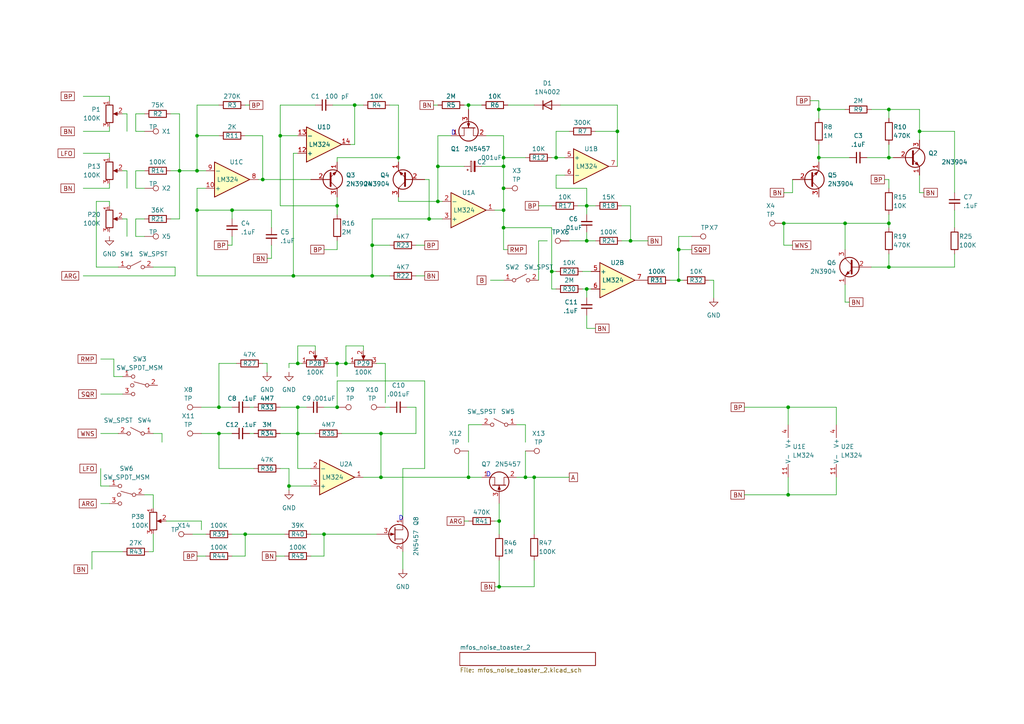
<source format=kicad_sch>
(kicad_sch (version 20211123) (generator eeschema)

  (uuid 71f2b21d-ec6f-435e-adb2-52710a2b1f96)

  (paper "A4")

  

  (junction (at 146.05 60.96) (diameter 0) (color 0 0 0 0)
    (uuid 00ac50a5-c34a-422d-b6bd-006d19c59f72)
  )
  (junction (at 160.02 78.74) (diameter 0) (color 0 0 0 0)
    (uuid 051bd0bc-efa5-471f-adb4-b9785b718af6)
  )
  (junction (at 110.49 138.43) (diameter 0) (color 0 0 0 0)
    (uuid 090b9c68-f2d0-4726-b1fd-790648e9b838)
  )
  (junction (at 146.05 54.61) (diameter 0) (color 0 0 0 0)
    (uuid 09583567-1041-47e6-bd59-c40dfee1219b)
  )
  (junction (at 144.78 151.13) (diameter 0) (color 0 0 0 0)
    (uuid 099f9bb9-c70a-49ee-9141-27ce8b3e455a)
  )
  (junction (at 76.2 52.07) (diameter 0) (color 0 0 0 0)
    (uuid 0aa99df5-7b24-4046-950a-1ede61e65155)
  )
  (junction (at 179.07 38.1) (diameter 0) (color 0 0 0 0)
    (uuid 0b021e1c-37f1-4278-a0af-9160760191e5)
  )
  (junction (at 257.81 31.75) (diameter 0) (color 0 0 0 0)
    (uuid 0da015ef-3cfe-4a6a-aa31-86ffad0bbdf9)
  )
  (junction (at 127 48.26) (diameter 0) (color 0 0 0 0)
    (uuid 108ee99a-06cc-4958-83f5-a23cc700a2c3)
  )
  (junction (at 52.07 49.53) (diameter 0) (color 0 0 0 0)
    (uuid 17bebc58-1639-4c3a-b133-28568de6d516)
  )
  (junction (at 170.18 69.85) (diameter 0) (color 0 0 0 0)
    (uuid 22d29e7c-0106-44cf-b41f-86f48d241130)
  )
  (junction (at 196.85 81.28) (diameter 0) (color 0 0 0 0)
    (uuid 24015c31-5491-42bc-9e5a-d09d4e21032d)
  )
  (junction (at 85.09 80.01) (diameter 0) (color 0 0 0 0)
    (uuid 2526c526-530f-4e3c-932f-945b1455a6ef)
  )
  (junction (at 144.78 170.18) (diameter 0) (color 0 0 0 0)
    (uuid 28591add-2424-4541-9b32-c8f21be9aa9d)
  )
  (junction (at 110.49 125.73) (diameter 0) (color 0 0 0 0)
    (uuid 2ed4df43-cbe3-4fe3-8a82-dd847edb70ef)
  )
  (junction (at 93.98 154.94) (diameter 0) (color 0 0 0 0)
    (uuid 2f337570-5f16-4d2b-aff0-5938e0bf925b)
  )
  (junction (at 257.81 45.72) (diameter 0) (color 0 0 0 0)
    (uuid 2f88fced-c494-42b1-af1c-1ee9a2371139)
  )
  (junction (at 135.89 138.43) (diameter 0) (color 0 0 0 0)
    (uuid 30eac1a3-811f-44ba-b3dc-0b61274068f1)
  )
  (junction (at 107.95 80.01) (diameter 0) (color 0 0 0 0)
    (uuid 32bf5e88-5f67-4e12-a1dd-58ede7238591)
  )
  (junction (at 227.33 64.77) (diameter 0) (color 0 0 0 0)
    (uuid 37a46486-c384-4efb-9f41-d11681c73eab)
  )
  (junction (at 146.05 45.72) (diameter 0) (color 0 0 0 0)
    (uuid 3a55dc27-c635-4fe6-9e52-89fc166fab2c)
  )
  (junction (at 257.81 77.47) (diameter 0) (color 0 0 0 0)
    (uuid 3d111ab5-e23a-4731-bc03-e6099e879212)
  )
  (junction (at 63.5 125.73) (diameter 0) (color 0 0 0 0)
    (uuid 42204089-c4a6-4164-9a44-6a1e041dde50)
  )
  (junction (at 152.4 138.43) (diameter 0) (color 0 0 0 0)
    (uuid 46c63bca-fa66-4d56-8ed6-378b9ad83def)
  )
  (junction (at 257.81 64.77) (diameter 0) (color 0 0 0 0)
    (uuid 4d743f71-07a4-4451-90ce-9dc296f91a06)
  )
  (junction (at 161.29 45.72) (diameter 0) (color 0 0 0 0)
    (uuid 50fc3d32-9e03-4d8d-8c3e-5254bdd209e2)
  )
  (junction (at 86.36 105.41) (diameter 0) (color 0 0 0 0)
    (uuid 54638cdb-87c1-4cce-ac0e-62c14b28f20a)
  )
  (junction (at 97.79 118.11) (diameter 0) (color 0 0 0 0)
    (uuid 54fafa86-4fd1-4ac7-84ca-2bd051c97cc3)
  )
  (junction (at 63.5 118.11) (diameter 0) (color 0 0 0 0)
    (uuid 59a30aca-fce3-4604-b27b-b3851a79e763)
  )
  (junction (at 124.46 63.5) (diameter 0) (color 0 0 0 0)
    (uuid 67e15028-a210-4aaf-a2dc-8608dacbccd1)
  )
  (junction (at 170.18 59.69) (diameter 0) (color 0 0 0 0)
    (uuid 6c1786e4-f202-4ed7-99fc-339c083f68bf)
  )
  (junction (at 67.31 60.96) (diameter 0) (color 0 0 0 0)
    (uuid 6ec1d2a5-2786-41ed-ad4a-9d6f744e6c73)
  )
  (junction (at 102.87 30.48) (diameter 0) (color 0 0 0 0)
    (uuid 74410607-d134-4973-a9c2-323e2a03e8da)
  )
  (junction (at 266.7 38.1) (diameter 0) (color 0 0 0 0)
    (uuid 77607e5e-945b-4983-8260-9da55decb41d)
  )
  (junction (at 182.88 69.85) (diameter 0) (color 0 0 0 0)
    (uuid 8811dd26-288d-40d1-8dcd-4c1a1cc3614b)
  )
  (junction (at 57.15 60.96) (diameter 0) (color 0 0 0 0)
    (uuid 88c30993-000c-4e5a-b52c-692e0dd328d0)
  )
  (junction (at 86.36 118.11) (diameter 0) (color 0 0 0 0)
    (uuid 8af01cdc-ab2d-479b-8073-800821d7f7be)
  )
  (junction (at 97.79 105.41) (diameter 0) (color 0 0 0 0)
    (uuid 8bac0773-a7b6-4f49-ae7d-69f1b72c8dfb)
  )
  (junction (at 107.95 71.12) (diameter 0) (color 0 0 0 0)
    (uuid 8ce19609-3cc5-4b81-a165-af88c0edadd2)
  )
  (junction (at 228.6 118.11) (diameter 0) (color 0 0 0 0)
    (uuid 94d66cb7-d433-4ae1-841d-dd20fb6a67df)
  )
  (junction (at 228.6 143.51) (diameter 0) (color 0 0 0 0)
    (uuid 9bad16c4-5764-4711-bf50-41c1a28f0205)
  )
  (junction (at 83.82 140.97) (diameter 0) (color 0 0 0 0)
    (uuid 9d92de94-17db-4ffa-aed8-3e17b264156f)
  )
  (junction (at 71.12 154.94) (diameter 0) (color 0 0 0 0)
    (uuid 9dd9b291-7b2a-431b-8d48-13022dee87b8)
  )
  (junction (at 97.79 59.69) (diameter 0) (color 0 0 0 0)
    (uuid a0c8068b-c65a-4258-956a-e02cc92e3384)
  )
  (junction (at 146.05 48.26) (diameter 0) (color 0 0 0 0)
    (uuid b577a6a7-9971-4a94-93fb-ecc24aff995f)
  )
  (junction (at 115.57 45.72) (diameter 0) (color 0 0 0 0)
    (uuid b58525cf-203d-4c9a-8cbd-5694b853e53b)
  )
  (junction (at 81.28 39.37) (diameter 0) (color 0 0 0 0)
    (uuid b63b038d-0ddd-47a2-a955-273b8dd3c9d5)
  )
  (junction (at 135.89 30.48) (diameter 0) (color 0 0 0 0)
    (uuid b8ed07be-f1eb-4957-b680-368a5527bda9)
  )
  (junction (at 127 58.42) (diameter 0) (color 0 0 0 0)
    (uuid bc3f43df-f8bd-418e-ac81-84ca10353be0)
  )
  (junction (at 245.11 64.77) (diameter 0) (color 0 0 0 0)
    (uuid c0fdfd6f-2963-4713-8f71-bdb8beddd5a4)
  )
  (junction (at 57.15 49.53) (diameter 0) (color 0 0 0 0)
    (uuid c13c0941-aa9b-4808-9545-dfaa0e33e321)
  )
  (junction (at 237.49 31.75) (diameter 0) (color 0 0 0 0)
    (uuid c8819ac9-c33e-478a-842d-91e9a8eaaa0f)
  )
  (junction (at 100.33 105.41) (diameter 0) (color 0 0 0 0)
    (uuid cdfd01a4-d8a2-4bc3-9bcc-bb60325a0342)
  )
  (junction (at 170.18 83.82) (diameter 0) (color 0 0 0 0)
    (uuid d0a3ef38-9dba-4ad9-9383-331b76dee6a6)
  )
  (junction (at 146.05 66.04) (diameter 0) (color 0 0 0 0)
    (uuid d6d43e18-8477-4a2e-a26d-5ef315490e5c)
  )
  (junction (at 154.94 138.43) (diameter 0) (color 0 0 0 0)
    (uuid d70f253e-d2cc-4fb1-9374-5f0578643de7)
  )
  (junction (at 86.36 125.73) (diameter 0) (color 0 0 0 0)
    (uuid ea029808-e9cd-4d4f-ba2c-6d42685b7f07)
  )
  (junction (at 196.85 72.39) (diameter 0) (color 0 0 0 0)
    (uuid edb3882f-6ae1-4821-8140-1caea307ad52)
  )
  (junction (at 237.49 45.72) (diameter 0) (color 0 0 0 0)
    (uuid feac090c-8b26-45d4-8134-675f6b80394d)
  )
  (junction (at 57.15 39.37) (diameter 0) (color 0 0 0 0)
    (uuid ff95e816-377c-4dce-9877-116a7ccd23c8)
  )

  (wire (pts (xy 81.28 118.11) (xy 86.36 118.11))
    (stroke (width 0) (type default) (color 0 0 0 0))
    (uuid 00336188-5560-4f35-85ca-ddf2502cbcbb)
  )
  (wire (pts (xy 44.45 154.94) (xy 44.45 160.02))
    (stroke (width 0) (type default) (color 0 0 0 0))
    (uuid 01b35f73-63da-4c07-b5c5-4f0c126498f6)
  )
  (wire (pts (xy 97.79 59.69) (xy 97.79 62.23))
    (stroke (width 0) (type default) (color 0 0 0 0))
    (uuid 0265ec51-5fa5-44fe-a57f-c2a693a4807f)
  )
  (wire (pts (xy 52.07 49.53) (xy 57.15 49.53))
    (stroke (width 0) (type default) (color 0 0 0 0))
    (uuid 02cbf35c-f5c6-4405-a010-01093bde04f1)
  )
  (wire (pts (xy 80.01 161.29) (xy 82.55 161.29))
    (stroke (width 0) (type default) (color 0 0 0 0))
    (uuid 0418c2de-4bf8-4864-ab2d-ce89dea534c4)
  )
  (wire (pts (xy 161.29 38.1) (xy 161.29 45.72))
    (stroke (width 0) (type default) (color 0 0 0 0))
    (uuid 056f9fb2-59f5-44ab-a387-1b08a60ab5d0)
  )
  (wire (pts (xy 162.56 30.48) (xy 179.07 30.48))
    (stroke (width 0) (type default) (color 0 0 0 0))
    (uuid 0690f0ce-9239-4e26-8d55-a6b22d5e9f7c)
  )
  (wire (pts (xy 180.34 69.85) (xy 182.88 69.85))
    (stroke (width 0) (type default) (color 0 0 0 0))
    (uuid 08763696-ac51-4e44-a704-28df200ebc7f)
  )
  (wire (pts (xy 149.86 123.19) (xy 152.4 123.19))
    (stroke (width 0) (type default) (color 0 0 0 0))
    (uuid 08a0c713-75ee-4ddc-a838-9290e025bd1f)
  )
  (wire (pts (xy 57.15 54.61) (xy 57.15 60.96))
    (stroke (width 0) (type default) (color 0 0 0 0))
    (uuid 0a489b2e-ee73-453e-b4ad-7c111a35083e)
  )
  (wire (pts (xy 29.21 146.05) (xy 31.75 146.05))
    (stroke (width 0) (type default) (color 0 0 0 0))
    (uuid 0a5a3d0f-af70-42bd-9e72-c48afe6ca340)
  )
  (wire (pts (xy 228.6 118.11) (xy 228.6 123.19))
    (stroke (width 0) (type default) (color 0 0 0 0))
    (uuid 0ad903c5-68a3-414d-b479-969138499011)
  )
  (wire (pts (xy 276.86 55.88) (xy 276.86 38.1))
    (stroke (width 0) (type default) (color 0 0 0 0))
    (uuid 0c8c5ad5-1f8f-4978-b6c3-50350793dd3d)
  )
  (wire (pts (xy 170.18 54.61) (xy 170.18 59.69))
    (stroke (width 0) (type default) (color 0 0 0 0))
    (uuid 0d769dbe-a6d9-4e58-9d88-03c72a6d36cd)
  )
  (wire (pts (xy 257.81 62.23) (xy 257.81 64.77))
    (stroke (width 0) (type default) (color 0 0 0 0))
    (uuid 0e1b992e-4ca1-44a3-9001-273a122f1404)
  )
  (wire (pts (xy 194.31 81.28) (xy 196.85 81.28))
    (stroke (width 0) (type default) (color 0 0 0 0))
    (uuid 0e5827a5-ef76-4a0b-bba6-5028dacd116b)
  )
  (wire (pts (xy 71.12 154.94) (xy 82.55 154.94))
    (stroke (width 0) (type default) (color 0 0 0 0))
    (uuid 0e65b3d8-2260-4b0e-97d7-209b221bf086)
  )
  (wire (pts (xy 67.31 68.58) (xy 67.31 71.12))
    (stroke (width 0) (type default) (color 0 0 0 0))
    (uuid 0f2beb10-d78c-47d4-83f7-862d5619cd83)
  )
  (wire (pts (xy 143.51 170.18) (xy 144.78 170.18))
    (stroke (width 0) (type default) (color 0 0 0 0))
    (uuid 0f96c8b3-b742-4119-b999-4f534bc1079b)
  )
  (wire (pts (xy 29.21 104.14) (xy 33.02 104.14))
    (stroke (width 0) (type default) (color 0 0 0 0))
    (uuid 0fb0412a-0033-4179-9fc1-762d954d7f0e)
  )
  (wire (pts (xy 182.88 59.69) (xy 182.88 69.85))
    (stroke (width 0) (type default) (color 0 0 0 0))
    (uuid 0fb73803-0560-42cc-a593-5302853d4285)
  )
  (wire (pts (xy 90.17 140.97) (xy 83.82 140.97))
    (stroke (width 0) (type default) (color 0 0 0 0))
    (uuid 10556f17-bd4c-40a0-aff0-d8418c274788)
  )
  (wire (pts (xy 107.95 71.12) (xy 107.95 80.01))
    (stroke (width 0) (type default) (color 0 0 0 0))
    (uuid 10d657d9-12fb-4522-a9a3-4f4d913b558d)
  )
  (wire (pts (xy 50.8 77.47) (xy 50.8 80.01))
    (stroke (width 0) (type default) (color 0 0 0 0))
    (uuid 10f8930a-0513-4ab7-932f-612f708b1dd7)
  )
  (wire (pts (xy 170.18 59.69) (xy 170.18 62.23))
    (stroke (width 0) (type default) (color 0 0 0 0))
    (uuid 11b6ed17-9919-4887-818b-3e803d99d8e0)
  )
  (wire (pts (xy 257.81 77.47) (xy 276.86 77.47))
    (stroke (width 0) (type default) (color 0 0 0 0))
    (uuid 1228c546-c59c-4c82-ba09-b078d1155fa7)
  )
  (wire (pts (xy 135.89 130.81) (xy 135.89 138.43))
    (stroke (width 0) (type default) (color 0 0 0 0))
    (uuid 123f7f9c-38e0-41dc-8fb2-78ec4256b8dc)
  )
  (wire (pts (xy 144.78 162.56) (xy 144.78 170.18))
    (stroke (width 0) (type default) (color 0 0 0 0))
    (uuid 13346e25-5b47-4935-9a63-b24ad4ddbe4e)
  )
  (wire (pts (xy 266.7 55.88) (xy 267.97 55.88))
    (stroke (width 0) (type default) (color 0 0 0 0))
    (uuid 136e5c5f-c340-4bc1-922c-b8c2b25a5407)
  )
  (wire (pts (xy 127 39.37) (xy 127 48.26))
    (stroke (width 0) (type default) (color 0 0 0 0))
    (uuid 13eb1b1b-659c-46f2-8f71-643266fc8d6b)
  )
  (wire (pts (xy 86.36 118.11) (xy 88.9 118.11))
    (stroke (width 0) (type default) (color 0 0 0 0))
    (uuid 140f2e1f-43c7-4697-b196-acd738962d49)
  )
  (wire (pts (xy 110.49 138.43) (xy 105.41 138.43))
    (stroke (width 0) (type default) (color 0 0 0 0))
    (uuid 149f423a-40f9-403a-8626-d2cec7dd60d7)
  )
  (wire (pts (xy 229.87 52.07) (xy 229.87 55.88))
    (stroke (width 0) (type default) (color 0 0 0 0))
    (uuid 15fe0b21-2dc5-44ca-9032-7091ba9e1f10)
  )
  (wire (pts (xy 257.81 52.07) (xy 257.81 54.61))
    (stroke (width 0) (type default) (color 0 0 0 0))
    (uuid 16b94e11-b469-4835-a354-dfd09fff962b)
  )
  (wire (pts (xy 93.98 154.94) (xy 109.22 154.94))
    (stroke (width 0) (type default) (color 0 0 0 0))
    (uuid 16d5f7d6-aa92-4b65-bd2f-912b13ba9445)
  )
  (wire (pts (xy 59.69 54.61) (xy 57.15 54.61))
    (stroke (width 0) (type default) (color 0 0 0 0))
    (uuid 17596c3f-f9e1-436c-a4d4-1c725d6c5d21)
  )
  (wire (pts (xy 179.07 30.48) (xy 179.07 38.1))
    (stroke (width 0) (type default) (color 0 0 0 0))
    (uuid 17cbe950-8394-4fe1-b687-47b8d416b9e1)
  )
  (wire (pts (xy 72.39 125.73) (xy 73.66 125.73))
    (stroke (width 0) (type default) (color 0 0 0 0))
    (uuid 1929bd9f-343e-4d3a-8571-de334272d9df)
  )
  (wire (pts (xy 144.78 151.13) (xy 144.78 154.94))
    (stroke (width 0) (type default) (color 0 0 0 0))
    (uuid 19b50386-77bb-4df5-957a-6809fef2d9ba)
  )
  (wire (pts (xy 200.66 68.58) (xy 196.85 68.58))
    (stroke (width 0) (type default) (color 0 0 0 0))
    (uuid 1ae88b47-1294-4d96-bd0f-0eb97af59dca)
  )
  (wire (pts (xy 76.2 39.37) (xy 76.2 52.07))
    (stroke (width 0) (type default) (color 0 0 0 0))
    (uuid 1bbaffc6-9770-42cf-8db1-b8b64001ae8e)
  )
  (wire (pts (xy 35.56 33.02) (xy 36.83 33.02))
    (stroke (width 0) (type default) (color 0 0 0 0))
    (uuid 1c307bbe-6f6d-4776-91ae-c71b802b8238)
  )
  (wire (pts (xy 179.07 38.1) (xy 179.07 48.26))
    (stroke (width 0) (type default) (color 0 0 0 0))
    (uuid 1e1e73b3-6206-463c-8134-5e2a62490ad6)
  )
  (wire (pts (xy 107.95 63.5) (xy 107.95 71.12))
    (stroke (width 0) (type default) (color 0 0 0 0))
    (uuid 2056e875-f949-4a7f-87e7-4af3dc466c69)
  )
  (wire (pts (xy 24.13 27.94) (xy 31.75 27.94))
    (stroke (width 0) (type default) (color 0 0 0 0))
    (uuid 2125776b-3478-4e87-9b25-61995ad18d0a)
  )
  (wire (pts (xy 160.02 78.74) (xy 160.02 83.82))
    (stroke (width 0) (type default) (color 0 0 0 0))
    (uuid 2131cfe5-a996-40c4-8ba6-72c95b8fdbaf)
  )
  (wire (pts (xy 31.75 38.1) (xy 31.75 36.83))
    (stroke (width 0) (type default) (color 0 0 0 0))
    (uuid 2415f6fc-1f7a-4b1e-b7ec-8754d705e11a)
  )
  (wire (pts (xy 168.91 78.74) (xy 171.45 78.74))
    (stroke (width 0) (type default) (color 0 0 0 0))
    (uuid 24c7a76e-2e03-4f01-b765-e32abc215881)
  )
  (wire (pts (xy 110.49 125.73) (xy 110.49 138.43))
    (stroke (width 0) (type default) (color 0 0 0 0))
    (uuid 257e187b-7cdb-498e-a37d-eacb0a15cc14)
  )
  (wire (pts (xy 227.33 71.12) (xy 227.33 64.77))
    (stroke (width 0) (type default) (color 0 0 0 0))
    (uuid 25d8079f-aa1e-426b-9de9-9a93363c4bea)
  )
  (wire (pts (xy 55.88 154.94) (xy 59.69 154.94))
    (stroke (width 0) (type default) (color 0 0 0 0))
    (uuid 26114cee-8f4c-4109-9888-0365515ed47c)
  )
  (wire (pts (xy 245.11 64.77) (xy 257.81 64.77))
    (stroke (width 0) (type default) (color 0 0 0 0))
    (uuid 27b435b5-7dd1-4d61-8f50-54f1cfef17e6)
  )
  (wire (pts (xy 161.29 50.8) (xy 161.29 54.61))
    (stroke (width 0) (type default) (color 0 0 0 0))
    (uuid 28024912-7ffe-4160-9817-ff71afa46bb7)
  )
  (wire (pts (xy 266.7 38.1) (xy 276.86 38.1))
    (stroke (width 0) (type default) (color 0 0 0 0))
    (uuid 28be2a1b-d6e1-480d-928e-c18aa6b74cfc)
  )
  (wire (pts (xy 237.49 46.99) (xy 237.49 45.72))
    (stroke (width 0) (type default) (color 0 0 0 0))
    (uuid 29435a8e-9f12-442e-a424-39baff8da1e6)
  )
  (wire (pts (xy 48.26 151.13) (xy 58.42 151.13))
    (stroke (width 0) (type default) (color 0 0 0 0))
    (uuid 295ca473-85ce-435d-bcb7-a5565fe4fcab)
  )
  (wire (pts (xy 124.46 63.5) (xy 128.27 63.5))
    (stroke (width 0) (type default) (color 0 0 0 0))
    (uuid 2a4099b0-a53b-453a-bb6a-706c8b3ceee3)
  )
  (wire (pts (xy 161.29 45.72) (xy 163.83 45.72))
    (stroke (width 0) (type default) (color 0 0 0 0))
    (uuid 2a5d7677-4db3-44b8-9a0f-ee46a2808032)
  )
  (wire (pts (xy 31.75 58.42) (xy 27.94 58.42))
    (stroke (width 0) (type default) (color 0 0 0 0))
    (uuid 2ade1e2a-1403-4af2-a81e-b65b5351693d)
  )
  (wire (pts (xy 125.73 30.48) (xy 127 30.48))
    (stroke (width 0) (type default) (color 0 0 0 0))
    (uuid 2b1bef03-1e2f-4918-9859-dd1d3d5a305f)
  )
  (wire (pts (xy 31.75 27.94) (xy 31.75 29.21))
    (stroke (width 0) (type default) (color 0 0 0 0))
    (uuid 2b2c8e57-bdda-47bd-b3e5-795344c03cc6)
  )
  (wire (pts (xy 124.46 52.07) (xy 124.46 63.5))
    (stroke (width 0) (type default) (color 0 0 0 0))
    (uuid 2d25c148-620f-4d27-bab6-0afbd67c6268)
  )
  (wire (pts (xy 115.57 57.15) (xy 115.57 58.42))
    (stroke (width 0) (type default) (color 0 0 0 0))
    (uuid 2d84bc0e-7946-48fa-b702-23c2a5920ffa)
  )
  (wire (pts (xy 58.42 125.73) (xy 63.5 125.73))
    (stroke (width 0) (type default) (color 0 0 0 0))
    (uuid 2db627ab-08dd-47e1-b82b-7e3062d3f366)
  )
  (wire (pts (xy 83.82 105.41) (xy 86.36 105.41))
    (stroke (width 0) (type default) (color 0 0 0 0))
    (uuid 2dd427ed-b891-4544-8d91-1a21f673bde5)
  )
  (wire (pts (xy 154.94 138.43) (xy 154.94 154.94))
    (stroke (width 0) (type default) (color 0 0 0 0))
    (uuid 2dd852d5-1ae0-4d95-8cab-0887f4dc6fc0)
  )
  (wire (pts (xy 196.85 81.28) (xy 198.12 81.28))
    (stroke (width 0) (type default) (color 0 0 0 0))
    (uuid 2e18a90c-467e-4a8d-9e99-d9d1563d7372)
  )
  (wire (pts (xy 120.65 71.12) (xy 123.19 71.12))
    (stroke (width 0) (type default) (color 0 0 0 0))
    (uuid 2f784552-dbd9-44bd-93a0-9fe2ef6dea21)
  )
  (wire (pts (xy 146.05 39.37) (xy 140.97 39.37))
    (stroke (width 0) (type default) (color 0 0 0 0))
    (uuid 30fd5e38-3537-4282-a6d9-8f50a4bc24de)
  )
  (wire (pts (xy 168.91 83.82) (xy 170.18 83.82))
    (stroke (width 0) (type default) (color 0 0 0 0))
    (uuid 31629062-16e7-4d12-bffa-943f603a3134)
  )
  (wire (pts (xy 227.33 71.12) (xy 229.87 71.12))
    (stroke (width 0) (type default) (color 0 0 0 0))
    (uuid 31b315da-8d53-4363-b758-57cf143ecd46)
  )
  (wire (pts (xy 41.91 143.51) (xy 44.45 143.51))
    (stroke (width 0) (type default) (color 0 0 0 0))
    (uuid 31f89808-ac1b-4884-90fa-61c7898d333d)
  )
  (wire (pts (xy 144.78 170.18) (xy 154.94 170.18))
    (stroke (width 0) (type default) (color 0 0 0 0))
    (uuid 3216f508-f87f-4b67-bac9-d563f05e6924)
  )
  (wire (pts (xy 107.95 63.5) (xy 124.46 63.5))
    (stroke (width 0) (type default) (color 0 0 0 0))
    (uuid 3384cc63-5f25-4a97-9ec4-946c0d3c7397)
  )
  (wire (pts (xy 107.95 80.01) (xy 113.03 80.01))
    (stroke (width 0) (type default) (color 0 0 0 0))
    (uuid 3468565e-34ee-4b50-8d35-9693db3faf4a)
  )
  (wire (pts (xy 115.57 45.72) (xy 115.57 46.99))
    (stroke (width 0) (type default) (color 0 0 0 0))
    (uuid 37317e62-2f4c-4a15-b9a3-212468ba58cd)
  )
  (wire (pts (xy 139.7 123.19) (xy 135.89 123.19))
    (stroke (width 0) (type default) (color 0 0 0 0))
    (uuid 3870c913-b1cf-463e-a367-45239a42afab)
  )
  (wire (pts (xy 36.83 54.61) (xy 36.83 49.53))
    (stroke (width 0) (type default) (color 0 0 0 0))
    (uuid 3aac1ff8-2150-4cbb-be73-17b689104172)
  )
  (wire (pts (xy 39.37 54.61) (xy 41.91 54.61))
    (stroke (width 0) (type default) (color 0 0 0 0))
    (uuid 3aedaf2b-dc52-47ee-95a8-78bcebe28f46)
  )
  (wire (pts (xy 91.44 101.6) (xy 91.44 100.33))
    (stroke (width 0) (type default) (color 0 0 0 0))
    (uuid 3b24a6f8-89ec-4c5d-8411-8d4cb7e51528)
  )
  (wire (pts (xy 86.36 44.45) (xy 85.09 44.45))
    (stroke (width 0) (type default) (color 0 0 0 0))
    (uuid 3cea802f-fcf9-456e-9dcd-b0b401d99dc9)
  )
  (wire (pts (xy 147.32 30.48) (xy 154.94 30.48))
    (stroke (width 0) (type default) (color 0 0 0 0))
    (uuid 3dbf972d-762a-44f6-a24f-850563014208)
  )
  (wire (pts (xy 237.49 45.72) (xy 246.38 45.72))
    (stroke (width 0) (type default) (color 0 0 0 0))
    (uuid 3dd135b6-d748-451a-ac77-31386101fba4)
  )
  (wire (pts (xy 146.05 48.26) (xy 146.05 54.61))
    (stroke (width 0) (type default) (color 0 0 0 0))
    (uuid 3e774a72-cb03-4eab-8f1d-af127b271bd4)
  )
  (wire (pts (xy 63.5 118.11) (xy 63.5 105.41))
    (stroke (width 0) (type default) (color 0 0 0 0))
    (uuid 3f37556e-3980-4671-a216-eb8f90461420)
  )
  (wire (pts (xy 154.94 138.43) (xy 165.1 138.43))
    (stroke (width 0) (type default) (color 0 0 0 0))
    (uuid 41611f30-70db-4f24-8fe0-7eaf7dcceffe)
  )
  (wire (pts (xy 142.24 81.28) (xy 146.05 81.28))
    (stroke (width 0) (type default) (color 0 0 0 0))
    (uuid 41f7c70a-0e05-49f0-9e86-040adfe094c3)
  )
  (wire (pts (xy 170.18 67.31) (xy 170.18 69.85))
    (stroke (width 0) (type default) (color 0 0 0 0))
    (uuid 428f1fe0-aa12-47ac-aef2-b4ac765083da)
  )
  (wire (pts (xy 257.81 41.91) (xy 257.81 45.72))
    (stroke (width 0) (type default) (color 0 0 0 0))
    (uuid 42fef738-bcb3-48d5-b0a0-d8db12ffa807)
  )
  (wire (pts (xy 57.15 60.96) (xy 57.15 80.01))
    (stroke (width 0) (type default) (color 0 0 0 0))
    (uuid 44ec5d77-b228-4daa-b0b8-6e66998e0cbd)
  )
  (wire (pts (xy 39.37 38.1) (xy 41.91 38.1))
    (stroke (width 0) (type default) (color 0 0 0 0))
    (uuid 4575c515-b2ce-4e29-b6e3-2b6545c3c6cd)
  )
  (wire (pts (xy 123.19 52.07) (xy 124.46 52.07))
    (stroke (width 0) (type default) (color 0 0 0 0))
    (uuid 4704167e-f616-432c-a499-8c7f7542ed64)
  )
  (wire (pts (xy 57.15 80.01) (xy 85.09 80.01))
    (stroke (width 0) (type default) (color 0 0 0 0))
    (uuid 47149ef5-a2f3-42bb-926f-def9479f34b3)
  )
  (wire (pts (xy 86.36 125.73) (xy 91.44 125.73))
    (stroke (width 0) (type default) (color 0 0 0 0))
    (uuid 47950bc2-8f30-4c96-a535-52f187c4f98f)
  )
  (wire (pts (xy 127 58.42) (xy 128.27 58.42))
    (stroke (width 0) (type default) (color 0 0 0 0))
    (uuid 47fff236-4532-4f6c-b952-7b32189efd92)
  )
  (wire (pts (xy 83.82 135.89) (xy 81.28 135.89))
    (stroke (width 0) (type default) (color 0 0 0 0))
    (uuid 491da2e8-f0f6-40ee-886b-393cf0d885f2)
  )
  (wire (pts (xy 85.09 80.01) (xy 107.95 80.01))
    (stroke (width 0) (type default) (color 0 0 0 0))
    (uuid 492f637e-45fe-4a07-aaa8-14d4651475ba)
  )
  (wire (pts (xy 63.5 125.73) (xy 67.31 125.73))
    (stroke (width 0) (type default) (color 0 0 0 0))
    (uuid 495879d6-ac85-450a-9c4d-0d420e9817a0)
  )
  (wire (pts (xy 245.11 87.63) (xy 246.38 87.63))
    (stroke (width 0) (type default) (color 0 0 0 0))
    (uuid 4af2cb51-566f-497c-8010-ffe3a09a16a7)
  )
  (wire (pts (xy 101.6 41.91) (xy 102.87 41.91))
    (stroke (width 0) (type default) (color 0 0 0 0))
    (uuid 4b0aa3d2-c5e9-4e46-94e7-97b960b00be1)
  )
  (wire (pts (xy 97.79 105.41) (xy 100.33 105.41))
    (stroke (width 0) (type default) (color 0 0 0 0))
    (uuid 4b19418b-885b-4ad3-a908-42989b8579e7)
  )
  (wire (pts (xy 86.36 118.11) (xy 86.36 125.73))
    (stroke (width 0) (type default) (color 0 0 0 0))
    (uuid 4b6cb5cf-3de6-43a7-bbdd-aa3e15af9ff7)
  )
  (wire (pts (xy 58.42 151.13) (xy 58.42 153.67))
    (stroke (width 0) (type default) (color 0 0 0 0))
    (uuid 4d968080-efb5-4c4f-82bf-a20d4b373f73)
  )
  (wire (pts (xy 196.85 68.58) (xy 196.85 72.39))
    (stroke (width 0) (type default) (color 0 0 0 0))
    (uuid 4eb2c471-6450-495d-8217-bfd3a3eb938d)
  )
  (wire (pts (xy 97.79 45.72) (xy 115.57 45.72))
    (stroke (width 0) (type default) (color 0 0 0 0))
    (uuid 4f66085d-2603-48f9-a872-177383b4aaca)
  )
  (wire (pts (xy 86.36 135.89) (xy 86.36 125.73))
    (stroke (width 0) (type default) (color 0 0 0 0))
    (uuid 51627a06-ae27-46e2-b580-546fc2e1e5b2)
  )
  (wire (pts (xy 180.34 59.69) (xy 182.88 59.69))
    (stroke (width 0) (type default) (color 0 0 0 0))
    (uuid 51d20ce5-6faf-4bea-a1ce-2f2443fa0bde)
  )
  (wire (pts (xy 58.42 118.11) (xy 63.5 118.11))
    (stroke (width 0) (type default) (color 0 0 0 0))
    (uuid 53c5d0e1-7ce0-4f68-a689-c66915f63b63)
  )
  (wire (pts (xy 149.86 138.43) (xy 152.4 138.43))
    (stroke (width 0) (type default) (color 0 0 0 0))
    (uuid 542e4f53-2ad4-41b0-9eb6-753d72120c10)
  )
  (wire (pts (xy 93.98 118.11) (xy 97.79 118.11))
    (stroke (width 0) (type default) (color 0 0 0 0))
    (uuid 54c855f6-318d-4e9a-b9ab-58c5b76695cc)
  )
  (wire (pts (xy 100.33 105.41) (xy 101.6 105.41))
    (stroke (width 0) (type default) (color 0 0 0 0))
    (uuid 555898ee-4eff-48fb-ad5a-5e7ad1fce4bd)
  )
  (wire (pts (xy 130.81 39.37) (xy 127 39.37))
    (stroke (width 0) (type default) (color 0 0 0 0))
    (uuid 576fa815-47dc-4d40-aa50-7224b6b45174)
  )
  (wire (pts (xy 81.28 39.37) (xy 81.28 59.69))
    (stroke (width 0) (type default) (color 0 0 0 0))
    (uuid 58757641-0ce8-4738-af80-480d6c52796e)
  )
  (wire (pts (xy 67.31 60.96) (xy 67.31 63.5))
    (stroke (width 0) (type default) (color 0 0 0 0))
    (uuid 588fa0dc-1eab-4d68-9e0c-d0f46ac73309)
  )
  (wire (pts (xy 110.49 125.73) (xy 120.65 125.73))
    (stroke (width 0) (type default) (color 0 0 0 0))
    (uuid 5944154b-9fae-40e4-97af-140d928636b3)
  )
  (wire (pts (xy 245.11 72.39) (xy 245.11 64.77))
    (stroke (width 0) (type default) (color 0 0 0 0))
    (uuid 59a19ad1-51c5-4eb5-b400-7a3abfebba9f)
  )
  (wire (pts (xy 39.37 63.5) (xy 39.37 68.58))
    (stroke (width 0) (type default) (color 0 0 0 0))
    (uuid 5a0f8d58-aca4-4757-8ae5-5d5ffeb38210)
  )
  (wire (pts (xy 109.22 105.41) (xy 111.76 105.41))
    (stroke (width 0) (type default) (color 0 0 0 0))
    (uuid 5aa324e2-c2d1-4f30-b6dd-bdd0f9677eb4)
  )
  (wire (pts (xy 102.87 30.48) (xy 105.41 30.48))
    (stroke (width 0) (type default) (color 0 0 0 0))
    (uuid 5b179c7f-faf3-408d-8689-2ff4d359e133)
  )
  (wire (pts (xy 67.31 161.29) (xy 71.12 161.29))
    (stroke (width 0) (type default) (color 0 0 0 0))
    (uuid 5b56fd30-c4db-4a46-b75c-5ce3b6f86529)
  )
  (wire (pts (xy 120.65 118.11) (xy 120.65 125.73))
    (stroke (width 0) (type default) (color 0 0 0 0))
    (uuid 5ca69d32-e238-4547-a67f-c703f6a7eeb0)
  )
  (wire (pts (xy 215.9 143.51) (xy 228.6 143.51))
    (stroke (width 0) (type default) (color 0 0 0 0))
    (uuid 5d556a4e-610a-4f5c-8704-633f49ce8a0e)
  )
  (wire (pts (xy 167.64 59.69) (xy 170.18 59.69))
    (stroke (width 0) (type default) (color 0 0 0 0))
    (uuid 5d560dc6-096f-45ad-bb72-96280da49a1f)
  )
  (wire (pts (xy 146.05 72.39) (xy 146.05 66.04))
    (stroke (width 0) (type default) (color 0 0 0 0))
    (uuid 5e90ff14-d582-4be6-b527-fe2ca2c77099)
  )
  (wire (pts (xy 90.17 154.94) (xy 93.98 154.94))
    (stroke (width 0) (type default) (color 0 0 0 0))
    (uuid 5fc1ba9f-6381-456a-9e8b-8a1a35b7cc8f)
  )
  (wire (pts (xy 111.76 105.41) (xy 111.76 116.84))
    (stroke (width 0) (type default) (color 0 0 0 0))
    (uuid 5ff46d25-4a78-4fea-8ded-d976b445ccc0)
  )
  (wire (pts (xy 57.15 39.37) (xy 63.5 39.37))
    (stroke (width 0) (type default) (color 0 0 0 0))
    (uuid 63f27f83-4f77-4740-8692-937e9c5550e0)
  )
  (wire (pts (xy 165.1 38.1) (xy 161.29 38.1))
    (stroke (width 0) (type default) (color 0 0 0 0))
    (uuid 655df2a2-617e-40af-883b-ff6a1a8adfed)
  )
  (wire (pts (xy 170.18 59.69) (xy 172.72 59.69))
    (stroke (width 0) (type default) (color 0 0 0 0))
    (uuid 659e8346-99fc-4ed5-89d5-ca14d253a3dc)
  )
  (wire (pts (xy 105.41 100.33) (xy 100.33 100.33))
    (stroke (width 0) (type default) (color 0 0 0 0))
    (uuid 65f1d5a3-3b66-456b-b1e8-2356143f4bce)
  )
  (wire (pts (xy 76.2 105.41) (xy 77.47 105.41))
    (stroke (width 0) (type default) (color 0 0 0 0))
    (uuid 664d1831-fd2e-4651-bf3d-d54e1ba51f5b)
  )
  (wire (pts (xy 44.45 143.51) (xy 44.45 147.32))
    (stroke (width 0) (type default) (color 0 0 0 0))
    (uuid 6b665686-554b-470d-b0d6-35a0f058bfd4)
  )
  (wire (pts (xy 97.79 118.11) (xy 97.79 110.49))
    (stroke (width 0) (type default) (color 0 0 0 0))
    (uuid 6c1ac24f-b628-4ebf-bd80-72ea73ed7d37)
  )
  (wire (pts (xy 266.7 50.8) (xy 266.7 55.88))
    (stroke (width 0) (type default) (color 0 0 0 0))
    (uuid 6c917445-1529-459c-b66f-536a4f22116a)
  )
  (wire (pts (xy 160.02 78.74) (xy 161.29 78.74))
    (stroke (width 0) (type default) (color 0 0 0 0))
    (uuid 6fc3414c-ca67-44c4-b159-d61934bfc218)
  )
  (wire (pts (xy 156.21 59.69) (xy 160.02 59.69))
    (stroke (width 0) (type default) (color 0 0 0 0))
    (uuid 705d920f-66b1-482c-b55d-314aff21c7bb)
  )
  (wire (pts (xy 205.74 81.28) (xy 207.01 81.28))
    (stroke (width 0) (type default) (color 0 0 0 0))
    (uuid 71cd78cc-221b-4616-a450-b0ed7f295f9b)
  )
  (wire (pts (xy 57.15 49.53) (xy 57.15 39.37))
    (stroke (width 0) (type default) (color 0 0 0 0))
    (uuid 7309e478-a0ab-457c-9097-12c4cced5fbf)
  )
  (wire (pts (xy 156.21 69.85) (xy 156.21 81.28))
    (stroke (width 0) (type default) (color 0 0 0 0))
    (uuid 75bcf213-a05e-4eaf-ae38-0221820f1fd3)
  )
  (wire (pts (xy 134.62 30.48) (xy 135.89 30.48))
    (stroke (width 0) (type default) (color 0 0 0 0))
    (uuid 763a6470-2126-43ff-a21d-5e87d1700cec)
  )
  (wire (pts (xy 31.75 59.69) (xy 31.75 58.42))
    (stroke (width 0) (type default) (color 0 0 0 0))
    (uuid 7830dda8-7ee9-458a-8ddc-8738b520b331)
  )
  (wire (pts (xy 52.07 49.53) (xy 49.53 49.53))
    (stroke (width 0) (type default) (color 0 0 0 0))
    (uuid 79e76a7c-4b62-4968-b267-cc8b8a6ff4fa)
  )
  (wire (pts (xy 57.15 30.48) (xy 57.15 39.37))
    (stroke (width 0) (type default) (color 0 0 0 0))
    (uuid 7a9e8c6d-7269-4a88-a48d-40f9c04872a3)
  )
  (wire (pts (xy 96.52 30.48) (xy 102.87 30.48))
    (stroke (width 0) (type default) (color 0 0 0 0))
    (uuid 7be764d1-cd24-4f26-b0f1-10a318c8fcca)
  )
  (wire (pts (xy 156.21 69.85) (xy 158.75 69.85))
    (stroke (width 0) (type default) (color 0 0 0 0))
    (uuid 7ea97afc-056e-4006-8b46-8ea6076e3e87)
  )
  (wire (pts (xy 39.37 49.53) (xy 39.37 54.61))
    (stroke (width 0) (type default) (color 0 0 0 0))
    (uuid 81b81839-ecc0-4083-bf6b-c934f2333da4)
  )
  (wire (pts (xy 97.79 105.41) (xy 97.79 109.22))
    (stroke (width 0) (type default) (color 0 0 0 0))
    (uuid 82879b37-e9fe-4f9e-bfa2-9dd7426c9a1d)
  )
  (wire (pts (xy 146.05 66.04) (xy 160.02 66.04))
    (stroke (width 0) (type default) (color 0 0 0 0))
    (uuid 82e7bf1d-189b-4d16-8f85-cc402c4a2fbc)
  )
  (wire (pts (xy 24.13 38.1) (xy 31.75 38.1))
    (stroke (width 0) (type default) (color 0 0 0 0))
    (uuid 849dcf6b-2ecf-4664-9d53-639b3ac6642a)
  )
  (wire (pts (xy 170.18 95.25) (xy 172.72 95.25))
    (stroke (width 0) (type default) (color 0 0 0 0))
    (uuid 850c31e2-92ec-40d9-a6a8-03a08a1b768e)
  )
  (wire (pts (xy 90.17 161.29) (xy 93.98 161.29))
    (stroke (width 0) (type default) (color 0 0 0 0))
    (uuid 8728d761-1326-486d-8921-9dbd713c40ef)
  )
  (wire (pts (xy 228.6 143.51) (xy 242.57 143.51))
    (stroke (width 0) (type default) (color 0 0 0 0))
    (uuid 8884c80a-c2c0-4f23-a261-70d010031137)
  )
  (wire (pts (xy 160.02 83.82) (xy 161.29 83.82))
    (stroke (width 0) (type default) (color 0 0 0 0))
    (uuid 892fa2de-5207-4092-8d5a-6b0011102c19)
  )
  (wire (pts (xy 139.7 48.26) (xy 146.05 48.26))
    (stroke (width 0) (type default) (color 0 0 0 0))
    (uuid 8aaa3141-8f82-4446-abd7-6b1618a88b5f)
  )
  (wire (pts (xy 115.57 30.48) (xy 115.57 45.72))
    (stroke (width 0) (type default) (color 0 0 0 0))
    (uuid 8e898026-1817-4948-a58c-14f1632bb3de)
  )
  (wire (pts (xy 72.39 118.11) (xy 73.66 118.11))
    (stroke (width 0) (type default) (color 0 0 0 0))
    (uuid 8f125054-39cb-46ab-902c-2b64365b3e05)
  )
  (wire (pts (xy 143.51 151.13) (xy 144.78 151.13))
    (stroke (width 0) (type default) (color 0 0 0 0))
    (uuid 8f4e76f5-0d3d-4918-878d-aebc40223b0c)
  )
  (wire (pts (xy 85.09 44.45) (xy 85.09 80.01))
    (stroke (width 0) (type default) (color 0 0 0 0))
    (uuid 8ff8409b-81d1-4f40-a674-1c2d59031775)
  )
  (wire (pts (xy 152.4 130.81) (xy 152.4 138.43))
    (stroke (width 0) (type default) (color 0 0 0 0))
    (uuid 9113e0fa-f765-4e33-b73b-485e37be4508)
  )
  (wire (pts (xy 26.67 160.02) (xy 26.67 165.1))
    (stroke (width 0) (type default) (color 0 0 0 0))
    (uuid 91216a97-08e9-4dd0-a1d8-7a13ec0633b3)
  )
  (wire (pts (xy 99.06 125.73) (xy 110.49 125.73))
    (stroke (width 0) (type default) (color 0 0 0 0))
    (uuid 92cc1084-e38f-483f-8cfb-beb1fcb6a04a)
  )
  (wire (pts (xy 33.02 109.22) (xy 33.02 104.14))
    (stroke (width 0) (type default) (color 0 0 0 0))
    (uuid 938a1f11-d7d2-4048-ae78-fa04b08fac0a)
  )
  (wire (pts (xy 237.49 34.29) (xy 237.49 31.75))
    (stroke (width 0) (type default) (color 0 0 0 0))
    (uuid 946cff85-849c-4092-9448-ccfa32f8f7c2)
  )
  (wire (pts (xy 24.13 54.61) (xy 31.75 54.61))
    (stroke (width 0) (type default) (color 0 0 0 0))
    (uuid 9486e735-aa54-4468-859b-2721235101da)
  )
  (wire (pts (xy 71.12 39.37) (xy 76.2 39.37))
    (stroke (width 0) (type default) (color 0 0 0 0))
    (uuid 94b2157c-9e34-4ea0-814f-abdff1a571fe)
  )
  (wire (pts (xy 43.18 160.02) (xy 44.45 160.02))
    (stroke (width 0) (type default) (color 0 0 0 0))
    (uuid 94fef860-3213-4c97-977a-58ea7dfbd36e)
  )
  (wire (pts (xy 39.37 68.58) (xy 41.91 68.58))
    (stroke (width 0) (type default) (color 0 0 0 0))
    (uuid 95719221-a351-4479-a294-444f1ca9c6bd)
  )
  (wire (pts (xy 95.25 105.41) (xy 97.79 105.41))
    (stroke (width 0) (type default) (color 0 0 0 0))
    (uuid 96aab4a2-bb4f-407b-addc-bc3efd6b97a4)
  )
  (wire (pts (xy 215.9 118.11) (xy 228.6 118.11))
    (stroke (width 0) (type default) (color 0 0 0 0))
    (uuid 96b110b8-4692-4bb7-981d-ddadbb1b4729)
  )
  (wire (pts (xy 39.37 33.02) (xy 39.37 38.1))
    (stroke (width 0) (type default) (color 0 0 0 0))
    (uuid 9a5fcab6-e1aa-4cbb-841f-63678cffd695)
  )
  (wire (pts (xy 97.79 69.85) (xy 97.79 72.39))
    (stroke (width 0) (type default) (color 0 0 0 0))
    (uuid 9b585e19-2a72-4426-abcf-d0875acdbccd)
  )
  (wire (pts (xy 83.82 140.97) (xy 83.82 135.89))
    (stroke (width 0) (type default) (color 0 0 0 0))
    (uuid 9bc666f2-4ceb-45c1-b958-977cddd9e9b0)
  )
  (wire (pts (xy 90.17 135.89) (xy 86.36 135.89))
    (stroke (width 0) (type default) (color 0 0 0 0))
    (uuid 9cdcfd17-8f3d-418c-a9e5-5f550372f7d7)
  )
  (wire (pts (xy 172.72 38.1) (xy 179.07 38.1))
    (stroke (width 0) (type default) (color 0 0 0 0))
    (uuid 9e712533-da08-4472-91d2-8c58c866feaf)
  )
  (wire (pts (xy 81.28 59.69) (xy 97.79 59.69))
    (stroke (width 0) (type default) (color 0 0 0 0))
    (uuid a03795cf-2957-4927-83ad-cb0c4608f8cf)
  )
  (wire (pts (xy 234.95 29.21) (xy 237.49 29.21))
    (stroke (width 0) (type default) (color 0 0 0 0))
    (uuid a0759b71-5311-4bd3-b0c5-8becc0adea9d)
  )
  (wire (pts (xy 227.33 55.88) (xy 229.87 55.88))
    (stroke (width 0) (type default) (color 0 0 0 0))
    (uuid a0b3107e-4714-4604-b1bd-343dd9957886)
  )
  (wire (pts (xy 35.56 109.22) (xy 33.02 109.22))
    (stroke (width 0) (type default) (color 0 0 0 0))
    (uuid a1155858-603f-4778-9b49-00562beeacf9)
  )
  (wire (pts (xy 52.07 49.53) (xy 52.07 63.5))
    (stroke (width 0) (type default) (color 0 0 0 0))
    (uuid a27d91d5-082e-4011-b065-29e434318792)
  )
  (wire (pts (xy 237.49 45.72) (xy 237.49 41.91))
    (stroke (width 0) (type default) (color 0 0 0 0))
    (uuid a28f3619-7fcc-40a4-81db-4234c9cef325)
  )
  (wire (pts (xy 31.75 44.45) (xy 31.75 45.72))
    (stroke (width 0) (type default) (color 0 0 0 0))
    (uuid a2fd1110-a346-45c0-9de0-27790d9201a9)
  )
  (wire (pts (xy 146.05 45.72) (xy 152.4 45.72))
    (stroke (width 0) (type default) (color 0 0 0 0))
    (uuid a3c51a05-b7cc-4c11-99ab-5b121e2cb3d9)
  )
  (wire (pts (xy 257.81 45.72) (xy 259.08 45.72))
    (stroke (width 0) (type default) (color 0 0 0 0))
    (uuid a4ef0800-b435-4204-9c8f-4c4e47f8b7cd)
  )
  (wire (pts (xy 31.75 140.97) (xy 29.21 140.97))
    (stroke (width 0) (type default) (color 0 0 0 0))
    (uuid a65198bc-cb9e-4e4b-ab8a-ee24e4bbffb3)
  )
  (wire (pts (xy 36.83 38.1) (xy 36.83 33.02))
    (stroke (width 0) (type default) (color 0 0 0 0))
    (uuid a65b6060-0bee-489e-b2cc-f2ea92e82ae5)
  )
  (wire (pts (xy 63.5 135.89) (xy 63.5 125.73))
    (stroke (width 0) (type default) (color 0 0 0 0))
    (uuid a740564d-773c-42e8-a904-d0bf8acbf4b7)
  )
  (wire (pts (xy 29.21 114.3) (xy 35.56 114.3))
    (stroke (width 0) (type default) (color 0 0 0 0))
    (uuid a76434ed-8e21-4e74-9335-fe98049b3d3c)
  )
  (wire (pts (xy 160.02 66.04) (xy 160.02 78.74))
    (stroke (width 0) (type default) (color 0 0 0 0))
    (uuid a8235ff2-9c5c-4d7d-b6ba-e2f88e1082d6)
  )
  (wire (pts (xy 107.95 71.12) (xy 113.03 71.12))
    (stroke (width 0) (type default) (color 0 0 0 0))
    (uuid a98be554-bc11-4fef-9e90-f33f75ce2187)
  )
  (wire (pts (xy 86.36 105.41) (xy 87.63 105.41))
    (stroke (width 0) (type default) (color 0 0 0 0))
    (uuid ac724c37-c615-453c-9de8-66485e92686d)
  )
  (wire (pts (xy 113.03 30.48) (xy 115.57 30.48))
    (stroke (width 0) (type default) (color 0 0 0 0))
    (uuid accc697d-4b44-4f10-bcb1-5d263f249c34)
  )
  (wire (pts (xy 44.45 77.47) (xy 50.8 77.47))
    (stroke (width 0) (type default) (color 0 0 0 0))
    (uuid ad5aa497-c641-46fc-9ed0-2ba53e190293)
  )
  (wire (pts (xy 276.86 73.66) (xy 276.86 77.47))
    (stroke (width 0) (type default) (color 0 0 0 0))
    (uuid ad6841ae-bf6f-488c-8389-36205662a8cc)
  )
  (wire (pts (xy 49.53 63.5) (xy 52.07 63.5))
    (stroke (width 0) (type default) (color 0 0 0 0))
    (uuid adda5c09-333d-4285-b7ee-6388dab3921b)
  )
  (wire (pts (xy 116.84 135.89) (xy 123.19 135.89))
    (stroke (width 0) (type default) (color 0 0 0 0))
    (uuid ae1739a1-dda6-425f-88b7-e3658daf17db)
  )
  (wire (pts (xy 135.89 30.48) (xy 135.89 31.75))
    (stroke (width 0) (type default) (color 0 0 0 0))
    (uuid ae308576-9973-479a-a8bb-a8a90380ca1a)
  )
  (wire (pts (xy 170.18 91.44) (xy 170.18 95.25))
    (stroke (width 0) (type default) (color 0 0 0 0))
    (uuid ae7943c1-16a8-4365-9c54-687561b17d84)
  )
  (wire (pts (xy 81.28 39.37) (xy 86.36 39.37))
    (stroke (width 0) (type default) (color 0 0 0 0))
    (uuid af16d4bd-7d14-4b1d-992a-3b370e284ca5)
  )
  (wire (pts (xy 228.6 138.43) (xy 228.6 143.51))
    (stroke (width 0) (type default) (color 0 0 0 0))
    (uuid b041864b-f114-4483-baa2-3e07b4f24fc6)
  )
  (wire (pts (xy 123.19 135.89) (xy 123.19 110.49))
    (stroke (width 0) (type default) (color 0 0 0 0))
    (uuid b181ce61-c18d-44a2-9aa7-29a6d6025be8)
  )
  (wire (pts (xy 252.73 77.47) (xy 257.81 77.47))
    (stroke (width 0) (type default) (color 0 0 0 0))
    (uuid b2e233f4-66c0-4dff-9cd3-d7e41c25f714)
  )
  (wire (pts (xy 161.29 54.61) (xy 170.18 54.61))
    (stroke (width 0) (type default) (color 0 0 0 0))
    (uuid b40896c6-2433-4717-ba0a-b0b183583e9d)
  )
  (wire (pts (xy 97.79 72.39) (xy 93.98 72.39))
    (stroke (width 0) (type default) (color 0 0 0 0))
    (uuid b4900bd0-b69f-487a-be26-889dfcc8d098)
  )
  (wire (pts (xy 34.29 77.47) (xy 27.94 77.47))
    (stroke (width 0) (type default) (color 0 0 0 0))
    (uuid b50f836c-48a0-42bf-8de8-5a5f16b653d2)
  )
  (wire (pts (xy 76.2 52.07) (xy 90.17 52.07))
    (stroke (width 0) (type default) (color 0 0 0 0))
    (uuid b569500a-07ec-4bf3-894e-a42522d13f82)
  )
  (wire (pts (xy 63.5 105.41) (xy 68.58 105.41))
    (stroke (width 0) (type default) (color 0 0 0 0))
    (uuid b71a1756-d1f2-467c-a402-a06294bb54b2)
  )
  (wire (pts (xy 36.83 68.58) (xy 36.83 63.5))
    (stroke (width 0) (type default) (color 0 0 0 0))
    (uuid b71d1c9e-eec5-4c50-9119-eb0a44f5aa62)
  )
  (wire (pts (xy 105.41 101.6) (xy 105.41 100.33))
    (stroke (width 0) (type default) (color 0 0 0 0))
    (uuid b786c817-ac15-4058-aba5-00f79b0bfb16)
  )
  (wire (pts (xy 152.4 138.43) (xy 154.94 138.43))
    (stroke (width 0) (type default) (color 0 0 0 0))
    (uuid b7fddb9a-efa3-4895-b5fb-2668fa789ba9)
  )
  (wire (pts (xy 237.49 29.21) (xy 237.49 31.75))
    (stroke (width 0) (type default) (color 0 0 0 0))
    (uuid b811bb3b-b86f-4a43-8b58-da810b935a4d)
  )
  (wire (pts (xy 146.05 54.61) (xy 146.05 60.96))
    (stroke (width 0) (type default) (color 0 0 0 0))
    (uuid b8e45637-a482-4b45-95b1-531750cd9fcf)
  )
  (wire (pts (xy 242.57 118.11) (xy 242.57 123.19))
    (stroke (width 0) (type default) (color 0 0 0 0))
    (uuid b9087db7-9684-4a6b-90b5-2e01be3da2e0)
  )
  (wire (pts (xy 35.56 49.53) (xy 36.83 49.53))
    (stroke (width 0) (type default) (color 0 0 0 0))
    (uuid b927cfa6-88cf-46bf-8ded-ca4b42a59872)
  )
  (wire (pts (xy 57.15 161.29) (xy 59.69 161.29))
    (stroke (width 0) (type default) (color 0 0 0 0))
    (uuid b9ae4703-f100-4b56-bb09-03238b0f5dc8)
  )
  (wire (pts (xy 127 48.26) (xy 127 58.42))
    (stroke (width 0) (type default) (color 0 0 0 0))
    (uuid ba8d1dd9-b8c5-4b4b-836f-442f9e469b96)
  )
  (wire (pts (xy 35.56 63.5) (xy 36.83 63.5))
    (stroke (width 0) (type default) (color 0 0 0 0))
    (uuid bcc0840d-3ed9-4cd7-a7ed-47c1c1d6bdae)
  )
  (wire (pts (xy 200.66 72.39) (xy 196.85 72.39))
    (stroke (width 0) (type default) (color 0 0 0 0))
    (uuid bdb0c735-15ec-42a0-8cd5-f3b50a070ca6)
  )
  (wire (pts (xy 165.1 69.85) (xy 170.18 69.85))
    (stroke (width 0) (type default) (color 0 0 0 0))
    (uuid bde07ff2-346d-42a5-ac95-7faf5ce8e6eb)
  )
  (wire (pts (xy 29.21 125.73) (xy 34.29 125.73))
    (stroke (width 0) (type default) (color 0 0 0 0))
    (uuid be37d1b0-9616-45e9-93e1-03a35e5500d2)
  )
  (wire (pts (xy 266.7 31.75) (xy 266.7 38.1))
    (stroke (width 0) (type default) (color 0 0 0 0))
    (uuid be4845b9-4bbc-4921-bfcf-4e0cc2628fca)
  )
  (wire (pts (xy 228.6 118.11) (xy 242.57 118.11))
    (stroke (width 0) (type default) (color 0 0 0 0))
    (uuid be76fbdb-59b2-4d86-a029-04cf5104438d)
  )
  (wire (pts (xy 237.49 31.75) (xy 245.11 31.75))
    (stroke (width 0) (type default) (color 0 0 0 0))
    (uuid bf8fe203-9dcb-4b7b-afb0-6b7165c858ef)
  )
  (wire (pts (xy 252.73 31.75) (xy 257.81 31.75))
    (stroke (width 0) (type default) (color 0 0 0 0))
    (uuid c2afea1f-b038-4738-8b3c-4bda22195669)
  )
  (wire (pts (xy 66.04 71.12) (xy 67.31 71.12))
    (stroke (width 0) (type default) (color 0 0 0 0))
    (uuid c3849ea3-702c-4af6-8fa8-af01e1e7d701)
  )
  (wire (pts (xy 97.79 57.15) (xy 97.79 59.69))
    (stroke (width 0) (type default) (color 0 0 0 0))
    (uuid c442563a-e7ce-41f2-aa67-10e374adaaea)
  )
  (wire (pts (xy 86.36 100.33) (xy 86.36 105.41))
    (stroke (width 0) (type default) (color 0 0 0 0))
    (uuid c4c7feca-da07-4a93-b641-e14c77b25671)
  )
  (wire (pts (xy 207.01 81.28) (xy 207.01 86.36))
    (stroke (width 0) (type default) (color 0 0 0 0))
    (uuid c51b3f9f-8c8b-4124-9c03-8918aa7b1b6d)
  )
  (wire (pts (xy 100.33 100.33) (xy 100.33 105.41))
    (stroke (width 0) (type default) (color 0 0 0 0))
    (uuid c5c5f7a4-372a-4ba1-95ac-f1c9be79e079)
  )
  (wire (pts (xy 83.82 140.97) (xy 83.82 142.24))
    (stroke (width 0) (type default) (color 0 0 0 0))
    (uuid c5f8929a-3993-4183-980f-ca6e037358dc)
  )
  (wire (pts (xy 143.51 60.96) (xy 146.05 60.96))
    (stroke (width 0) (type default) (color 0 0 0 0))
    (uuid c615a349-52a3-4b48-b2e3-1ac84b738dee)
  )
  (wire (pts (xy 196.85 72.39) (xy 196.85 81.28))
    (stroke (width 0) (type default) (color 0 0 0 0))
    (uuid c7d899af-1661-467e-817a-86d58f18c2fd)
  )
  (wire (pts (xy 35.56 160.02) (xy 26.67 160.02))
    (stroke (width 0) (type default) (color 0 0 0 0))
    (uuid c94ab464-dac6-4fac-9d39-d6505ce16fff)
  )
  (wire (pts (xy 77.47 105.41) (xy 77.47 107.95))
    (stroke (width 0) (type default) (color 0 0 0 0))
    (uuid caaaab5f-6272-4f71-8830-037a620393f0)
  )
  (wire (pts (xy 257.81 77.47) (xy 257.81 73.66))
    (stroke (width 0) (type default) (color 0 0 0 0))
    (uuid cb8245f3-96ca-4728-89e2-d671b0fc7642)
  )
  (wire (pts (xy 170.18 69.85) (xy 172.72 69.85))
    (stroke (width 0) (type default) (color 0 0 0 0))
    (uuid cc043294-d9b7-4017-aac0-72743ad09642)
  )
  (wire (pts (xy 67.31 60.96) (xy 78.74 60.96))
    (stroke (width 0) (type default) (color 0 0 0 0))
    (uuid cc29d7d4-d58e-4d6b-baa3-aca1760da13b)
  )
  (wire (pts (xy 257.81 64.77) (xy 257.81 66.04))
    (stroke (width 0) (type default) (color 0 0 0 0))
    (uuid cc6c77ac-60eb-4a68-a0e7-3ff671e621b5)
  )
  (wire (pts (xy 116.84 149.86) (xy 116.84 135.89))
    (stroke (width 0) (type default) (color 0 0 0 0))
    (uuid ccce7338-e66c-4d5c-aee2-da5a2c2e9892)
  )
  (wire (pts (xy 182.88 69.85) (xy 187.96 69.85))
    (stroke (width 0) (type default) (color 0 0 0 0))
    (uuid cd541cce-a885-47bc-83f3-8f5c063362bf)
  )
  (wire (pts (xy 81.28 30.48) (xy 81.28 39.37))
    (stroke (width 0) (type default) (color 0 0 0 0))
    (uuid ce1464f5-bfb2-4cd3-a9c1-cc5c4222dc47)
  )
  (wire (pts (xy 39.37 49.53) (xy 41.91 49.53))
    (stroke (width 0) (type default) (color 0 0 0 0))
    (uuid ce6ca064-ba24-4934-9ddf-9ba27403495a)
  )
  (wire (pts (xy 160.02 45.72) (xy 161.29 45.72))
    (stroke (width 0) (type default) (color 0 0 0 0))
    (uuid ceb78ebc-a318-4e3a-9a41-da51b56267d1)
  )
  (wire (pts (xy 81.28 30.48) (xy 91.44 30.48))
    (stroke (width 0) (type default) (color 0 0 0 0))
    (uuid d019af15-18f2-417f-bf3b-b813b6cc6fa4)
  )
  (wire (pts (xy 242.57 143.51) (xy 242.57 138.43))
    (stroke (width 0) (type default) (color 0 0 0 0))
    (uuid d07b4d78-abb9-4f71-abe0-52a5b305c73f)
  )
  (wire (pts (xy 74.93 52.07) (xy 76.2 52.07))
    (stroke (width 0) (type default) (color 0 0 0 0))
    (uuid d0c5af7c-3a19-447c-8098-8ebc045f6444)
  )
  (wire (pts (xy 29.21 140.97) (xy 29.21 135.89))
    (stroke (width 0) (type default) (color 0 0 0 0))
    (uuid d15a1ad6-96bf-4406-bbe5-be2922b66944)
  )
  (wire (pts (xy 83.82 105.41) (xy 83.82 106.68))
    (stroke (width 0) (type default) (color 0 0 0 0))
    (uuid d6912a2d-38d1-49be-989b-5cc4c8372349)
  )
  (wire (pts (xy 152.4 123.19) (xy 152.4 128.27))
    (stroke (width 0) (type default) (color 0 0 0 0))
    (uuid d72c3579-6334-4d78-8d56-1b89a3a5c394)
  )
  (wire (pts (xy 170.18 83.82) (xy 171.45 83.82))
    (stroke (width 0) (type default) (color 0 0 0 0))
    (uuid d78f7db7-4961-46c2-b8fd-0a6b0d68f23a)
  )
  (wire (pts (xy 81.28 125.73) (xy 86.36 125.73))
    (stroke (width 0) (type default) (color 0 0 0 0))
    (uuid d97a2e34-3b00-4f20-8e6d-9eba4e90c615)
  )
  (wire (pts (xy 71.12 30.48) (xy 72.39 30.48))
    (stroke (width 0) (type default) (color 0 0 0 0))
    (uuid d9c8fd3e-5cb5-4257-8dd2-3d092f04c36f)
  )
  (wire (pts (xy 139.7 138.43) (xy 135.89 138.43))
    (stroke (width 0) (type default) (color 0 0 0 0))
    (uuid d9f774a5-bb47-403a-9841-2af338495816)
  )
  (wire (pts (xy 67.31 60.96) (xy 57.15 60.96))
    (stroke (width 0) (type default) (color 0 0 0 0))
    (uuid da263616-47c4-44c0-bde5-e99ad5363d85)
  )
  (wire (pts (xy 120.65 80.01) (xy 123.19 80.01))
    (stroke (width 0) (type default) (color 0 0 0 0))
    (uuid db98a0f0-45d2-4249-b2dd-d6178cfb5c99)
  )
  (wire (pts (xy 44.45 125.73) (xy 46.99 125.73))
    (stroke (width 0) (type default) (color 0 0 0 0))
    (uuid dd41366f-7a3e-4c71-8d6e-8ad41ea6f6c7)
  )
  (wire (pts (xy 115.57 58.42) (xy 127 58.42))
    (stroke (width 0) (type default) (color 0 0 0 0))
    (uuid df0d533e-7f5d-4dcd-abdd-4d2c49c7a233)
  )
  (wire (pts (xy 31.75 54.61) (xy 31.75 53.34))
    (stroke (width 0) (type default) (color 0 0 0 0))
    (uuid df6975d4-b49a-4bc4-a5d2-b6c4e794107e)
  )
  (wire (pts (xy 52.07 33.02) (xy 52.07 49.53))
    (stroke (width 0) (type default) (color 0 0 0 0))
    (uuid e087cddf-02d4-43cf-ba27-e14c7d6a521a)
  )
  (wire (pts (xy 59.69 49.53) (xy 57.15 49.53))
    (stroke (width 0) (type default) (color 0 0 0 0))
    (uuid e0dcfed7-267b-47b3-8f18-fcbcc36d0b4c)
  )
  (wire (pts (xy 163.83 50.8) (xy 161.29 50.8))
    (stroke (width 0) (type default) (color 0 0 0 0))
    (uuid e26d30a8-4d40-4876-a096-fd3a77be0fff)
  )
  (wire (pts (xy 116.84 160.02) (xy 116.84 165.1))
    (stroke (width 0) (type default) (color 0 0 0 0))
    (uuid e62429d7-85b5-4c99-a4af-1271bf2498b0)
  )
  (wire (pts (xy 257.81 31.75) (xy 266.7 31.75))
    (stroke (width 0) (type default) (color 0 0 0 0))
    (uuid e66ed43c-222e-4a6b-9478-c0a4ebeffc95)
  )
  (wire (pts (xy 102.87 30.48) (xy 102.87 41.91))
    (stroke (width 0) (type default) (color 0 0 0 0))
    (uuid e6c82559-bb1f-409d-8b28-cf606c6667fe)
  )
  (wire (pts (xy 227.33 64.77) (xy 245.11 64.77))
    (stroke (width 0) (type default) (color 0 0 0 0))
    (uuid e6dce377-8567-4887-ad66-4f5b50c2cae2)
  )
  (wire (pts (xy 78.74 74.93) (xy 77.47 74.93))
    (stroke (width 0) (type default) (color 0 0 0 0))
    (uuid e752f3b1-ee30-491d-bafc-26f4bfaafba2)
  )
  (wire (pts (xy 144.78 146.05) (xy 144.78 151.13))
    (stroke (width 0) (type default) (color 0 0 0 0))
    (uuid e7b8ff0b-0067-4d65-9ae8-a3b23adde7c2)
  )
  (wire (pts (xy 39.37 63.5) (xy 41.91 63.5))
    (stroke (width 0) (type default) (color 0 0 0 0))
    (uuid e82faa15-fb32-4883-887d-f7a528dfd7ab)
  )
  (wire (pts (xy 111.76 118.11) (xy 113.03 118.11))
    (stroke (width 0) (type default) (color 0 0 0 0))
    (uuid e90f0aff-f81a-4987-b853-9b01133c71e5)
  )
  (wire (pts (xy 170.18 83.82) (xy 170.18 86.36))
    (stroke (width 0) (type default) (color 0 0 0 0))
    (uuid e925289f-59e3-4e68-94e9-1c023facc46c)
  )
  (wire (pts (xy 135.89 30.48) (xy 139.7 30.48))
    (stroke (width 0) (type default) (color 0 0 0 0))
    (uuid e9b54fcf-4e7f-469d-8d77-f98a90ca9d9e)
  )
  (wire (pts (xy 73.66 135.89) (xy 63.5 135.89))
    (stroke (width 0) (type default) (color 0 0 0 0))
    (uuid ea5a9214-2b58-4d18-bbdb-9d2c2db68fc9)
  )
  (wire (pts (xy 97.79 110.49) (xy 123.19 110.49))
    (stroke (width 0) (type default) (color 0 0 0 0))
    (uuid ea5df487-5ac0-40eb-8360-9cdda82e962a)
  )
  (wire (pts (xy 266.7 38.1) (xy 266.7 40.64))
    (stroke (width 0) (type default) (color 0 0 0 0))
    (uuid ec76e789-b650-47ad-8ec3-a09bb5311ed1)
  )
  (wire (pts (xy 67.31 154.94) (xy 71.12 154.94))
    (stroke (width 0) (type default) (color 0 0 0 0))
    (uuid ee7e13d5-2b62-43b7-9bff-1cc38ec1a63b)
  )
  (wire (pts (xy 256.54 52.07) (xy 257.81 52.07))
    (stroke (width 0) (type default) (color 0 0 0 0))
    (uuid ef179eb6-639f-4893-bb5c-0fc58fd2437d)
  )
  (wire (pts (xy 39.37 33.02) (xy 41.91 33.02))
    (stroke (width 0) (type default) (color 0 0 0 0))
    (uuid efeb9aa8-b93f-4e1e-bfec-1be911e71653)
  )
  (wire (pts (xy 146.05 39.37) (xy 146.05 45.72))
    (stroke (width 0) (type default) (color 0 0 0 0))
    (uuid f02f18c1-e661-40ac-8468-75c461e9ba03)
  )
  (wire (pts (xy 78.74 71.12) (xy 78.74 74.93))
    (stroke (width 0) (type default) (color 0 0 0 0))
    (uuid f0d607a5-4b10-416d-a9ec-6aa31f3557df)
  )
  (wire (pts (xy 135.89 123.19) (xy 135.89 128.27))
    (stroke (width 0) (type default) (color 0 0 0 0))
    (uuid f177aae2-1adc-4b12-9a38-ad165f070b48)
  )
  (wire (pts (xy 276.86 60.96) (xy 276.86 66.04))
    (stroke (width 0) (type default) (color 0 0 0 0))
    (uuid f2ec52ac-629e-418f-84b2-33838b5ef9ad)
  )
  (wire (pts (xy 97.79 46.99) (xy 97.79 45.72))
    (stroke (width 0) (type default) (color 0 0 0 0))
    (uuid f32effc3-68b0-409f-9cdd-776ca4c74c1f)
  )
  (wire (pts (xy 93.98 161.29) (xy 93.98 154.94))
    (stroke (width 0) (type default) (color 0 0 0 0))
    (uuid f33c7e53-f3be-41f0-8d08-f8229f50b755)
  )
  (wire (pts (xy 146.05 66.04) (xy 146.05 60.96))
    (stroke (width 0) (type default) (color 0 0 0 0))
    (uuid f378867d-6c5c-431e-b49b-a53a2f87bfaf)
  )
  (wire (pts (xy 27.94 77.47) (xy 27.94 58.42))
    (stroke (width 0) (type default) (color 0 0 0 0))
    (uuid f3a25438-9098-4d56-bc05-1a9a24cae4b3)
  )
  (wire (pts (xy 24.13 80.01) (xy 50.8 80.01))
    (stroke (width 0) (type default) (color 0 0 0 0))
    (uuid f3c01f5f-f3f9-430a-8647-41257a68fba7)
  )
  (wire (pts (xy 146.05 72.39) (xy 147.32 72.39))
    (stroke (width 0) (type default) (color 0 0 0 0))
    (uuid f592d205-a739-4870-bb79-9ff2e33b1303)
  )
  (wire (pts (xy 135.89 138.43) (xy 110.49 138.43))
    (stroke (width 0) (type default) (color 0 0 0 0))
    (uuid f5a707f6-8b57-40cc-aaa9-141c01bbfbc5)
  )
  (wire (pts (xy 135.89 151.13) (xy 134.62 151.13))
    (stroke (width 0) (type default) (color 0 0 0 0))
    (uuid f5d8b94c-2995-4f1d-9f29-825363da0b4b)
  )
  (wire (pts (xy 257.81 31.75) (xy 257.81 34.29))
    (stroke (width 0) (type default) (color 0 0 0 0))
    (uuid f625f64c-c343-4d5b-9087-d50fd09a4dbc)
  )
  (wire (pts (xy 118.11 118.11) (xy 120.65 118.11))
    (stroke (width 0) (type default) (color 0 0 0 0))
    (uuid f6e45257-5510-43ca-9220-de3af7b1be89)
  )
  (wire (pts (xy 91.44 100.33) (xy 86.36 100.33))
    (stroke (width 0) (type default) (color 0 0 0 0))
    (uuid f6fc96f4-d599-46f5-b00e-6370c3b49c21)
  )
  (wire (pts (xy 24.13 44.45) (xy 31.75 44.45))
    (stroke (width 0) (type default) (color 0 0 0 0))
    (uuid f7ca1af4-39be-47c3-ad95-897829957148)
  )
  (wire (pts (xy 154.94 162.56) (xy 154.94 170.18))
    (stroke (width 0) (type default) (color 0 0 0 0))
    (uuid f7e52eda-88f1-4233-bb9a-c7760593af4b)
  )
  (wire (pts (xy 46.99 125.73) (xy 46.99 128.27))
    (stroke (width 0) (type default) (color 0 0 0 0))
    (uuid fa0e8151-4b15-4220-9481-e21e8df3ada6)
  )
  (wire (pts (xy 146.05 45.72) (xy 146.05 48.26))
    (stroke (width 0) (type default) (color 0 0 0 0))
    (uuid faee998e-124f-42a1-85df-5436a8de0060)
  )
  (wire (pts (xy 78.74 66.04) (xy 78.74 60.96))
    (stroke (width 0) (type default) (color 0 0 0 0))
    (uuid fca054fa-a76d-4713-b449-4d38ad091781)
  )
  (wire (pts (xy 57.15 30.48) (xy 63.5 30.48))
    (stroke (width 0) (type default) (color 0 0 0 0))
    (uuid fd5ac2f1-be2b-4038-b0cc-79dce7f53d6e)
  )
  (wire (pts (xy 49.53 33.02) (xy 52.07 33.02))
    (stroke (width 0) (type default) (color 0 0 0 0))
    (uuid fd91e22d-6699-4bba-83a6-5543a63d14d1)
  )
  (wire (pts (xy 245.11 82.55) (xy 245.11 87.63))
    (stroke (width 0) (type default) (color 0 0 0 0))
    (uuid fdb8b63d-98dc-44d7-9772-cb63a1531a76)
  )
  (wire (pts (xy 251.46 45.72) (xy 257.81 45.72))
    (stroke (width 0) (type default) (color 0 0 0 0))
    (uuid fe0251b0-2d25-4ec6-9606-9126a5e81ea6)
  )
  (wire (pts (xy 67.31 118.11) (xy 63.5 118.11))
    (stroke (width 0) (type default) (color 0 0 0 0))
    (uuid fe0657d7-522c-4195-a215-d8ca0e07a1c0)
  )
  (wire (pts (xy 127 48.26) (xy 134.62 48.26))
    (stroke (width 0) (type default) (color 0 0 0 0))
    (uuid fefe18dc-80a9-4219-9005-1c661779d016)
  )
  (wire (pts (xy 71.12 161.29) (xy 71.12 154.94))
    (stroke (width 0) (type default) (color 0 0 0 0))
    (uuid ffbf996a-eee7-474f-bc60-e3c8c610e556)
  )

  (text "D" (at 140.97 138.43 0)
    (effects (font (size 1.27 1.27)) (justify left bottom))
    (uuid 1baa85d1-369d-4b17-a99b-112bc0d8fbf8)
  )
  (text "D" (at 130.81 39.37 0)
    (effects (font (size 1.27 1.27)) (justify left bottom))
    (uuid 523dbb0b-1160-4083-943f-5c45d594d7e7)
  )
  (text "D" (at 115.57 151.13 0)
    (effects (font (size 1.27 1.27)) (justify left bottom))
    (uuid 64b75972-2e88-4f6c-b82b-5ab6ed3e9123)
  )

  (global_label "BN" (shape passive) (at 267.97 55.88 0) (fields_autoplaced)
    (effects (font (size 1.27 1.27)) (justify left))
    (uuid 08c6940a-8e8f-49d8-a1e3-edd61106bb96)
    (property "Referencias entre hojas" "${INTERSHEET_REFS}" (id 0) (at 272.9836 55.8006 0)
      (effects (font (size 1.27 1.27)) (justify left))
    )
  )
  (global_label "SQR" (shape passive) (at 27.94 114.3 180) (fields_autoplaced)
    (effects (font (size 1.27 1.27)) (justify right))
    (uuid 108b94ce-f3ad-44c4-b652-8736b5aaa831)
    (property "Referencias entre hojas" "${INTERSHEET_REFS}" (id 0) (at 21.7169 114.2206 0)
      (effects (font (size 1.27 1.27)) (justify right))
    )
  )
  (global_label "BN" (shape passive) (at 80.01 161.29 180) (fields_autoplaced)
    (effects (font (size 1.27 1.27)) (justify right))
    (uuid 16769159-4424-4c0e-b703-0040a016e7a4)
    (property "Referencias entre hojas" "${INTERSHEET_REFS}" (id 0) (at 74.9964 161.2106 0)
      (effects (font (size 1.27 1.27)) (justify right))
    )
  )
  (global_label "WNS" (shape passive) (at 229.87 71.12 0) (fields_autoplaced)
    (effects (font (size 1.27 1.27)) (justify left))
    (uuid 31203697-741b-4b24-bb8c-4082e84def3c)
    (property "Referencias entre hojas" "${INTERSHEET_REFS}" (id 0) (at 236.2745 71.0406 0)
      (effects (font (size 1.27 1.27)) (justify left))
    )
  )
  (global_label "BP" (shape passive) (at 66.04 71.12 180) (fields_autoplaced)
    (effects (font (size 1.27 1.27)) (justify right))
    (uuid 32ffb3f9-5b9c-492a-b95d-388aa92e3339)
    (property "Referencias entre hojas" "${INTERSHEET_REFS}" (id 0) (at 61.0869 71.0406 0)
      (effects (font (size 1.27 1.27)) (justify right))
    )
  )
  (global_label "BN" (shape passive) (at 172.72 95.25 0) (fields_autoplaced)
    (effects (font (size 1.27 1.27)) (justify left))
    (uuid 332b8b15-f29c-4ec1-a3fd-71683621086c)
    (property "Referencias entre hojas" "${INTERSHEET_REFS}" (id 0) (at 177.7336 95.1706 0)
      (effects (font (size 1.27 1.27)) (justify left))
    )
  )
  (global_label "BN" (shape passive) (at 123.19 80.01 0) (fields_autoplaced)
    (effects (font (size 1.27 1.27)) (justify left))
    (uuid 4085581c-bf17-4162-ad48-fc1121bd24ea)
    (property "Referencias entre hojas" "${INTERSHEET_REFS}" (id 0) (at 128.2036 79.9306 0)
      (effects (font (size 1.27 1.27)) (justify left))
    )
  )
  (global_label "BP" (shape passive) (at 93.98 72.39 180) (fields_autoplaced)
    (effects (font (size 1.27 1.27)) (justify right))
    (uuid 4206c4e3-4129-4ad0-999f-3c2675e826e1)
    (property "Referencias entre hojas" "${INTERSHEET_REFS}" (id 0) (at 89.0269 72.3106 0)
      (effects (font (size 1.27 1.27)) (justify right))
    )
  )
  (global_label "B" (shape passive) (at 140.97 81.28 180) (fields_autoplaced)
    (effects (font (size 1.27 1.27)) (justify right))
    (uuid 42fc4074-d702-4849-a004-8490e2ee4a31)
    (property "Referencias entre hojas" "${INTERSHEET_REFS}" (id 0) (at 137.2869 81.2006 0)
      (effects (font (size 1.27 1.27)) (justify right))
    )
  )
  (global_label "BP" (shape passive) (at 256.54 52.07 180) (fields_autoplaced)
    (effects (font (size 1.27 1.27)) (justify right))
    (uuid 52f355be-cd2b-4bbd-804a-c6b101fbb5c6)
    (property "Referencias entre hojas" "${INTERSHEET_REFS}" (id 0) (at 251.5869 51.9906 0)
      (effects (font (size 1.27 1.27)) (justify right))
    )
  )
  (global_label "BN" (shape passive) (at 125.73 30.48 180) (fields_autoplaced)
    (effects (font (size 1.27 1.27)) (justify right))
    (uuid 58023b8d-820c-40bd-a7b1-d5e8a4702135)
    (property "Referencias entre hojas" "${INTERSHEET_REFS}" (id 0) (at 120.7164 30.4006 0)
      (effects (font (size 1.27 1.27)) (justify right))
    )
  )
  (global_label "BN" (shape passive) (at 246.38 87.63 0) (fields_autoplaced)
    (effects (font (size 1.27 1.27)) (justify left))
    (uuid 5b04169f-3af8-46fb-af1c-86d29307505a)
    (property "Referencias entre hojas" "${INTERSHEET_REFS}" (id 0) (at 251.3936 87.5506 0)
      (effects (font (size 1.27 1.27)) (justify left))
    )
  )
  (global_label "BP" (shape passive) (at 72.39 30.48 0) (fields_autoplaced)
    (effects (font (size 1.27 1.27)) (justify left))
    (uuid 5c5724b0-a732-44e3-8164-d92080f98dd9)
    (property "Referencias entre hojas" "${INTERSHEET_REFS}" (id 0) (at 77.3431 30.4006 0)
      (effects (font (size 1.27 1.27)) (justify left))
    )
  )
  (global_label "A" (shape passive) (at 165.1 138.43 0) (fields_autoplaced)
    (effects (font (size 1.27 1.27)) (justify left))
    (uuid 5d7ca982-7832-41ad-8044-4ca2b1aa8f32)
    (property "Referencias entre hojas" "${INTERSHEET_REFS}" (id 0) (at 168.6017 138.3506 0)
      (effects (font (size 1.27 1.27)) (justify left))
    )
  )
  (global_label "BP" (shape passive) (at 234.95 29.21 180) (fields_autoplaced)
    (effects (font (size 1.27 1.27)) (justify right))
    (uuid 6171216d-ecba-40e1-811f-ecaa88375b91)
    (property "Referencias entre hojas" "${INTERSHEET_REFS}" (id 0) (at 229.9969 29.1306 0)
      (effects (font (size 1.27 1.27)) (justify right))
    )
  )
  (global_label "ARG" (shape passive) (at 27.94 146.05 180) (fields_autoplaced)
    (effects (font (size 1.27 1.27)) (justify right))
    (uuid 6cced047-7217-4ce1-9aea-9c2d923b244a)
    (property "Referencias entre hojas" "${INTERSHEET_REFS}" (id 0) (at 21.8983 145.9706 0)
      (effects (font (size 1.27 1.27)) (justify right))
    )
  )
  (global_label "LFO" (shape passive) (at 21.59 44.45 180) (fields_autoplaced)
    (effects (font (size 1.27 1.27)) (justify right))
    (uuid 6e11d42f-5808-4621-b25a-0001cced56ce)
    (property "Referencias entre hojas" "${INTERSHEET_REFS}" (id 0) (at 15.7298 44.3706 0)
      (effects (font (size 1.27 1.27)) (justify right))
    )
  )
  (global_label "BP" (shape passive) (at 215.9 118.11 180) (fields_autoplaced)
    (effects (font (size 1.27 1.27)) (justify right))
    (uuid 75141bd7-2ec2-4d87-9c9d-1265702b44ad)
    (property "Referencias entre hojas" "${INTERSHEET_REFS}" (id 0) (at 210.9469 118.0306 0)
      (effects (font (size 1.27 1.27)) (justify right))
    )
  )
  (global_label "BP" (shape passive) (at 123.19 71.12 0) (fields_autoplaced)
    (effects (font (size 1.27 1.27)) (justify left))
    (uuid 79e4ee27-59f8-47b7-acf9-695d25127273)
    (property "Referencias entre hojas" "${INTERSHEET_REFS}" (id 0) (at 128.1431 71.0406 0)
      (effects (font (size 1.27 1.27)) (justify left))
    )
  )
  (global_label "BN" (shape passive) (at 143.51 170.18 180) (fields_autoplaced)
    (effects (font (size 1.27 1.27)) (justify right))
    (uuid 7f9d342a-83aa-4990-b9aa-c7bfbb7d1a6a)
    (property "Referencias entre hojas" "${INTERSHEET_REFS}" (id 0) (at 138.4964 170.1006 0)
      (effects (font (size 1.27 1.27)) (justify right))
    )
  )
  (global_label "BN" (shape passive) (at 21.59 38.1 180) (fields_autoplaced)
    (effects (font (size 1.27 1.27)) (justify right))
    (uuid 8785c548-aa22-4182-9e82-8d6edd355b5c)
    (property "Referencias entre hojas" "${INTERSHEET_REFS}" (id 0) (at 16.5764 38.0206 0)
      (effects (font (size 1.27 1.27)) (justify right))
    )
  )
  (global_label "LFO" (shape passive) (at 27.94 135.89 180) (fields_autoplaced)
    (effects (font (size 1.27 1.27)) (justify right))
    (uuid 89d8a11e-a0d6-4920-872d-0a10bd240d29)
    (property "Referencias entre hojas" "${INTERSHEET_REFS}" (id 0) (at 22.0798 135.8106 0)
      (effects (font (size 1.27 1.27)) (justify right))
    )
  )
  (global_label "BN" (shape passive) (at 215.9 143.51 180) (fields_autoplaced)
    (effects (font (size 1.27 1.27)) (justify right))
    (uuid 9de48c2a-3f5a-4e7d-81f2-015fb027c160)
    (property "Referencias entre hojas" "${INTERSHEET_REFS}" (id 0) (at 210.8864 143.4306 0)
      (effects (font (size 1.27 1.27)) (justify right))
    )
  )
  (global_label "BP" (shape passive) (at 57.15 161.29 180) (fields_autoplaced)
    (effects (font (size 1.27 1.27)) (justify right))
    (uuid a1409789-2dc9-464b-aa4c-2f8975d9d5de)
    (property "Referencias entre hojas" "${INTERSHEET_REFS}" (id 0) (at 52.1969 161.2106 0)
      (effects (font (size 1.27 1.27)) (justify right))
    )
  )
  (global_label "SQR" (shape passive) (at 200.66 72.39 0) (fields_autoplaced)
    (effects (font (size 1.27 1.27)) (justify left))
    (uuid a31a1d02-942d-46d7-bb84-bc2177423d11)
    (property "Referencias entre hojas" "${INTERSHEET_REFS}" (id 0) (at 206.8831 72.3106 0)
      (effects (font (size 1.27 1.27)) (justify left))
    )
  )
  (global_label "ARG" (shape passive) (at 134.62 151.13 180) (fields_autoplaced)
    (effects (font (size 1.27 1.27)) (justify right))
    (uuid b434e74d-681f-4d16-a273-56214355319a)
    (property "Referencias entre hojas" "${INTERSHEET_REFS}" (id 0) (at 128.5783 151.0506 0)
      (effects (font (size 1.27 1.27)) (justify right))
    )
  )
  (global_label "RMP" (shape passive) (at 147.32 72.39 0) (fields_autoplaced)
    (effects (font (size 1.27 1.27)) (justify left))
    (uuid b66b8018-32c5-4497-b9a1-e1e48045ae71)
    (property "Referencias entre hojas" "${INTERSHEET_REFS}" (id 0) (at 153.7245 72.3106 0)
      (effects (font (size 1.27 1.27)) (justify left))
    )
  )
  (global_label "BN" (shape passive) (at 21.59 54.61 180) (fields_autoplaced)
    (effects (font (size 1.27 1.27)) (justify right))
    (uuid c30a6ea8-fd8d-47a4-96e1-4865f4a08159)
    (property "Referencias entre hojas" "${INTERSHEET_REFS}" (id 0) (at 16.5764 54.5306 0)
      (effects (font (size 1.27 1.27)) (justify right))
    )
  )
  (global_label "BN" (shape passive) (at 77.47 74.93 180) (fields_autoplaced)
    (effects (font (size 1.27 1.27)) (justify right))
    (uuid cef7f2fb-cb66-4bb9-8a3d-bfeccb8d1352)
    (property "Referencias entre hojas" "${INTERSHEET_REFS}" (id 0) (at 72.4564 74.8506 0)
      (effects (font (size 1.27 1.27)) (justify right))
    )
  )
  (global_label "RMP" (shape passive) (at 27.94 104.14 180) (fields_autoplaced)
    (effects (font (size 1.27 1.27)) (justify right))
    (uuid da98a9cd-d937-408c-8b4c-910f9584d0e4)
    (property "Referencias entre hojas" "${INTERSHEET_REFS}" (id 0) (at 21.5355 104.0606 0)
      (effects (font (size 1.27 1.27)) (justify right))
    )
  )
  (global_label "BP" (shape passive) (at 156.21 59.69 180) (fields_autoplaced)
    (effects (font (size 1.27 1.27)) (justify right))
    (uuid dbd23952-deb9-48af-98d2-b11e7bd75c71)
    (property "Referencias entre hojas" "${INTERSHEET_REFS}" (id 0) (at 151.2569 59.6106 0)
      (effects (font (size 1.27 1.27)) (justify right))
    )
  )
  (global_label "BN" (shape passive) (at 187.96 69.85 0) (fields_autoplaced)
    (effects (font (size 1.27 1.27)) (justify left))
    (uuid e7dd9500-307f-415c-a1db-19beed8b7aa6)
    (property "Referencias entre hojas" "${INTERSHEET_REFS}" (id 0) (at 192.9736 69.7706 0)
      (effects (font (size 1.27 1.27)) (justify left))
    )
  )
  (global_label "WNS" (shape passive) (at 27.94 125.73 180) (fields_autoplaced)
    (effects (font (size 1.27 1.27)) (justify right))
    (uuid edc527d6-4fe5-4d1d-ac72-acdf8f2db57e)
    (property "Referencias entre hojas" "${INTERSHEET_REFS}" (id 0) (at 21.5355 125.6506 0)
      (effects (font (size 1.27 1.27)) (justify right))
    )
  )
  (global_label "ARG" (shape passive) (at 22.86 80.01 180) (fields_autoplaced)
    (effects (font (size 1.27 1.27)) (justify right))
    (uuid f7598cce-1e49-4a1a-a2e9-2859862f8b1a)
    (property "Referencias entre hojas" "${INTERSHEET_REFS}" (id 0) (at 16.8183 79.9306 0)
      (effects (font (size 1.27 1.27)) (justify right))
    )
  )
  (global_label "BN" (shape passive) (at 227.33 55.88 180) (fields_autoplaced)
    (effects (font (size 1.27 1.27)) (justify right))
    (uuid f82a54d8-6656-4566-ba64-291d2dedd4cb)
    (property "Referencias entre hojas" "${INTERSHEET_REFS}" (id 0) (at 222.3164 55.8006 0)
      (effects (font (size 1.27 1.27)) (justify right))
    )
  )
  (global_label "BN" (shape passive) (at 25.4 165.1 180) (fields_autoplaced)
    (effects (font (size 1.27 1.27)) (justify right))
    (uuid f8baca1e-f3f5-4e45-9f4a-016ef0c68822)
    (property "Referencias entre hojas" "${INTERSHEET_REFS}" (id 0) (at 20.3864 165.0206 0)
      (effects (font (size 1.27 1.27)) (justify right))
    )
  )
  (global_label "BP" (shape passive) (at 21.59 27.94 180) (fields_autoplaced)
    (effects (font (size 1.27 1.27)) (justify right))
    (uuid fb3bfb62-8647-4231-9071-f63e19518256)
    (property "Referencias entre hojas" "${INTERSHEET_REFS}" (id 0) (at 16.6369 27.8606 0)
      (effects (font (size 1.27 1.27)) (justify right))
    )
  )

  (symbol (lib_id "Amplifier_Operational:LM324") (at 67.31 52.07 0) (mirror x) (unit 3)
    (in_bom yes) (on_board yes)
    (uuid 03bcbbff-618a-4858-bdc8-83d38633a37e)
    (property "Reference" "U1" (id 0) (at 68.58 46.99 0))
    (property "Value" "LM324" (id 1) (at 66.04 52.07 0))
    (property "Footprint" "Package_DIP:DIP-14_W7.62mm" (id 2) (at 66.04 54.61 0)
      (effects (font (size 1.27 1.27)) hide)
    )
    (property "Datasheet" "http://www.ti.com/lit/ds/symlink/lm2902-n.pdf" (id 3) (at 68.58 57.15 0)
      (effects (font (size 1.27 1.27)) hide)
    )
    (pin "1" (uuid 9791e448-b418-41dd-a424-c7802b0cbf8f))
    (pin "2" (uuid d076a42b-6f85-49b6-890e-dd36c2ecc34c))
    (pin "3" (uuid 3a49bd04-933b-4376-a00a-3a1ceca36f71))
    (pin "5" (uuid 0f6ccca0-47b9-4163-a2a4-04988d8d4c44))
    (pin "6" (uuid a270cc9e-aab0-410f-b4f2-4cff25ff9178))
    (pin "7" (uuid 3c432db2-f67f-4aef-a58c-24eedc12e9b0))
    (pin "10" (uuid 694a2504-1655-48fb-a628-eb2c8d0fe4a3))
    (pin "8" (uuid f8792290-fdde-4080-992b-4f015bc3d9bf))
    (pin "9" (uuid bf4e1eb7-b3b7-4e0f-bcd5-1d1248f5031b))
    (pin "12" (uuid d4f89d64-1ebd-4aac-a45c-e82fa0c67279))
    (pin "13" (uuid 7c60c2ee-7b88-459b-8fe3-d1abbec4fe3f))
    (pin "14" (uuid 98a34551-d7eb-46de-bb11-b26e13d1dd1b))
    (pin "11" (uuid c96137e4-46e8-4e25-aa12-be5252994339))
    (pin "4" (uuid 06ce0c32-150d-4e5d-a1f3-795a1be113e4))
  )

  (symbol (lib_id "Device:R") (at 201.93 81.28 90) (unit 1)
    (in_bom yes) (on_board yes)
    (uuid 0597a514-a3d1-4742-ae43-b39c69ca369a)
    (property "Reference" "R32" (id 0) (at 201.93 81.28 90))
    (property "Value" "10K" (id 1) (at 201.93 78.74 90))
    (property "Footprint" "Resistor_THT:R_Axial_DIN0207_L6.3mm_D2.5mm_P10.16mm_Horizontal" (id 2) (at 201.93 83.058 90)
      (effects (font (size 1.27 1.27)) hide)
    )
    (property "Datasheet" "~" (id 3) (at 201.93 81.28 0)
      (effects (font (size 1.27 1.27)) hide)
    )
    (pin "1" (uuid 02efcc00-da5c-4198-94a6-a71aa5b5d8e0))
    (pin "2" (uuid e1c221e1-987a-4e5b-a064-bba62756c7bd))
  )

  (symbol (lib_id "Connector:TestPoint") (at 200.66 68.58 270) (mirror x) (unit 1)
    (in_bom yes) (on_board yes)
    (uuid 1203862d-bd22-42df-a1ea-2c69374df886)
    (property "Reference" "X7" (id 0) (at 207.01 66.04 90))
    (property "Value" "TP" (id 1) (at 204.47 66.04 90))
    (property "Footprint" "TestPoint:TestPoint_THTPad_D2.0mm_Drill1.0mm" (id 2) (at 200.66 63.5 0)
      (effects (font (size 1.27 1.27)) hide)
    )
    (property "Datasheet" "~" (id 3) (at 200.66 63.5 0)
      (effects (font (size 1.27 1.27)) hide)
    )
    (pin "1" (uuid cc0dc987-7ac0-4e49-9a47-cbe68f36942e))
  )

  (symbol (lib_id "Device:R") (at 154.94 158.75 0) (unit 1)
    (in_bom yes) (on_board yes)
    (uuid 121d9556-6ee9-4faf-855b-499374a89218)
    (property "Reference" "R47" (id 0) (at 156.21 157.48 0)
      (effects (font (size 1.27 1.27)) (justify left))
    )
    (property "Value" "100K" (id 1) (at 156.21 160.02 0)
      (effects (font (size 1.27 1.27)) (justify left))
    )
    (property "Footprint" "Resistor_THT:R_Axial_DIN0207_L6.3mm_D2.5mm_P10.16mm_Horizontal" (id 2) (at 153.162 158.75 90)
      (effects (font (size 1.27 1.27)) hide)
    )
    (property "Datasheet" "~" (id 3) (at 154.94 158.75 0)
      (effects (font (size 1.27 1.27)) hide)
    )
    (pin "1" (uuid 8dcfe946-81a6-472f-b6bb-2c900b7bc67e))
    (pin "2" (uuid 2d6044f8-9938-4f8b-9e03-9fcb59941737))
  )

  (symbol (lib_id "Device:C_Small") (at 78.74 68.58 0) (unit 1)
    (in_bom yes) (on_board yes) (fields_autoplaced)
    (uuid 150812aa-a8da-4a2a-ad2f-a0269ddac177)
    (property "Reference" "C5" (id 0) (at 81.28 67.3162 0)
      (effects (font (size 1.27 1.27)) (justify left))
    )
    (property "Value" ".1uF" (id 1) (at 81.28 69.8562 0)
      (effects (font (size 1.27 1.27)) (justify left))
    )
    (property "Footprint" "Capacitor_THT:C_Disc_D5.0mm_W2.5mm_P5.00mm" (id 2) (at 78.74 68.58 0)
      (effects (font (size 1.27 1.27)) hide)
    )
    (property "Datasheet" "~" (id 3) (at 78.74 68.58 0)
      (effects (font (size 1.27 1.27)) hide)
    )
    (pin "1" (uuid 9ed4e4d9-3b29-4cbc-93e6-7707dc530e36))
    (pin "2" (uuid ec2967d9-211b-4f1f-b51d-7591d53dbcf8))
  )

  (symbol (lib_id "Device:R") (at 86.36 161.29 90) (unit 1)
    (in_bom yes) (on_board yes)
    (uuid 17d190aa-958a-41d4-bdeb-449f61623d2a)
    (property "Reference" "R45" (id 0) (at 86.36 161.29 90))
    (property "Value" "100K" (id 1) (at 86.36 158.75 90))
    (property "Footprint" "Resistor_THT:R_Axial_DIN0207_L6.3mm_D2.5mm_P10.16mm_Horizontal" (id 2) (at 86.36 163.068 90)
      (effects (font (size 1.27 1.27)) hide)
    )
    (property "Datasheet" "~" (id 3) (at 86.36 161.29 0)
      (effects (font (size 1.27 1.27)) hide)
    )
    (pin "1" (uuid 39bdf21c-9299-41b2-b1a4-5e86e6bd95c8))
    (pin "2" (uuid 25683292-dd39-4437-a113-7b209da4def4))
  )

  (symbol (lib_id "Switch:SW_SPST") (at 151.13 81.28 0) (unit 1)
    (in_bom yes) (on_board yes)
    (uuid 1b3e9074-8640-4fd6-a954-a73436e2811e)
    (property "Reference" "SW2" (id 0) (at 148.59 77.47 0))
    (property "Value" "SW_SPST" (id 1) (at 156.21 77.47 0))
    (property "Footprint" "Button_Switch_THT:SW_Slide_1P2T_CK_OS102011MS2Q" (id 2) (at 151.13 81.28 0)
      (effects (font (size 1.27 1.27)) hide)
    )
    (property "Datasheet" "~" (id 3) (at 151.13 81.28 0)
      (effects (font (size 1.27 1.27)) hide)
    )
    (pin "1" (uuid 1634c377-7786-4a5f-8bb2-ea877ed85454))
    (pin "2" (uuid 69220254-4773-44ec-8bf4-3dbaaf1473c1))
  )

  (symbol (lib_id "Diode:1N4002") (at 158.75 30.48 0) (unit 1)
    (in_bom yes) (on_board yes) (fields_autoplaced)
    (uuid 1da21fd7-4cc4-4207-865e-2332e15d520f)
    (property "Reference" "D1" (id 0) (at 158.75 24.13 0))
    (property "Value" "1N4002" (id 1) (at 158.75 26.67 0))
    (property "Footprint" "Diode_THT:D_DO-41_SOD81_P7.62mm_Horizontal" (id 2) (at 158.75 34.925 0)
      (effects (font (size 1.27 1.27)) hide)
    )
    (property "Datasheet" "http://www.vishay.com/docs/88503/1n4001.pdf" (id 3) (at 158.75 30.48 0)
      (effects (font (size 1.27 1.27)) hide)
    )
    (pin "1" (uuid ee09105a-8222-429d-ab95-ec4dc79f88eb))
    (pin "2" (uuid 235ebaab-6950-4ed3-a47d-b774ae7302d8))
  )

  (symbol (lib_id "Transistor_BJT:2N3904") (at 264.16 45.72 0) (unit 1)
    (in_bom yes) (on_board yes)
    (uuid 1eba1a6d-a032-4f25-a670-b0ec5f6c9434)
    (property "Reference" "Q2" (id 0) (at 269.24 44.4499 0)
      (effects (font (size 1.27 1.27)) (justify left))
    )
    (property "Value" "2N3904" (id 1) (at 273.05 46.9899 0)
      (effects (font (size 1.27 1.27)) (justify left))
    )
    (property "Footprint" "Package_TO_SOT_THT:TO-92_Inline" (id 2) (at 269.24 47.625 0)
      (effects (font (size 1.27 1.27) italic) (justify left) hide)
    )
    (property "Datasheet" "https://www.onsemi.com/pub/Collateral/2N3903-D.PDF" (id 3) (at 264.16 45.72 0)
      (effects (font (size 1.27 1.27)) (justify left) hide)
    )
    (pin "1" (uuid d88349c7-1d5c-41c7-8eaf-697702aa089b))
    (pin "2" (uuid de2f2090-2efb-437e-bbc5-964f9c7614e2))
    (pin "3" (uuid 7bad5810-28e8-47f0-812c-4e3d522fdcc0))
  )

  (symbol (lib_id "Device:R") (at 176.53 69.85 90) (unit 1)
    (in_bom yes) (on_board yes)
    (uuid 1f6e0146-3f14-4402-bf0a-1534415d4d64)
    (property "Reference" "R24" (id 0) (at 176.53 69.85 90))
    (property "Value" "100K" (id 1) (at 176.53 67.31 90))
    (property "Footprint" "Resistor_THT:R_Axial_DIN0207_L6.3mm_D2.5mm_P10.16mm_Horizontal" (id 2) (at 176.53 71.628 90)
      (effects (font (size 1.27 1.27)) hide)
    )
    (property "Datasheet" "~" (id 3) (at 176.53 69.85 0)
      (effects (font (size 1.27 1.27)) hide)
    )
    (pin "1" (uuid 29d940c9-4124-429c-aef8-700ba9687d1e))
    (pin "2" (uuid 9f5082fd-5a28-4efa-8012-4ce582c398d9))
  )

  (symbol (lib_id "Device:C_Small") (at 69.85 125.73 90) (unit 1)
    (in_bom yes) (on_board yes)
    (uuid 2452a97d-ba35-4e69-af04-eb92119fbd89)
    (property "Reference" "C12" (id 0) (at 67.31 123.19 90))
    (property "Value" ".1uF" (id 1) (at 72.39 123.19 90))
    (property "Footprint" "Capacitor_THT:C_Disc_D5.0mm_W2.5mm_P5.00mm" (id 2) (at 69.85 125.73 0)
      (effects (font (size 1.27 1.27)) hide)
    )
    (property "Datasheet" "~" (id 3) (at 69.85 125.73 0)
      (effects (font (size 1.27 1.27)) hide)
    )
    (pin "1" (uuid 143a2272-9c44-47a3-94d9-533246efe722))
    (pin "2" (uuid cfc89274-f0a0-454d-bef2-ac27e9a4e320))
  )

  (symbol (lib_id "Amplifier_Operational:LM324") (at 231.14 130.81 0) (unit 5)
    (in_bom yes) (on_board yes) (fields_autoplaced)
    (uuid 248ef2be-cc9b-428e-ad0a-7a51adf889a7)
    (property "Reference" "U1" (id 0) (at 229.87 129.5399 0)
      (effects (font (size 1.27 1.27)) (justify left))
    )
    (property "Value" "LM324" (id 1) (at 229.87 132.0799 0)
      (effects (font (size 1.27 1.27)) (justify left))
    )
    (property "Footprint" "Package_DIP:DIP-14_W7.62mm" (id 2) (at 229.87 128.27 0)
      (effects (font (size 1.27 1.27)) hide)
    )
    (property "Datasheet" "http://www.ti.com/lit/ds/symlink/lm2902-n.pdf" (id 3) (at 232.41 125.73 0)
      (effects (font (size 1.27 1.27)) hide)
    )
    (pin "1" (uuid 5e529855-9a16-4724-94ad-c6b376763d30))
    (pin "2" (uuid 0c44886b-bfb0-4011-a06b-fe52f0173eb9))
    (pin "3" (uuid 01dc14c6-b6c7-4bc9-9a02-2f3fe380c371))
    (pin "5" (uuid 79c0ff4f-e97e-468e-80ff-f090e54b01f9))
    (pin "6" (uuid 5ad58037-aef2-4676-86ab-dd4587022120))
    (pin "7" (uuid 793e56ab-d62f-4383-adbe-b45477373ebd))
    (pin "10" (uuid d3d6d8d7-6be7-40c7-a45c-4bea4b9780e5))
    (pin "8" (uuid 69f98920-f9d2-40cc-9ce6-dbc50baa6343))
    (pin "9" (uuid c75979f6-cb32-46dc-99f6-42dcc542ce60))
    (pin "12" (uuid c80a4405-050c-4aa2-aa36-832d2cb6a105))
    (pin "13" (uuid df59602f-5f64-4e2c-af68-5df0070e6f93))
    (pin "14" (uuid 856e0391-fbb7-40e0-9352-68fdea091a76))
    (pin "11" (uuid 29cb50d3-9a96-4b05-b02b-f7e2fe79b6e4))
    (pin "4" (uuid 5ab6a10d-124f-474d-bf56-5aaab44719e9))
  )

  (symbol (lib_id "Connector:TestPoint") (at 165.1 69.85 90) (unit 1)
    (in_bom yes) (on_board yes)
    (uuid 27413a80-6539-4ef8-bede-2d22cf49e574)
    (property "Reference" "X6" (id 0) (at 163.83 67.31 90))
    (property "Value" "TP" (id 1) (at 161.29 67.31 90))
    (property "Footprint" "TestPoint:TestPoint_THTPad_D2.0mm_Drill1.0mm" (id 2) (at 165.1 64.77 0)
      (effects (font (size 1.27 1.27)) hide)
    )
    (property "Datasheet" "~" (id 3) (at 165.1 64.77 0)
      (effects (font (size 1.27 1.27)) hide)
    )
    (pin "1" (uuid dc83f459-2bb5-445d-9047-304cdc194d23))
  )

  (symbol (lib_id "Device:C_Polarized_Small") (at 137.16 48.26 90) (unit 1)
    (in_bom yes) (on_board yes)
    (uuid 29b9d6a1-1765-4aea-bda8-f749e1a51b35)
    (property "Reference" "C2" (id 0) (at 139.7 46.99 90))
    (property "Value" ".001uF" (id 1) (at 142.24 45.72 90))
    (property "Footprint" "Capacitor_THT:C_Disc_D5.0mm_W2.5mm_P5.00mm" (id 2) (at 137.16 48.26 0)
      (effects (font (size 1.27 1.27)) hide)
    )
    (property "Datasheet" "~" (id 3) (at 137.16 48.26 0)
      (effects (font (size 1.27 1.27)) hide)
    )
    (pin "1" (uuid dde99005-2b5d-4ace-9ec5-303d9bd4a98a))
    (pin "2" (uuid 3f0fbe15-0b77-480d-b1a7-649364281cdd))
  )

  (symbol (lib_id "power:GND") (at 83.82 107.95 0) (unit 1)
    (in_bom yes) (on_board yes) (fields_autoplaced)
    (uuid 2a424d04-bbd1-4f76-8b40-8fc17858f2b9)
    (property "Reference" "#PWR0102" (id 0) (at 83.82 114.3 0)
      (effects (font (size 1.27 1.27)) hide)
    )
    (property "Value" "GND" (id 1) (at 83.82 113.03 0))
    (property "Footprint" "" (id 2) (at 83.82 107.95 0)
      (effects (font (size 1.27 1.27)) hide)
    )
    (property "Datasheet" "" (id 3) (at 83.82 107.95 0)
      (effects (font (size 1.27 1.27)) hide)
    )
    (pin "1" (uuid 8e2d6f08-d4a5-40a1-b794-12832b566ffc))
  )

  (symbol (lib_id "Device:R") (at 95.25 125.73 90) (unit 1)
    (in_bom yes) (on_board yes)
    (uuid 2c312e79-5247-4f4b-b671-7b42ff9b3416)
    (property "Reference" "R35" (id 0) (at 95.25 125.73 90))
    (property "Value" "4M7" (id 1) (at 95.25 123.19 90))
    (property "Footprint" "Resistor_THT:R_Axial_DIN0207_L6.3mm_D2.5mm_P10.16mm_Horizontal" (id 2) (at 95.25 127.508 90)
      (effects (font (size 1.27 1.27)) hide)
    )
    (property "Datasheet" "~" (id 3) (at 95.25 125.73 0)
      (effects (font (size 1.27 1.27)) hide)
    )
    (pin "1" (uuid 27fd2f03-6fd8-468d-b160-0bb3c2387791))
    (pin "2" (uuid 1b3d91e3-e75c-465b-ab51-9bd7203e0eb9))
  )

  (symbol (lib_id "Amplifier_Operational:LM324") (at 179.07 81.28 0) (unit 2)
    (in_bom yes) (on_board yes)
    (uuid 33cea7f6-9320-487b-bea9-4d5e9f9319eb)
    (property "Reference" "U2" (id 0) (at 179.07 76.2 0))
    (property "Value" "LM324" (id 1) (at 177.8 81.28 0))
    (property "Footprint" "Package_DIP:DIP-14_W7.62mm" (id 2) (at 177.8 78.74 0)
      (effects (font (size 1.27 1.27)) hide)
    )
    (property "Datasheet" "http://www.ti.com/lit/ds/symlink/lm2902-n.pdf" (id 3) (at 180.34 76.2 0)
      (effects (font (size 1.27 1.27)) hide)
    )
    (pin "1" (uuid 6793d536-c580-46aa-9d5d-0fad7f3a2f41))
    (pin "2" (uuid eeb37522-f869-4dd9-9e90-cbabad79f8e2))
    (pin "3" (uuid 10cd1a91-be21-47da-95e6-ceddb19f3663))
    (pin "5" (uuid 4d54f4ad-edea-495c-af1c-24e29eae2942))
    (pin "6" (uuid a807165c-bd58-4aeb-bfc9-b05faf4fe4c7))
    (pin "7" (uuid 51292d8d-893b-4e48-91ca-e4ebe1a1a5d6))
    (pin "10" (uuid bbb2d51a-6581-46c1-8ce3-eaa545515e03))
    (pin "8" (uuid 4b39eddb-5bae-4246-a7c7-b7f9a8549444))
    (pin "9" (uuid 740bf7d1-c698-4cf8-b8f8-fb868f055dd0))
    (pin "12" (uuid 9eb7ae81-283f-4a8a-927d-5182e3e53efb))
    (pin "13" (uuid 62bbe5d3-0c82-4379-80e2-d28ed146ad61))
    (pin "14" (uuid 9d86282e-94ed-426d-845f-d4ba2e07abdb))
    (pin "11" (uuid e32aa1a9-e51b-4980-9918-0275fb4f58d8))
    (pin "4" (uuid aafe5152-696a-4143-ae61-f55dde6f773d))
  )

  (symbol (lib_id "Transistor_BJT:2N3904") (at 247.65 77.47 0) (mirror y) (unit 1)
    (in_bom yes) (on_board yes) (fields_autoplaced)
    (uuid 37b00268-02df-42af-b716-67cb9160d25e)
    (property "Reference" "Q6" (id 0) (at 242.57 76.1999 0)
      (effects (font (size 1.27 1.27)) (justify left))
    )
    (property "Value" "2N3904" (id 1) (at 242.57 78.7399 0)
      (effects (font (size 1.27 1.27)) (justify left))
    )
    (property "Footprint" "Package_TO_SOT_THT:TO-92_Inline" (id 2) (at 242.57 79.375 0)
      (effects (font (size 1.27 1.27) italic) (justify left) hide)
    )
    (property "Datasheet" "https://www.onsemi.com/pub/Collateral/2N3903-D.PDF" (id 3) (at 247.65 77.47 0)
      (effects (font (size 1.27 1.27)) (justify left) hide)
    )
    (pin "1" (uuid 9e6eeb4d-79ff-499f-93b7-94af63a3dcb5))
    (pin "2" (uuid 934349b1-adb0-4a42-b65c-d5e97964dfbe))
    (pin "3" (uuid 25eae6e0-0ea8-44a9-81c1-85241783dc2b))
  )

  (symbol (lib_id "Device:R_Potentiometer") (at 91.44 105.41 90) (unit 1)
    (in_bom yes) (on_board yes)
    (uuid 3c4ba341-86bd-46be-b6f1-76b5d8b60109)
    (property "Reference" "P28" (id 0) (at 91.44 105.41 90))
    (property "Value" "100K" (id 1) (at 91.44 107.95 90))
    (property "Footprint" "Potentiometer_THT:Potentiometer_Piher_PT-10-V05_Vertical" (id 2) (at 91.44 105.41 0)
      (effects (font (size 1.27 1.27)) hide)
    )
    (property "Datasheet" "~" (id 3) (at 91.44 105.41 0)
      (effects (font (size 1.27 1.27)) hide)
    )
    (pin "1" (uuid 346f6eed-fe74-4cc2-bc57-e0a1ca02b8eb))
    (pin "2" (uuid e041eb4a-6d38-4daf-ad79-df4cf70a5ec0))
    (pin "3" (uuid 65206193-a490-4ad9-b93c-c2ce2dce422f))
  )

  (symbol (lib_id "Connector:TestPoint") (at 152.4 130.81 270) (mirror x) (unit 1)
    (in_bom yes) (on_board yes)
    (uuid 3d1be73c-77e7-4164-8da4-6a419d1dc300)
    (property "Reference" "X13" (id 0) (at 156.21 125.73 90))
    (property "Value" "TP" (id 1) (at 156.21 128.27 90))
    (property "Footprint" "TestPoint:TestPoint_THTPad_D2.0mm_Drill1.0mm" (id 2) (at 152.4 125.73 0)
      (effects (font (size 1.27 1.27)) hide)
    )
    (property "Datasheet" "~" (id 3) (at 152.4 125.73 0)
      (effects (font (size 1.27 1.27)) hide)
    )
    (pin "1" (uuid 498d4c74-aa4d-403a-9013-2f6fdad2ab54))
  )

  (symbol (lib_id "Device:R") (at 237.49 38.1 0) (unit 1)
    (in_bom yes) (on_board yes)
    (uuid 450417cb-9edf-40c5-b54a-9e1fdd6d3783)
    (property "Reference" "R8" (id 0) (at 238.76 36.83 0)
      (effects (font (size 1.27 1.27)) (justify left))
    )
    (property "Value" "1M" (id 1) (at 238.76 39.37 0)
      (effects (font (size 1.27 1.27)) (justify left))
    )
    (property "Footprint" "Resistor_THT:R_Axial_DIN0207_L6.3mm_D2.5mm_P10.16mm_Horizontal" (id 2) (at 235.712 38.1 90)
      (effects (font (size 1.27 1.27)) hide)
    )
    (property "Datasheet" "~" (id 3) (at 237.49 38.1 0)
      (effects (font (size 1.27 1.27)) hide)
    )
    (pin "1" (uuid 304454fc-8ccb-4df8-94d1-6bd1830c70c4))
    (pin "2" (uuid e6ab079a-b7de-4330-a274-554ce116a417))
  )

  (symbol (lib_id "Device:R_Potentiometer") (at 44.45 151.13 0) (unit 1)
    (in_bom yes) (on_board yes)
    (uuid 45171408-f8b5-4dbc-818b-3f6818cca7ec)
    (property "Reference" "P38" (id 0) (at 41.91 149.8599 0)
      (effects (font (size 1.27 1.27)) (justify right))
    )
    (property "Value" "100K" (id 1) (at 43.18 152.4 0)
      (effects (font (size 1.27 1.27)) (justify right))
    )
    (property "Footprint" "Potentiometer_THT:Potentiometer_Piher_PT-10-V05_Vertical" (id 2) (at 44.45 151.13 0)
      (effects (font (size 1.27 1.27)) hide)
    )
    (property "Datasheet" "~" (id 3) (at 44.45 151.13 0)
      (effects (font (size 1.27 1.27)) hide)
    )
    (pin "1" (uuid eb1835f3-0880-448f-aff7-f8d7ee500b96))
    (pin "2" (uuid 92de6748-bcbd-48f5-8a3b-e40964b71543))
    (pin "3" (uuid 3946d537-8040-4ef8-937b-5fab5b202c6b))
  )

  (symbol (lib_id "Connector:TestPoint") (at 55.88 154.94 90) (unit 1)
    (in_bom yes) (on_board yes)
    (uuid 4c20524f-2d7a-4d8a-a4a1-6302390dd3c4)
    (property "Reference" "X14" (id 0) (at 53.34 152.4 90))
    (property "Value" "TP" (id 1) (at 50.8 153.67 90))
    (property "Footprint" "TestPoint:TestPoint_THTPad_D2.0mm_Drill1.0mm" (id 2) (at 55.88 149.86 0)
      (effects (font (size 1.27 1.27)) hide)
    )
    (property "Datasheet" "~" (id 3) (at 55.88 149.86 0)
      (effects (font (size 1.27 1.27)) hide)
    )
    (pin "1" (uuid b81023ff-9be7-4a19-8763-782e98f7e3c9))
  )

  (symbol (lib_id "Switch:SW_SPST") (at 144.78 123.19 0) (mirror y) (unit 1)
    (in_bom yes) (on_board yes)
    (uuid 4cdb9604-4603-41c9-a864-257587d2a5d6)
    (property "Reference" "SW5" (id 0) (at 147.32 119.38 0))
    (property "Value" "SW_SPST" (id 1) (at 139.7 119.38 0))
    (property "Footprint" "Button_Switch_THT:SW_Slide_1P2T_CK_OS102011MS2Q" (id 2) (at 144.78 123.19 0)
      (effects (font (size 1.27 1.27)) hide)
    )
    (property "Datasheet" "~" (id 3) (at 144.78 123.19 0)
      (effects (font (size 1.27 1.27)) hide)
    )
    (pin "1" (uuid 3afa8255-b5b8-4ba3-bd0d-0c552fab1e51))
    (pin "2" (uuid e1e7f9f1-88e2-4fc3-8b7d-95af82d2801b))
  )

  (symbol (lib_id "Device:R") (at 143.51 30.48 90) (mirror x) (unit 1)
    (in_bom yes) (on_board yes)
    (uuid 5135afe4-2182-44ee-891e-644a88bf8c6d)
    (property "Reference" "R6" (id 0) (at 143.51 30.48 90))
    (property "Value" "10K" (id 1) (at 143.51 27.94 90))
    (property "Footprint" "Resistor_THT:R_Axial_DIN0207_L6.3mm_D2.5mm_P10.16mm_Horizontal" (id 2) (at 143.51 28.702 90)
      (effects (font (size 1.27 1.27)) hide)
    )
    (property "Datasheet" "~" (id 3) (at 143.51 30.48 0)
      (effects (font (size 1.27 1.27)) hide)
    )
    (pin "1" (uuid b19fdf25-6eff-4e02-b794-9a53066dd82c))
    (pin "2" (uuid 1727d832-7f11-45fb-a5ad-4dc5cd091df0))
  )

  (symbol (lib_id "Device:C_Small") (at 248.92 45.72 90) (unit 1)
    (in_bom yes) (on_board yes) (fields_autoplaced)
    (uuid 53ced390-44ee-48aa-828e-c17b5707d3ce)
    (property "Reference" "C3" (id 0) (at 248.9263 39.37 90))
    (property "Value" ".1uF" (id 1) (at 248.9263 41.91 90))
    (property "Footprint" "Capacitor_THT:C_Disc_D5.0mm_W2.5mm_P5.00mm" (id 2) (at 248.92 45.72 0)
      (effects (font (size 1.27 1.27)) hide)
    )
    (property "Datasheet" "~" (id 3) (at 248.92 45.72 0)
      (effects (font (size 1.27 1.27)) hide)
    )
    (pin "1" (uuid 63425612-e995-43be-ba11-dcffe4cabe35))
    (pin "2" (uuid 61c9a7d1-7646-42a8-a888-2c8503e3bd31))
  )

  (symbol (lib_id "Device:R") (at 67.31 39.37 90) (unit 1)
    (in_bom yes) (on_board yes)
    (uuid 5491e893-eea9-4794-8083-ea6e41de1179)
    (property "Reference" "R11" (id 0) (at 67.31 39.37 90))
    (property "Value" "2K" (id 1) (at 67.31 36.83 90))
    (property "Footprint" "Resistor_THT:R_Axial_DIN0207_L6.3mm_D2.5mm_P10.16mm_Horizontal" (id 2) (at 67.31 41.148 90)
      (effects (font (size 1.27 1.27)) hide)
    )
    (property "Datasheet" "~" (id 3) (at 67.31 39.37 0)
      (effects (font (size 1.27 1.27)) hide)
    )
    (pin "1" (uuid a86ed452-44ba-4575-9022-9349691122fe))
    (pin "2" (uuid 3f6e5e86-2967-4792-9c7e-8054949ee464))
  )

  (symbol (lib_id "Amplifier_Operational:LM324") (at 97.79 138.43 0) (mirror x) (unit 1)
    (in_bom yes) (on_board yes)
    (uuid 54cc1ed8-805f-452c-83da-6b32abe10daa)
    (property "Reference" "U2" (id 0) (at 100.33 134.62 0))
    (property "Value" "LM324" (id 1) (at 96.52 138.43 0))
    (property "Footprint" "Package_DIP:DIP-14_W7.62mm" (id 2) (at 96.52 140.97 0)
      (effects (font (size 1.27 1.27)) hide)
    )
    (property "Datasheet" "http://www.ti.com/lit/ds/symlink/lm2902-n.pdf" (id 3) (at 99.06 143.51 0)
      (effects (font (size 1.27 1.27)) hide)
    )
    (pin "1" (uuid 4d674b50-eeb6-4666-9313-4c53157d0d1e))
    (pin "2" (uuid d35bd129-95a7-4ca6-98fb-60723f26a91f))
    (pin "3" (uuid 8a9a4111-e004-4299-b6f0-adfe09a852d7))
    (pin "5" (uuid 0abfe460-6931-4049-a83e-0a52e7a100c1))
    (pin "6" (uuid 6069e0be-a161-4143-b262-afccf12676ba))
    (pin "7" (uuid 565fecc8-8862-4ca8-bce1-371acc8dd095))
    (pin "10" (uuid fb810ccd-4e97-49af-b842-0487af0560fd))
    (pin "8" (uuid fe1238ba-09e3-44d3-8cbf-97f967180bed))
    (pin "9" (uuid 57c3c9dd-9c2f-411d-852e-c8175cda7f64))
    (pin "12" (uuid 8de1fc85-afb3-4fc3-b420-3acc4419ac63))
    (pin "13" (uuid 74df4438-a210-432f-929c-0ad26367a89c))
    (pin "14" (uuid cfcf402d-bdd0-40cc-85f0-6d88881319ba))
    (pin "11" (uuid 2f6a8978-6e76-47f6-98eb-8b4652c8e1b6))
    (pin "4" (uuid 1be067fb-f59a-40d0-af40-8c0cc170da19))
  )

  (symbol (lib_id "power:GND") (at 77.47 107.95 0) (unit 1)
    (in_bom yes) (on_board yes) (fields_autoplaced)
    (uuid 5d228cc5-edbe-4d35-813c-85c88ac1e6ef)
    (property "Reference" "#PWR0108" (id 0) (at 77.47 114.3 0)
      (effects (font (size 1.27 1.27)) hide)
    )
    (property "Value" "GND" (id 1) (at 77.47 113.03 0))
    (property "Footprint" "" (id 2) (at 77.47 107.95 0)
      (effects (font (size 1.27 1.27)) hide)
    )
    (property "Datasheet" "" (id 3) (at 77.47 107.95 0)
      (effects (font (size 1.27 1.27)) hide)
    )
    (pin "1" (uuid 69bbb7b2-3977-4d2d-b418-b863f7e5cbdd))
  )

  (symbol (lib_id "Device:R") (at 86.36 154.94 90) (unit 1)
    (in_bom yes) (on_board yes)
    (uuid 5d981cf1-bb6c-4b54-922e-7a3e89b0761f)
    (property "Reference" "R40" (id 0) (at 86.36 154.94 90))
    (property "Value" "39K" (id 1) (at 86.36 152.4 90))
    (property "Footprint" "Resistor_THT:R_Axial_DIN0207_L6.3mm_D2.5mm_P10.16mm_Horizontal" (id 2) (at 86.36 156.718 90)
      (effects (font (size 1.27 1.27)) hide)
    )
    (property "Datasheet" "~" (id 3) (at 86.36 154.94 0)
      (effects (font (size 1.27 1.27)) hide)
    )
    (pin "1" (uuid 146c1519-d7c8-465c-89e2-fa5fc66edcbd))
    (pin "2" (uuid 1ab94d0a-8dce-4647-b974-457b6722a269))
  )

  (symbol (lib_id "Device:C_Small") (at 91.44 118.11 90) (unit 1)
    (in_bom yes) (on_board yes)
    (uuid 60ef0877-0148-43e5-8384-7e2d2cd40b93)
    (property "Reference" "C9" (id 0) (at 88.9 115.57 90))
    (property "Value" ".001uF" (id 1) (at 93.98 115.57 90))
    (property "Footprint" "Capacitor_THT:C_Disc_D5.0mm_W2.5mm_P5.00mm" (id 2) (at 91.44 118.11 0)
      (effects (font (size 1.27 1.27)) hide)
    )
    (property "Datasheet" "~" (id 3) (at 91.44 118.11 0)
      (effects (font (size 1.27 1.27)) hide)
    )
    (pin "1" (uuid 39cf1ce5-74ad-40f4-9dc7-e9068ff012c4))
    (pin "2" (uuid 1b2d5802-b4a0-417c-977f-ddf57990612c))
  )

  (symbol (lib_id "Amplifier_Operational:LM324") (at 171.45 48.26 0) (unit 2)
    (in_bom yes) (on_board yes)
    (uuid 61b7bbe5-4a30-4f6e-bf5b-1b3c528b3b53)
    (property "Reference" "U1" (id 0) (at 171.45 43.18 0))
    (property "Value" "LM324" (id 1) (at 170.18 48.26 0))
    (property "Footprint" "Package_DIP:DIP-14_W7.62mm" (id 2) (at 170.18 45.72 0)
      (effects (font (size 1.27 1.27)) hide)
    )
    (property "Datasheet" "http://www.ti.com/lit/ds/symlink/lm2902-n.pdf" (id 3) (at 172.72 43.18 0)
      (effects (font (size 1.27 1.27)) hide)
    )
    (pin "1" (uuid 40febbe0-a4ed-4a38-964c-1a4e37b764ba))
    (pin "2" (uuid a5f042f3-a940-4c03-9203-76fa76e5eb4d))
    (pin "3" (uuid 55bb3391-30a8-44ff-af3b-c478c238f8ff))
    (pin "5" (uuid e4fc774e-0cf1-4bbe-a0d5-f6337eac921c))
    (pin "6" (uuid bcce8f4b-47f6-44bd-9165-a522541f6a8a))
    (pin "7" (uuid 9ab4e551-de0c-40c1-9b0c-78254f217b56))
    (pin "10" (uuid fce7ce9b-b0ad-41cc-a1cf-5813ab61f275))
    (pin "8" (uuid abcb232f-2a96-4531-a2c3-75241c3128c1))
    (pin "9" (uuid 16a9ebb6-f6d3-4c5a-974f-284d979b95cd))
    (pin "12" (uuid c60deced-9e44-4c91-8e3d-e850c68c3234))
    (pin "13" (uuid 36abc3f8-cf33-4717-a90b-d65c33b33287))
    (pin "14" (uuid 077e660e-c5dc-4c72-b9dc-7f26d79c9745))
    (pin "11" (uuid 6de03f4c-d27f-4c65-a8f4-8ae12ebd6117))
    (pin "4" (uuid 3b5b931a-f12c-46f6-97ed-de64971e174a))
  )

  (symbol (lib_id "Device:R") (at 72.39 105.41 90) (unit 1)
    (in_bom yes) (on_board yes)
    (uuid 657301a6-d043-49e6-a5fc-554043fc9fd0)
    (property "Reference" "R27" (id 0) (at 72.39 105.41 90))
    (property "Value" "47K" (id 1) (at 72.39 102.87 90))
    (property "Footprint" "Resistor_THT:R_Axial_DIN0207_L6.3mm_D2.5mm_P10.16mm_Horizontal" (id 2) (at 72.39 107.188 90)
      (effects (font (size 1.27 1.27)) hide)
    )
    (property "Datasheet" "~" (id 3) (at 72.39 105.41 0)
      (effects (font (size 1.27 1.27)) hide)
    )
    (pin "1" (uuid 1fcb5a05-1604-4eaa-a61a-2b05b532e0d7))
    (pin "2" (uuid b03e0283-a108-4c77-8fd6-32899b796a22))
  )

  (symbol (lib_id "Device:R") (at 165.1 83.82 90) (unit 1)
    (in_bom yes) (on_board yes)
    (uuid 657321da-96a9-4f00-a612-cbc213989aa2)
    (property "Reference" "R30" (id 0) (at 165.1 83.82 90))
    (property "Value" "2M" (id 1) (at 165.1 81.28 90))
    (property "Footprint" "Resistor_THT:R_Axial_DIN0207_L6.3mm_D2.5mm_P10.16mm_Horizontal" (id 2) (at 165.1 85.598 90)
      (effects (font (size 1.27 1.27)) hide)
    )
    (property "Datasheet" "~" (id 3) (at 165.1 83.82 0)
      (effects (font (size 1.27 1.27)) hide)
    )
    (pin "1" (uuid ba711001-c164-48dd-a1d6-d163225d0197))
    (pin "2" (uuid b3166940-6cc3-4b61-8ebd-0a3081b727bc))
  )

  (symbol (lib_id "power:GND") (at 31.75 68.58 0) (unit 1)
    (in_bom yes) (on_board yes) (fields_autoplaced)
    (uuid 65f4c0b0-d197-48fe-94d3-7358a7e35578)
    (property "Reference" "#PWR0104" (id 0) (at 31.75 74.93 0)
      (effects (font (size 1.27 1.27)) hide)
    )
    (property "Value" "GND" (id 1) (at 31.75 73.66 0))
    (property "Footprint" "" (id 2) (at 31.75 68.58 0)
      (effects (font (size 1.27 1.27)) hide)
    )
    (property "Datasheet" "" (id 3) (at 31.75 68.58 0)
      (effects (font (size 1.27 1.27)) hide)
    )
    (pin "1" (uuid 2dfc1ce8-89c3-455e-85ce-ee825c511405))
  )

  (symbol (lib_id "Device:R") (at 130.81 30.48 270) (unit 1)
    (in_bom yes) (on_board yes)
    (uuid 6aace11b-2f1b-4538-91d5-5af02794c6ce)
    (property "Reference" "R5" (id 0) (at 130.81 30.48 90))
    (property "Value" "2M" (id 1) (at 130.81 27.94 90))
    (property "Footprint" "Resistor_THT:R_Axial_DIN0207_L6.3mm_D2.5mm_P10.16mm_Horizontal" (id 2) (at 130.81 28.702 90)
      (effects (font (size 1.27 1.27)) hide)
    )
    (property "Datasheet" "~" (id 3) (at 130.81 30.48 0)
      (effects (font (size 1.27 1.27)) hide)
    )
    (pin "1" (uuid dc48580e-c35b-41a5-809b-d92eb445cc13))
    (pin "2" (uuid 50ddb80d-e4c5-4dfd-a9d0-5af05a9a92f8))
  )

  (symbol (lib_id "Switch:SW_SPST") (at 39.37 77.47 0) (unit 1)
    (in_bom yes) (on_board yes)
    (uuid 6c71547f-7574-4823-b1fb-771fd584e7bf)
    (property "Reference" "SW1" (id 0) (at 36.83 73.66 0))
    (property "Value" "SW_SPST" (id 1) (at 44.45 73.66 0))
    (property "Footprint" "Button_Switch_THT:SW_Slide_1P2T_CK_OS102011MS2Q" (id 2) (at 39.37 77.47 0)
      (effects (font (size 1.27 1.27)) hide)
    )
    (property "Datasheet" "~" (id 3) (at 39.37 77.47 0)
      (effects (font (size 1.27 1.27)) hide)
    )
    (pin "1" (uuid 27cba061-92ca-4f12-ab21-31b2b7ecc395))
    (pin "2" (uuid 5ab8f5cb-baa8-48af-949a-baec95b0d403))
  )

  (symbol (lib_id "Device:C_Small") (at 170.18 88.9 0) (mirror x) (unit 1)
    (in_bom yes) (on_board yes) (fields_autoplaced)
    (uuid 7133bd95-24f8-4e91-b52a-9540ecb5c86f)
    (property "Reference" "C11" (id 0) (at 167.64 87.6235 0)
      (effects (font (size 1.27 1.27)) (justify right))
    )
    (property "Value" ".1uF" (id 1) (at 167.64 90.1635 0)
      (effects (font (size 1.27 1.27)) (justify right))
    )
    (property "Footprint" "Capacitor_THT:C_Disc_D5.0mm_W2.5mm_P5.00mm" (id 2) (at 170.18 88.9 0)
      (effects (font (size 1.27 1.27)) hide)
    )
    (property "Datasheet" "~" (id 3) (at 170.18 88.9 0)
      (effects (font (size 1.27 1.27)) hide)
    )
    (pin "1" (uuid 88111436-e49c-4bfe-a6c2-11d91cdc8a5a))
    (pin "2" (uuid 264d46db-9c26-4ca5-a1d8-bf681dcab848))
  )

  (symbol (lib_id "Switch:SW_SPST") (at 39.37 125.73 0) (mirror y) (unit 1)
    (in_bom yes) (on_board yes)
    (uuid 7a907fc6-b815-489a-881a-025e856050c5)
    (property "Reference" "SW4" (id 0) (at 41.91 121.92 0))
    (property "Value" "SW_SPST" (id 1) (at 34.29 121.92 0))
    (property "Footprint" "Button_Switch_THT:SW_Slide_1P2T_CK_OS102011MS2Q" (id 2) (at 39.37 125.73 0)
      (effects (font (size 1.27 1.27)) hide)
    )
    (property "Datasheet" "~" (id 3) (at 39.37 125.73 0)
      (effects (font (size 1.27 1.27)) hide)
    )
    (pin "1" (uuid d38ff34f-571b-4bf4-9df3-b75764d4cb76))
    (pin "2" (uuid db11b5d5-8095-48fd-92cf-05d2b393648b))
  )

  (symbol (lib_id "Device:R") (at 77.47 125.73 90) (unit 1)
    (in_bom yes) (on_board yes)
    (uuid 7c7711e5-f8b8-489a-a64e-8c5889a9917d)
    (property "Reference" "R34" (id 0) (at 77.47 125.73 90))
    (property "Value" "3M" (id 1) (at 77.47 123.19 90))
    (property "Footprint" "Resistor_THT:R_Axial_DIN0207_L6.3mm_D2.5mm_P10.16mm_Horizontal" (id 2) (at 77.47 127.508 90)
      (effects (font (size 1.27 1.27)) hide)
    )
    (property "Datasheet" "~" (id 3) (at 77.47 125.73 0)
      (effects (font (size 1.27 1.27)) hide)
    )
    (pin "1" (uuid 0b0c91a1-5efa-42b9-bb1e-084aee032483))
    (pin "2" (uuid 6de87157-ff67-4542-9b8e-4164f5a1bc81))
  )

  (symbol (lib_id "Device:C_Small") (at 276.86 58.42 0) (unit 1)
    (in_bom yes) (on_board yes) (fields_autoplaced)
    (uuid 7e68cd1c-4395-4fb8-bd77-26e42c98320d)
    (property "Reference" "C7" (id 0) (at 279.4 57.1562 0)
      (effects (font (size 1.27 1.27)) (justify left))
    )
    (property "Value" ".1uF" (id 1) (at 279.4 59.6962 0)
      (effects (font (size 1.27 1.27)) (justify left))
    )
    (property "Footprint" "Capacitor_THT:C_Disc_D5.0mm_W2.5mm_P5.00mm" (id 2) (at 276.86 58.42 0)
      (effects (font (size 1.27 1.27)) hide)
    )
    (property "Datasheet" "~" (id 3) (at 276.86 58.42 0)
      (effects (font (size 1.27 1.27)) hide)
    )
    (pin "1" (uuid 7fbe20ae-6c09-4e86-a927-b8bbc33468ed))
    (pin "2" (uuid 6bbb2f29-ebd2-4eea-b8a0-dbecf6cf2c3a))
  )

  (symbol (lib_id "Transistor_BJT:2N3904") (at 118.11 52.07 180) (unit 1)
    (in_bom yes) (on_board yes) (fields_autoplaced)
    (uuid 7f6a315d-a77c-431b-9d8a-9a3c78acc10b)
    (property "Reference" "Q4" (id 0) (at 113.03 50.7999 0)
      (effects (font (size 1.27 1.27)) (justify left))
    )
    (property "Value" "2N3904" (id 1) (at 113.03 53.3399 0)
      (effects (font (size 1.27 1.27)) (justify left))
    )
    (property "Footprint" "Package_TO_SOT_THT:TO-92_Inline" (id 2) (at 113.03 50.165 0)
      (effects (font (size 1.27 1.27) italic) (justify left) hide)
    )
    (property "Datasheet" "https://www.onsemi.com/pub/Collateral/2N3903-D.PDF" (id 3) (at 118.11 52.07 0)
      (effects (font (size 1.27 1.27)) (justify left) hide)
    )
    (pin "1" (uuid 7d9a5522-bfce-4dd9-b5e2-49b00944a1ca))
    (pin "2" (uuid 9fa7ff73-d88e-4580-9063-1442a7ac9e37))
    (pin "3" (uuid 2a5c8e47-6209-4e00-822e-4170688a532f))
  )

  (symbol (lib_id "Connector:TestPoint") (at 58.42 125.73 90) (unit 1)
    (in_bom yes) (on_board yes)
    (uuid 80e92b1c-8695-491d-8cee-6805c5040121)
    (property "Reference" "X11" (id 0) (at 54.61 120.65 90))
    (property "Value" "TP" (id 1) (at 54.61 123.19 90))
    (property "Footprint" "TestPoint:TestPoint_THTPad_D2.0mm_Drill1.0mm" (id 2) (at 58.42 120.65 0)
      (effects (font (size 1.27 1.27)) hide)
    )
    (property "Datasheet" "~" (id 3) (at 58.42 120.65 0)
      (effects (font (size 1.27 1.27)) hide)
    )
    (pin "1" (uuid 17d1efef-667d-4e16-b4f5-9138611f650d))
  )

  (symbol (lib_id "Connector:TestPoint") (at 97.79 118.11 270) (mirror x) (unit 1)
    (in_bom yes) (on_board yes)
    (uuid 81f49bd8-3605-4d0b-b123-9eafed1e9d4c)
    (property "Reference" "X9" (id 0) (at 101.6 113.03 90))
    (property "Value" "TP" (id 1) (at 101.6 115.57 90))
    (property "Footprint" "TestPoint:TestPoint_THTPad_D2.0mm_Drill1.0mm" (id 2) (at 97.79 113.03 0)
      (effects (font (size 1.27 1.27)) hide)
    )
    (property "Datasheet" "~" (id 3) (at 97.79 113.03 0)
      (effects (font (size 1.27 1.27)) hide)
    )
    (pin "1" (uuid ebbfc2cd-9f71-4d2d-b0a1-bc4cd6c10507))
  )

  (symbol (lib_id "Amplifier_Operational:LM324") (at 245.11 130.81 0) (unit 5)
    (in_bom yes) (on_board yes) (fields_autoplaced)
    (uuid 8a27ecb1-43f4-40d9-94de-adc820ca5008)
    (property "Reference" "U2" (id 0) (at 243.84 129.5399 0)
      (effects (font (size 1.27 1.27)) (justify left))
    )
    (property "Value" "LM324" (id 1) (at 243.84 132.0799 0)
      (effects (font (size 1.27 1.27)) (justify left))
    )
    (property "Footprint" "Package_DIP:DIP-14_W7.62mm" (id 2) (at 243.84 128.27 0)
      (effects (font (size 1.27 1.27)) hide)
    )
    (property "Datasheet" "http://www.ti.com/lit/ds/symlink/lm2902-n.pdf" (id 3) (at 246.38 125.73 0)
      (effects (font (size 1.27 1.27)) hide)
    )
    (pin "1" (uuid 5e529855-9a16-4724-94ad-c6b376763d31))
    (pin "2" (uuid 0c44886b-bfb0-4011-a06b-fe52f0173eba))
    (pin "3" (uuid 01dc14c6-b6c7-4bc9-9a02-2f3fe380c372))
    (pin "5" (uuid 79c0ff4f-e97e-468e-80ff-f090e54b01fa))
    (pin "6" (uuid 5ad58037-aef2-4676-86ab-dd4587022121))
    (pin "7" (uuid 793e56ab-d62f-4383-adbe-b45477373ebe))
    (pin "10" (uuid d3d6d8d7-6be7-40c7-a45c-4bea4b9780e6))
    (pin "8" (uuid 69f98920-f9d2-40cc-9ce6-dbc50baa6344))
    (pin "9" (uuid c75979f6-cb32-46dc-99f6-42dcc542ce61))
    (pin "12" (uuid c80a4405-050c-4aa2-aa36-832d2cb6a106))
    (pin "13" (uuid df59602f-5f64-4e2c-af68-5df0070e6f94))
    (pin "14" (uuid 856e0391-fbb7-40e0-9352-68fdea091a77))
    (pin "11" (uuid ce28bb4c-89b9-4ae9-b001-b00d898e22fd))
    (pin "4" (uuid 5ed16d4b-0039-46c1-a392-166409ac9cf4))
  )

  (symbol (lib_id "Device:R_Potentiometer") (at 31.75 33.02 0) (unit 1)
    (in_bom yes) (on_board yes) (fields_autoplaced)
    (uuid 8c88d903-274e-42d3-a804-73e08a9b029e)
    (property "Reference" "P1" (id 0) (at 29.21 31.7499 0)
      (effects (font (size 1.27 1.27)) (justify right))
    )
    (property "Value" "100K" (id 1) (at 29.21 34.2899 0)
      (effects (font (size 1.27 1.27)) (justify right))
    )
    (property "Footprint" "Potentiometer_THT:Potentiometer_Piher_PT-10-V05_Vertical" (id 2) (at 31.75 33.02 0)
      (effects (font (size 1.27 1.27)) hide)
    )
    (property "Datasheet" "~" (id 3) (at 31.75 33.02 0)
      (effects (font (size 1.27 1.27)) hide)
    )
    (pin "1" (uuid b4a3c1d2-e710-430d-87fa-b3e946b00f1e))
    (pin "2" (uuid fbfb51c1-be91-4dcd-bd17-04ffe46a52a3))
    (pin "3" (uuid 074717b0-095a-4ff0-8ed2-62684dba761b))
  )

  (symbol (lib_id "Amplifier_Operational:LM324") (at 135.89 60.96 0) (mirror x) (unit 1)
    (in_bom yes) (on_board yes)
    (uuid 8f6204bf-f253-4e9e-861a-400c4dac99b3)
    (property "Reference" "U1" (id 0) (at 135.89 55.88 0))
    (property "Value" "LM324" (id 1) (at 134.62 60.96 0))
    (property "Footprint" "Package_DIP:DIP-14_W7.62mm" (id 2) (at 134.62 63.5 0)
      (effects (font (size 1.27 1.27)) hide)
    )
    (property "Datasheet" "http://www.ti.com/lit/ds/symlink/lm2902-n.pdf" (id 3) (at 137.16 66.04 0)
      (effects (font (size 1.27 1.27)) hide)
    )
    (pin "1" (uuid 24c7f028-8e66-41cd-8147-109bad491607))
    (pin "2" (uuid c952f35e-9f3e-45a1-bdcb-099e0c83e29d))
    (pin "3" (uuid e0eb1084-3dd2-434d-905e-3be5721eebca))
    (pin "5" (uuid e8576537-cbf2-4fad-bf7d-30ca4176440c))
    (pin "6" (uuid 3f15213e-3503-4e44-8e2d-5e6a748c098a))
    (pin "7" (uuid 32d697ba-e8e0-4027-a24f-41a683694f97))
    (pin "10" (uuid 378e62b6-ee35-4464-be85-ef6b49be9406))
    (pin "8" (uuid d96c540b-adc8-4a09-83bd-131e1ca4a8d1))
    (pin "9" (uuid ca14160e-13d9-4ff1-8514-379df0569841))
    (pin "12" (uuid d3ccceb0-3daa-47e9-9857-a0143fb39007))
    (pin "13" (uuid c3c18993-46fc-4e9a-8295-bb735ecabd93))
    (pin "14" (uuid fff1a3e9-0306-4179-8e4b-3c682e73b3bd))
    (pin "11" (uuid 4e7dde6a-3826-499a-bc73-9668ca75f08d))
    (pin "4" (uuid 19c0300e-36ee-4ac8-922f-033833052e49))
  )

  (symbol (lib_id "Device:R_Potentiometer") (at 105.41 105.41 90) (unit 1)
    (in_bom yes) (on_board yes)
    (uuid 8fe5d45f-d6ce-4363-bce7-f0ebe23e30d0)
    (property "Reference" "P29" (id 0) (at 105.41 105.41 90))
    (property "Value" "100K" (id 1) (at 105.41 107.95 90))
    (property "Footprint" "Potentiometer_THT:Potentiometer_Piher_PT-10-V05_Vertical" (id 2) (at 105.41 105.41 0)
      (effects (font (size 1.27 1.27)) hide)
    )
    (property "Datasheet" "~" (id 3) (at 105.41 105.41 0)
      (effects (font (size 1.27 1.27)) hide)
    )
    (pin "1" (uuid c154fed2-1d7d-4795-b479-1eaf1c2f5d18))
    (pin "2" (uuid 281c2243-6b8f-479d-b4b8-5b37770d85ad))
    (pin "3" (uuid 4c5fa542-e4f4-4593-a449-51afc1681edd))
  )

  (symbol (lib_id "Device:R") (at 163.83 59.69 90) (unit 1)
    (in_bom yes) (on_board yes)
    (uuid 909401c0-7769-41ac-b37f-3f27a5be69c5)
    (property "Reference" "R17" (id 0) (at 163.83 59.69 90))
    (property "Value" "10K" (id 1) (at 163.83 57.15 90))
    (property "Footprint" "Resistor_THT:R_Axial_DIN0207_L6.3mm_D2.5mm_P10.16mm_Horizontal" (id 2) (at 163.83 61.468 90)
      (effects (font (size 1.27 1.27)) hide)
    )
    (property "Datasheet" "~" (id 3) (at 163.83 59.69 0)
      (effects (font (size 1.27 1.27)) hide)
    )
    (pin "1" (uuid 132da0a0-019f-4ba5-ab96-c5364e55ebe6))
    (pin "2" (uuid ed7adc46-b756-43dd-9421-d01861830cb4))
  )

  (symbol (lib_id "Device:R") (at 77.47 135.89 90) (unit 1)
    (in_bom yes) (on_board yes)
    (uuid 90b55808-6719-48dd-a029-75657b698b2b)
    (property "Reference" "R36" (id 0) (at 77.47 135.89 90))
    (property "Value" "47K" (id 1) (at 77.47 133.35 90))
    (property "Footprint" "Resistor_THT:R_Axial_DIN0207_L6.3mm_D2.5mm_P10.16mm_Horizontal" (id 2) (at 77.47 137.668 90)
      (effects (font (size 1.27 1.27)) hide)
    )
    (property "Datasheet" "~" (id 3) (at 77.47 135.89 0)
      (effects (font (size 1.27 1.27)) hide)
    )
    (pin "1" (uuid ccffba89-0757-4027-8485-346f91b439ce))
    (pin "2" (uuid fb2a2a0a-e1fa-4c19-b253-c4ba26bd6d42))
  )

  (symbol (lib_id "Device:C_Small") (at 69.85 118.11 90) (unit 1)
    (in_bom yes) (on_board yes)
    (uuid 937e12d7-b1a5-4d79-9bc2-fcb0bc57c744)
    (property "Reference" "C8" (id 0) (at 67.31 115.57 90))
    (property "Value" ".1uF" (id 1) (at 72.39 115.57 90))
    (property "Footprint" "Capacitor_THT:C_Disc_D5.0mm_W2.5mm_P5.00mm" (id 2) (at 69.85 118.11 0)
      (effects (font (size 1.27 1.27)) hide)
    )
    (property "Datasheet" "~" (id 3) (at 69.85 118.11 0)
      (effects (font (size 1.27 1.27)) hide)
    )
    (pin "1" (uuid 4e9b2223-7297-45f4-bf49-e31d48ebfd7c))
    (pin "2" (uuid a9b8390a-45c8-4a32-8fca-f8d0c8c7a9d2))
  )

  (symbol (lib_id "Device:R") (at 165.1 78.74 90) (unit 1)
    (in_bom yes) (on_board yes)
    (uuid 95d40f4f-8fcd-4be0-b156-22f78e6c0729)
    (property "Reference" "R26" (id 0) (at 165.1 78.74 90))
    (property "Value" "10K" (id 1) (at 165.1 76.2 90))
    (property "Footprint" "Resistor_THT:R_Axial_DIN0207_L6.3mm_D2.5mm_P10.16mm_Horizontal" (id 2) (at 165.1 80.518 90)
      (effects (font (size 1.27 1.27)) hide)
    )
    (property "Datasheet" "~" (id 3) (at 165.1 78.74 0)
      (effects (font (size 1.27 1.27)) hide)
    )
    (pin "1" (uuid e683416f-59e6-4cb4-b881-4ab8d63d9de1))
    (pin "2" (uuid a7756cb7-3668-4593-8e86-1651fc4e7ab1))
  )

  (symbol (lib_id "Device:R") (at 176.53 59.69 90) (unit 1)
    (in_bom yes) (on_board yes)
    (uuid 984f14f4-db5b-422c-8d44-6ab7be1bab5d)
    (property "Reference" "R18" (id 0) (at 176.53 59.69 90))
    (property "Value" "15K" (id 1) (at 176.53 57.15 90))
    (property "Footprint" "Resistor_THT:R_Axial_DIN0207_L6.3mm_D2.5mm_P10.16mm_Horizontal" (id 2) (at 176.53 61.468 90)
      (effects (font (size 1.27 1.27)) hide)
    )
    (property "Datasheet" "~" (id 3) (at 176.53 59.69 0)
      (effects (font (size 1.27 1.27)) hide)
    )
    (pin "1" (uuid 35e03bbb-0cdb-4390-b39b-a6f9cd10e205))
    (pin "2" (uuid 41b74853-57d0-46cf-88c0-6ed875e90715))
  )

  (symbol (lib_id "power:GND") (at 83.82 142.24 0) (unit 1)
    (in_bom yes) (on_board yes) (fields_autoplaced)
    (uuid 9bc0eb53-7259-4bbb-b574-439ee13bb8ab)
    (property "Reference" "#PWR0109" (id 0) (at 83.82 148.59 0)
      (effects (font (size 1.27 1.27)) hide)
    )
    (property "Value" "GND" (id 1) (at 83.82 147.32 0))
    (property "Footprint" "" (id 2) (at 83.82 142.24 0)
      (effects (font (size 1.27 1.27)) hide)
    )
    (property "Datasheet" "" (id 3) (at 83.82 142.24 0)
      (effects (font (size 1.27 1.27)) hide)
    )
    (pin "1" (uuid 7ffdc3a3-eacd-4bf8-876b-ad09f332a3eb))
  )

  (symbol (lib_id "Device:R") (at 45.72 63.5 90) (unit 1)
    (in_bom yes) (on_board yes)
    (uuid 9e647787-bfb1-49b1-b29d-3c04ccec950c)
    (property "Reference" "R21" (id 0) (at 45.72 63.5 90))
    (property "Value" "36K" (id 1) (at 45.72 60.96 90))
    (property "Footprint" "Resistor_THT:R_Axial_DIN0207_L6.3mm_D2.5mm_P10.16mm_Horizontal" (id 2) (at 45.72 65.278 90)
      (effects (font (size 1.27 1.27)) hide)
    )
    (property "Datasheet" "~" (id 3) (at 45.72 63.5 0)
      (effects (font (size 1.27 1.27)) hide)
    )
    (pin "1" (uuid 646d0156-38c0-479d-bca6-5e5c57496d01))
    (pin "2" (uuid c3492816-68bd-4c1b-8653-fbe87b718fec))
  )

  (symbol (lib_id "Device:R") (at 257.81 38.1 0) (unit 1)
    (in_bom yes) (on_board yes)
    (uuid a219eebb-abee-4ba8-bd9e-8c5507a3bf6c)
    (property "Reference" "R10" (id 0) (at 259.08 36.83 0)
      (effects (font (size 1.27 1.27)) (justify left))
    )
    (property "Value" "470K" (id 1) (at 259.08 39.37 0)
      (effects (font (size 1.27 1.27)) (justify left))
    )
    (property "Footprint" "Resistor_THT:R_Axial_DIN0207_L6.3mm_D2.5mm_P10.16mm_Horizontal" (id 2) (at 256.032 38.1 90)
      (effects (font (size 1.27 1.27)) hide)
    )
    (property "Datasheet" "~" (id 3) (at 257.81 38.1 0)
      (effects (font (size 1.27 1.27)) hide)
    )
    (pin "1" (uuid d069187b-25f3-4866-82ac-29e5ae106cb2))
    (pin "2" (uuid 1ac8db60-b45a-41c8-9e0b-b3269ffe5bb4))
  )

  (symbol (lib_id "Device:C_Small") (at 93.98 30.48 90) (mirror x) (unit 1)
    (in_bom yes) (on_board yes)
    (uuid a2b851b5-6905-4701-be72-d5f5f8f78165)
    (property "Reference" "C1" (id 0) (at 91.44 27.94 90))
    (property "Value" "100 pF" (id 1) (at 97.79 27.94 90))
    (property "Footprint" "Capacitor_THT:C_Disc_D5.0mm_W2.5mm_P5.00mm" (id 2) (at 93.98 30.48 0)
      (effects (font (size 1.27 1.27)) hide)
    )
    (property "Datasheet" "~" (id 3) (at 93.98 30.48 0)
      (effects (font (size 1.27 1.27)) hide)
    )
    (pin "1" (uuid 52649244-0e38-4fb7-8d71-c4a1eb3846aa))
    (pin "2" (uuid 397adcaf-68c4-41d9-90b5-e0ff90b18c64))
  )

  (symbol (lib_id "Device:R") (at 45.72 33.02 90) (unit 1)
    (in_bom yes) (on_board yes)
    (uuid a3987b6c-845f-442d-b3ea-9dcc06e7ef7d)
    (property "Reference" "R2" (id 0) (at 45.72 33.02 90))
    (property "Value" "75K" (id 1) (at 45.72 30.48 90))
    (property "Footprint" "Resistor_THT:R_Axial_DIN0207_L6.3mm_D2.5mm_P10.16mm_Horizontal" (id 2) (at 45.72 34.798 90)
      (effects (font (size 1.27 1.27)) hide)
    )
    (property "Datasheet" "~" (id 3) (at 45.72 33.02 0)
      (effects (font (size 1.27 1.27)) hide)
    )
    (pin "1" (uuid 9e15433d-cf8b-4454-8f80-954a9dc4f0ab))
    (pin "2" (uuid 68b94e18-9dcc-43b1-9b5a-24ca837db4e5))
  )

  (symbol (lib_id "Connector:TestPoint") (at 41.91 38.1 270) (unit 1)
    (in_bom yes) (on_board yes)
    (uuid a8a773c2-d7b1-4b75-8c63-ab0705ec368a)
    (property "Reference" "X1" (id 0) (at 48.26 38.1 90))
    (property "Value" "TP" (id 1) (at 44.45 36.83 90))
    (property "Footprint" "TestPoint:TestPoint_THTPad_D2.0mm_Drill1.0mm" (id 2) (at 41.91 43.18 0)
      (effects (font (size 1.27 1.27)) hide)
    )
    (property "Datasheet" "~" (id 3) (at 41.91 43.18 0)
      (effects (font (size 1.27 1.27)) hide)
    )
    (pin "1" (uuid f0ae64cb-b708-475f-9834-885ff2272320))
  )

  (symbol (lib_id "Connector:TestPoint") (at 146.05 54.61 270) (mirror x) (unit 1)
    (in_bom yes) (on_board yes)
    (uuid adaf3a16-3865-4eda-85ed-668df219bf5e)
    (property "Reference" "X3" (id 0) (at 149.86 49.53 90))
    (property "Value" "TP" (id 1) (at 149.86 52.07 90))
    (property "Footprint" "TestPoint:TestPoint_THTPad_D2.0mm_Drill1.0mm" (id 2) (at 146.05 49.53 0)
      (effects (font (size 1.27 1.27)) hide)
    )
    (property "Datasheet" "~" (id 3) (at 146.05 49.53 0)
      (effects (font (size 1.27 1.27)) hide)
    )
    (pin "1" (uuid 05993564-6c1f-42fd-b56f-24497741cf61))
  )

  (symbol (lib_id "Device:R") (at 97.79 66.04 0) (unit 1)
    (in_bom yes) (on_board yes)
    (uuid ae2e18a9-b773-466e-9c76-234357ba9fd9)
    (property "Reference" "R16" (id 0) (at 99.06 64.77 0)
      (effects (font (size 1.27 1.27)) (justify left))
    )
    (property "Value" "2M" (id 1) (at 99.06 67.31 0)
      (effects (font (size 1.27 1.27)) (justify left))
    )
    (property "Footprint" "Resistor_THT:R_Axial_DIN0207_L6.3mm_D2.5mm_P10.16mm_Horizontal" (id 2) (at 96.012 66.04 90)
      (effects (font (size 1.27 1.27)) hide)
    )
    (property "Datasheet" "~" (id 3) (at 97.79 66.04 0)
      (effects (font (size 1.27 1.27)) hide)
    )
    (pin "1" (uuid f993f170-6f5f-44e6-b326-7ce22f984cad))
    (pin "2" (uuid d3a8a25f-6b82-4098-bfa3-f561066ec1d0))
  )

  (symbol (lib_id "Device:R") (at 257.81 58.42 0) (unit 1)
    (in_bom yes) (on_board yes)
    (uuid ae7eb857-27a2-403b-934d-cad4bfb7006e)
    (property "Reference" "R15" (id 0) (at 259.08 57.15 0)
      (effects (font (size 1.27 1.27)) (justify left))
    )
    (property "Value" "10K" (id 1) (at 259.08 59.69 0)
      (effects (font (size 1.27 1.27)) (justify left))
    )
    (property "Footprint" "Resistor_THT:R_Axial_DIN0207_L6.3mm_D2.5mm_P10.16mm_Horizontal" (id 2) (at 256.032 58.42 90)
      (effects (font (size 1.27 1.27)) hide)
    )
    (property "Datasheet" "~" (id 3) (at 257.81 58.42 0)
      (effects (font (size 1.27 1.27)) hide)
    )
    (pin "1" (uuid 118fda48-c35d-4636-b896-b1c9ec055efb))
    (pin "2" (uuid 2c6d4d9b-c1d9-4460-abee-5691764e85e7))
  )

  (symbol (lib_id "Switch:SW_SPDT_MSM") (at 40.64 111.76 0) (mirror y) (unit 1)
    (in_bom yes) (on_board yes) (fields_autoplaced)
    (uuid b0e68e67-8a31-44f5-b2dc-278e5a71a25d)
    (property "Reference" "SW3" (id 0) (at 40.513 104.14 0))
    (property "Value" "SW_SPDT_MSM" (id 1) (at 40.513 106.68 0))
    (property "Footprint" "Button_Switch_THT:SW_Slide_1P2T_CK_OS102011MS2Q" (id 2) (at 40.64 111.76 0)
      (effects (font (size 1.27 1.27)) hide)
    )
    (property "Datasheet" "~" (id 3) (at 40.64 111.76 0)
      (effects (font (size 1.27 1.27)) hide)
    )
    (pin "1" (uuid 1c6e5798-e3af-49ef-ba97-7e0a289cf56f))
    (pin "2" (uuid d2cbbf3f-9734-4cee-9596-dce78cecbdb6))
    (pin "3" (uuid 93183973-cf53-4973-b022-be80e4696335))
  )

  (symbol (lib_id "Device:R") (at 109.22 30.48 90) (unit 1)
    (in_bom yes) (on_board yes)
    (uuid b12be64c-86c8-4c37-b3cf-3df78d7cc99c)
    (property "Reference" "R4" (id 0) (at 109.22 30.48 90))
    (property "Value" "10K" (id 1) (at 109.22 27.94 90))
    (property "Footprint" "Resistor_THT:R_Axial_DIN0207_L6.3mm_D2.5mm_P10.16mm_Horizontal" (id 2) (at 109.22 32.258 90)
      (effects (font (size 1.27 1.27)) hide)
    )
    (property "Datasheet" "~" (id 3) (at 109.22 30.48 0)
      (effects (font (size 1.27 1.27)) hide)
    )
    (pin "1" (uuid 965b7180-7557-429f-90b8-bb348955a67d))
    (pin "2" (uuid 91b96dd6-3a49-4271-91a7-34d280b97b86))
  )

  (symbol (lib_id "Amplifier_Operational:LM324") (at 93.98 41.91 0) (mirror x) (unit 4)
    (in_bom yes) (on_board yes)
    (uuid b2637afb-a5df-4d5a-8d72-377a8df3452d)
    (property "Reference" "U1" (id 0) (at 93.98 36.83 0))
    (property "Value" "LM324" (id 1) (at 92.71 41.91 0))
    (property "Footprint" "Package_DIP:DIP-14_W7.62mm" (id 2) (at 92.71 44.45 0)
      (effects (font (size 1.27 1.27)) hide)
    )
    (property "Datasheet" "http://www.ti.com/lit/ds/symlink/lm2902-n.pdf" (id 3) (at 95.25 46.99 0)
      (effects (font (size 1.27 1.27)) hide)
    )
    (pin "1" (uuid 04813581-a601-4f09-adb2-b91959efd1b7))
    (pin "2" (uuid 2f91a741-80fa-4b5a-9f6e-b97c676c6f8b))
    (pin "3" (uuid fa89597c-a172-44b0-b6de-d24910409605))
    (pin "5" (uuid 82b71d29-e6cb-44d5-bc36-bd12776babc6))
    (pin "6" (uuid 1c612b37-c95d-4099-ba0a-08caf3ed8c74))
    (pin "7" (uuid 85d3b6fb-549b-45e5-9eb1-e34c3f9afe6e))
    (pin "10" (uuid dd6feb3c-b783-4cc6-8ef9-31e59f6d6c92))
    (pin "8" (uuid 33b7f334-7648-4f65-b4aa-49019b72d58d))
    (pin "9" (uuid 377c3c1d-aad8-4133-8f4f-669938471a20))
    (pin "12" (uuid 17508426-0b5d-4da6-b717-5a8465474d3d))
    (pin "13" (uuid de5b923f-69f0-4da2-8cec-08d36204be55))
    (pin "14" (uuid 0f4b48e0-a330-4b0c-ab0c-b4e7c9bc1ae6))
    (pin "11" (uuid 81aaff2f-fc85-4ea7-87fb-f603dc531bea))
    (pin "4" (uuid d7579394-9ff1-4920-9eaf-fe0a37931242))
  )

  (symbol (lib_id "Device:C_Small") (at 115.57 118.11 90) (unit 1)
    (in_bom yes) (on_board yes) (fields_autoplaced)
    (uuid b48fc2e4-26c7-417c-a805-4935d29da432)
    (property "Reference" "C10" (id 0) (at 115.5763 111.76 90))
    (property "Value" ".001uF" (id 1) (at 115.5763 114.3 90))
    (property "Footprint" "Capacitor_THT:C_Disc_D5.0mm_W2.5mm_P5.00mm" (id 2) (at 115.57 118.11 0)
      (effects (font (size 1.27 1.27)) hide)
    )
    (property "Datasheet" "~" (id 3) (at 115.57 118.11 0)
      (effects (font (size 1.27 1.27)) hide)
    )
    (pin "1" (uuid 9250d712-383e-4590-8ffd-78b4b8fc6d98))
    (pin "2" (uuid d774fe25-c494-4869-b4fe-f8a2fae9e28b))
  )

  (symbol (lib_id "Device:R") (at 248.92 31.75 270) (unit 1)
    (in_bom yes) (on_board yes)
    (uuid ba29f642-3fdd-4594-a695-9a0e3031a5cb)
    (property "Reference" "R9" (id 0) (at 248.92 31.75 90))
    (property "Value" "2M" (id 1) (at 248.92 29.21 90))
    (property "Footprint" "Resistor_THT:R_Axial_DIN0207_L6.3mm_D2.5mm_P10.16mm_Horizontal" (id 2) (at 248.92 29.972 90)
      (effects (font (size 1.27 1.27)) hide)
    )
    (property "Datasheet" "~" (id 3) (at 248.92 31.75 0)
      (effects (font (size 1.27 1.27)) hide)
    )
    (pin "1" (uuid 07b6f56b-c55e-43e7-bd58-6b3c65d6fc68))
    (pin "2" (uuid d85a8f5e-9b4c-4ab6-8cee-c2db50f122d6))
  )

  (symbol (lib_id "Device:R") (at 168.91 38.1 90) (unit 1)
    (in_bom yes) (on_board yes)
    (uuid bbd32727-bfe4-4ada-b693-422007efc7e3)
    (property "Reference" "R7" (id 0) (at 168.91 38.1 90))
    (property "Value" "300K" (id 1) (at 168.91 35.56 90))
    (property "Footprint" "Resistor_THT:R_Axial_DIN0207_L6.3mm_D2.5mm_P10.16mm_Horizontal" (id 2) (at 168.91 39.878 90)
      (effects (font (size 1.27 1.27)) hide)
    )
    (property "Datasheet" "~" (id 3) (at 168.91 38.1 0)
      (effects (font (size 1.27 1.27)) hide)
    )
    (pin "1" (uuid df04e94b-acd9-4f5d-9623-01a18a2c5d74))
    (pin "2" (uuid dcc9e1ca-d841-4c2d-a3d7-56fa559b4b75))
  )

  (symbol (lib_id "Connector:TestPoint") (at 58.42 118.11 90) (unit 1)
    (in_bom yes) (on_board yes)
    (uuid bcde8e3a-53cc-485e-bf02-39920388656e)
    (property "Reference" "X8" (id 0) (at 54.61 113.03 90))
    (property "Value" "TP" (id 1) (at 54.61 115.57 90))
    (property "Footprint" "TestPoint:TestPoint_THTPad_D2.0mm_Drill1.0mm" (id 2) (at 58.42 113.03 0)
      (effects (font (size 1.27 1.27)) hide)
    )
    (property "Datasheet" "~" (id 3) (at 58.42 113.03 0)
      (effects (font (size 1.27 1.27)) hide)
    )
    (pin "1" (uuid d38aa5a1-bb1f-4732-8339-3858cc4508b8))
  )

  (symbol (lib_id "Connector:TestPoint") (at 41.91 68.58 270) (unit 1)
    (in_bom yes) (on_board yes)
    (uuid bd143262-8ed0-4207-bbed-3e5b7aa9b518)
    (property "Reference" "X5" (id 0) (at 48.26 68.58 90))
    (property "Value" "TP" (id 1) (at 44.45 67.31 90))
    (property "Footprint" "TestPoint:TestPoint_THTPad_D2.0mm_Drill1.0mm" (id 2) (at 41.91 73.66 0)
      (effects (font (size 1.27 1.27)) hide)
    )
    (property "Datasheet" "~" (id 3) (at 41.91 73.66 0)
      (effects (font (size 1.27 1.27)) hide)
    )
    (pin "1" (uuid 5726b057-a1aa-45ef-be02-c50285fa1156))
  )

  (symbol (lib_id "Device:R") (at 144.78 158.75 0) (unit 1)
    (in_bom yes) (on_board yes)
    (uuid c0b6fe50-48ca-4f1a-b398-645e8812ae13)
    (property "Reference" "R46" (id 0) (at 146.05 157.48 0)
      (effects (font (size 1.27 1.27)) (justify left))
    )
    (property "Value" "1M" (id 1) (at 146.05 160.02 0)
      (effects (font (size 1.27 1.27)) (justify left))
    )
    (property "Footprint" "Resistor_THT:R_Axial_DIN0207_L6.3mm_D2.5mm_P10.16mm_Horizontal" (id 2) (at 143.002 158.75 90)
      (effects (font (size 1.27 1.27)) hide)
    )
    (property "Datasheet" "~" (id 3) (at 144.78 158.75 0)
      (effects (font (size 1.27 1.27)) hide)
    )
    (pin "1" (uuid f116f9f4-6c90-4b7e-ad72-7a95b6e399bc))
    (pin "2" (uuid 0a65957b-c39a-4195-b034-e4af3b9360bf))
  )

  (symbol (lib_id "Device:R") (at 67.31 30.48 90) (unit 1)
    (in_bom yes) (on_board yes)
    (uuid c1702a4f-dda7-48ca-a2fe-8f0824e6f63f)
    (property "Reference" "R3" (id 0) (at 67.31 30.48 90))
    (property "Value" "270K" (id 1) (at 67.31 27.94 90))
    (property "Footprint" "Resistor_THT:R_Axial_DIN0207_L6.3mm_D2.5mm_P10.16mm_Horizontal" (id 2) (at 67.31 32.258 90)
      (effects (font (size 1.27 1.27)) hide)
    )
    (property "Datasheet" "~" (id 3) (at 67.31 30.48 0)
      (effects (font (size 1.27 1.27)) hide)
    )
    (pin "1" (uuid 160e2d6f-e576-4b8c-af70-55139a3161e7))
    (pin "2" (uuid 5928429e-7822-4979-80fe-9b55ab876bc7))
  )

  (symbol (lib_id "Device:Q_NJFET_SDG") (at 135.89 36.83 270) (unit 1)
    (in_bom yes) (on_board yes)
    (uuid c23310bb-6906-4f71-8d67-5b5808f42c7e)
    (property "Reference" "Q1" (id 0) (at 132.08 43.18 90))
    (property "Value" "2N5457" (id 1) (at 138.43 43.18 90))
    (property "Footprint" "Package_TO_SOT_THT:TO-92_Inline" (id 2) (at 138.43 41.91 0)
      (effects (font (size 1.27 1.27)) hide)
    )
    (property "Datasheet" "~" (id 3) (at 135.89 36.83 0)
      (effects (font (size 1.27 1.27)) hide)
    )
    (pin "1" (uuid 5946f187-fa5a-4dd9-8c01-8d36928efe57))
    (pin "2" (uuid db536ba1-e5fe-4709-be19-571abb5f846d))
    (pin "3" (uuid 5200f90a-0e7b-446a-8446-76df2bc5d2c4))
  )

  (symbol (lib_id "Device:R") (at 139.7 151.13 90) (unit 1)
    (in_bom yes) (on_board yes)
    (uuid c357a6d9-78cb-4423-8a66-207a74106ae9)
    (property "Reference" "R41" (id 0) (at 139.7 151.13 90))
    (property "Value" "470K" (id 1) (at 139.7 148.59 90))
    (property "Footprint" "Resistor_THT:R_Axial_DIN0207_L6.3mm_D2.5mm_P10.16mm_Horizontal" (id 2) (at 139.7 152.908 90)
      (effects (font (size 1.27 1.27)) hide)
    )
    (property "Datasheet" "~" (id 3) (at 139.7 151.13 0)
      (effects (font (size 1.27 1.27)) hide)
    )
    (pin "1" (uuid 1c0052cf-6e91-4038-9476-50a042dfd6fc))
    (pin "2" (uuid 8b852407-ed8d-4d3c-9768-12bafc533143))
  )

  (symbol (lib_id "Device:C_Small") (at 67.31 66.04 0) (mirror y) (unit 1)
    (in_bom yes) (on_board yes)
    (uuid c4048335-02c2-4e0f-b85c-96489a52d777)
    (property "Reference" "C4" (id 0) (at 69.85 64.7762 0)
      (effects (font (size 1.27 1.27)) (justify right))
    )
    (property "Value" ".1uF" (id 1) (at 69.85 67.3162 0)
      (effects (font (size 1.27 1.27)) (justify right))
    )
    (property "Footprint" "Capacitor_THT:C_Disc_D5.0mm_W2.5mm_P5.00mm" (id 2) (at 67.31 66.04 0)
      (effects (font (size 1.27 1.27)) hide)
    )
    (property "Datasheet" "~" (id 3) (at 67.31 66.04 0)
      (effects (font (size 1.27 1.27)) hide)
    )
    (pin "1" (uuid 7643d8fa-6b0d-4970-9882-c5c0545f9973))
    (pin "2" (uuid 49e6d093-2f16-4d1a-bc20-329949c51a47))
  )

  (symbol (lib_id "power:GND") (at 207.01 86.36 0) (unit 1)
    (in_bom yes) (on_board yes) (fields_autoplaced)
    (uuid c64192dd-8f57-4df9-b001-8f0e9e1c6055)
    (property "Reference" "#PWR0101" (id 0) (at 207.01 92.71 0)
      (effects (font (size 1.27 1.27)) hide)
    )
    (property "Value" "GND" (id 1) (at 207.01 91.44 0))
    (property "Footprint" "" (id 2) (at 207.01 86.36 0)
      (effects (font (size 1.27 1.27)) hide)
    )
    (property "Datasheet" "" (id 3) (at 207.01 86.36 0)
      (effects (font (size 1.27 1.27)) hide)
    )
    (pin "1" (uuid d34bbbb9-fdc2-4870-a904-4239f0704ac8))
  )

  (symbol (lib_id "Device:R") (at 257.81 69.85 0) (unit 1)
    (in_bom yes) (on_board yes)
    (uuid caaa3b35-125b-442e-aaf5-49399f380188)
    (property "Reference" "R19" (id 0) (at 259.08 68.58 0)
      (effects (font (size 1.27 1.27)) (justify left))
    )
    (property "Value" "470K" (id 1) (at 259.08 71.12 0)
      (effects (font (size 1.27 1.27)) (justify left))
    )
    (property "Footprint" "Resistor_THT:R_Axial_DIN0207_L6.3mm_D2.5mm_P10.16mm_Horizontal" (id 2) (at 256.032 69.85 90)
      (effects (font (size 1.27 1.27)) hide)
    )
    (property "Datasheet" "~" (id 3) (at 257.81 69.85 0)
      (effects (font (size 1.27 1.27)) hide)
    )
    (pin "1" (uuid dc7dffac-2a06-4525-9a03-4bc40570470a))
    (pin "2" (uuid 9dd51e86-0a35-416a-9a90-d49c6c5d9c19))
  )

  (symbol (lib_id "power:GND") (at 116.84 165.1 0) (unit 1)
    (in_bom yes) (on_board yes) (fields_autoplaced)
    (uuid cd653590-6f86-4860-929f-079aa6207618)
    (property "Reference" "#PWR0110" (id 0) (at 116.84 171.45 0)
      (effects (font (size 1.27 1.27)) hide)
    )
    (property "Value" "GND" (id 1) (at 116.84 170.18 0))
    (property "Footprint" "" (id 2) (at 116.84 165.1 0)
      (effects (font (size 1.27 1.27)) hide)
    )
    (property "Datasheet" "" (id 3) (at 116.84 165.1 0)
      (effects (font (size 1.27 1.27)) hide)
    )
    (pin "1" (uuid 80951211-055a-4ea2-8df6-1497c0646caa))
  )

  (symbol (lib_id "Device:R") (at 156.21 45.72 90) (unit 1)
    (in_bom yes) (on_board yes)
    (uuid cdb8b7d5-c085-415e-9f2f-341a0b4b8447)
    (property "Reference" "R12" (id 0) (at 156.21 45.72 90))
    (property "Value" "10K" (id 1) (at 156.21 43.18 90))
    (property "Footprint" "Resistor_THT:R_Axial_DIN0207_L6.3mm_D2.5mm_P10.16mm_Horizontal" (id 2) (at 156.21 47.498 90)
      (effects (font (size 1.27 1.27)) hide)
    )
    (property "Datasheet" "~" (id 3) (at 156.21 45.72 0)
      (effects (font (size 1.27 1.27)) hide)
    )
    (pin "1" (uuid 0b16f17a-db79-4380-9281-8263a8f7ce56))
    (pin "2" (uuid eff0b7c1-236c-4414-8cab-325da0972438))
  )

  (symbol (lib_id "Switch:SW_SPDT_MSM") (at 36.83 143.51 0) (mirror y) (unit 1)
    (in_bom yes) (on_board yes) (fields_autoplaced)
    (uuid d2a862ac-3ead-4577-acef-5a02855da5b7)
    (property "Reference" "SW6" (id 0) (at 36.703 135.89 0))
    (property "Value" "SW_SPDT_MSM" (id 1) (at 36.703 138.43 0))
    (property "Footprint" "Button_Switch_THT:SW_Slide_1P2T_CK_OS102011MS2Q" (id 2) (at 36.83 143.51 0)
      (effects (font (size 1.27 1.27)) hide)
    )
    (property "Datasheet" "~" (id 3) (at 36.83 143.51 0)
      (effects (font (size 1.27 1.27)) hide)
    )
    (pin "1" (uuid 1859c813-c429-4817-b4f5-2acb5a0c1ac4))
    (pin "2" (uuid 83334861-47ca-40e1-b1b5-576015773585))
    (pin "3" (uuid 8e316836-7e5f-4c82-8a21-50ae54762646))
  )

  (symbol (lib_id "Device:R") (at 45.72 49.53 90) (unit 1)
    (in_bom yes) (on_board yes)
    (uuid d2b25c0e-c68d-4e03-b63b-830b2a2e6713)
    (property "Reference" "R14" (id 0) (at 45.72 49.53 90))
    (property "Value" "100K" (id 1) (at 45.72 46.99 90))
    (property "Footprint" "Resistor_THT:R_Axial_DIN0207_L6.3mm_D2.5mm_P10.16mm_Horizontal" (id 2) (at 45.72 51.308 90)
      (effects (font (size 1.27 1.27)) hide)
    )
    (property "Datasheet" "~" (id 3) (at 45.72 49.53 0)
      (effects (font (size 1.27 1.27)) hide)
    )
    (pin "1" (uuid c7d8466a-b931-4f9f-9f0b-425c0525354b))
    (pin "2" (uuid 79b13045-8703-4bab-89a3-3318c9238360))
  )

  (symbol (lib_id "Device:R") (at 39.37 160.02 90) (unit 1)
    (in_bom yes) (on_board yes)
    (uuid d2fbed1c-2df9-4474-bd4e-5ae60eb84c44)
    (property "Reference" "R43" (id 0) (at 39.37 160.02 90))
    (property "Value" "27K" (id 1) (at 39.37 157.48 90))
    (property "Footprint" "Resistor_THT:R_Axial_DIN0207_L6.3mm_D2.5mm_P10.16mm_Horizontal" (id 2) (at 39.37 161.798 90)
      (effects (font (size 1.27 1.27)) hide)
    )
    (property "Datasheet" "~" (id 3) (at 39.37 160.02 0)
      (effects (font (size 1.27 1.27)) hide)
    )
    (pin "1" (uuid d931d47b-bb46-4849-80d9-4007ddb62df0))
    (pin "2" (uuid ed767187-5ad2-417e-8092-eef789f8f6c7))
  )

  (symbol (lib_id "Device:C_Small") (at 170.18 64.77 0) (mirror x) (unit 1)
    (in_bom yes) (on_board yes)
    (uuid d50b1dc2-05d1-48d3-96ae-a12b6fd62e17)
    (property "Reference" "C6" (id 0) (at 167.64 63.5 0)
      (effects (font (size 1.27 1.27)) (justify right))
    )
    (property "Value" ".01uF" (id 1) (at 168.91 66.04 0)
      (effects (font (size 1.27 1.27)) (justify right))
    )
    (property "Footprint" "Capacitor_THT:C_Disc_D5.0mm_W2.5mm_P5.00mm" (id 2) (at 170.18 64.77 0)
      (effects (font (size 1.27 1.27)) hide)
    )
    (property "Datasheet" "~" (id 3) (at 170.18 64.77 0)
      (effects (font (size 1.27 1.27)) hide)
    )
    (pin "1" (uuid 16a300bb-04bd-47a5-9ff6-884e8092a2b0))
    (pin "2" (uuid 9a762ec3-7893-4834-9b42-51e437670a07))
  )

  (symbol (lib_id "Device:R") (at 116.84 71.12 90) (unit 1)
    (in_bom yes) (on_board yes)
    (uuid d9e7de35-c74c-409a-98a0-517aded563ce)
    (property "Reference" "R23" (id 0) (at 116.84 71.12 90))
    (property "Value" "4K7" (id 1) (at 116.84 68.58 90))
    (property "Footprint" "Resistor_THT:R_Axial_DIN0207_L6.3mm_D2.5mm_P10.16mm_Horizontal" (id 2) (at 116.84 72.898 90)
      (effects (font (size 1.27 1.27)) hide)
    )
    (property "Datasheet" "~" (id 3) (at 116.84 71.12 0)
      (effects (font (size 1.27 1.27)) hide)
    )
    (pin "1" (uuid 6b147ccf-612b-4cbf-8b29-48781560d0d2))
    (pin "2" (uuid fd81ea94-d147-4fa8-9e39-9179ecd03534))
  )

  (symbol (lib_id "Device:R_Potentiometer") (at 31.75 49.53 0) (unit 1)
    (in_bom yes) (on_board yes) (fields_autoplaced)
    (uuid dd8489b9-da88-425a-ba20-2b793eca1396)
    (property "Reference" "P13" (id 0) (at 29.21 48.2599 0)
      (effects (font (size 1.27 1.27)) (justify right))
    )
    (property "Value" "100K" (id 1) (at 29.21 50.7999 0)
      (effects (font (size 1.27 1.27)) (justify right))
    )
    (property "Footprint" "Potentiometer_THT:Potentiometer_Piher_PT-10-V05_Vertical" (id 2) (at 31.75 49.53 0)
      (effects (font (size 1.27 1.27)) hide)
    )
    (property "Datasheet" "~" (id 3) (at 31.75 49.53 0)
      (effects (font (size 1.27 1.27)) hide)
    )
    (pin "1" (uuid cd69613b-e677-4b1b-8eb5-3f4f1d217fe5))
    (pin "2" (uuid 41199629-c601-4046-8dfc-bb1034b5b58a))
    (pin "3" (uuid a98e6e4a-390f-4159-a95e-d63277a27dc0))
  )

  (symbol (lib_id "Connector:TestPoint") (at 111.76 118.11 90) (unit 1)
    (in_bom yes) (on_board yes)
    (uuid de384b07-91b7-4693-91b7-08c23cf1b5aa)
    (property "Reference" "X10" (id 0) (at 107.95 113.03 90))
    (property "Value" "TP" (id 1) (at 107.95 115.57 90))
    (property "Footprint" "TestPoint:TestPoint_THTPad_D2.0mm_Drill1.0mm" (id 2) (at 111.76 113.03 0)
      (effects (font (size 1.27 1.27)) hide)
    )
    (property "Datasheet" "~" (id 3) (at 111.76 113.03 0)
      (effects (font (size 1.27 1.27)) hide)
    )
    (pin "1" (uuid 50d86718-a93e-4402-8fc9-7c341d189831))
  )

  (symbol (lib_id "Transistor_BJT:2N3904") (at 95.25 52.07 0) (mirror x) (unit 1)
    (in_bom yes) (on_board yes) (fields_autoplaced)
    (uuid e02f0d36-30db-4471-8f25-2515385ed4bc)
    (property "Reference" "Q3" (id 0) (at 100.33 50.7999 0)
      (effects (font (size 1.27 1.27)) (justify left))
    )
    (property "Value" "2N3904" (id 1) (at 100.33 53.3399 0)
      (effects (font (size 1.27 1.27)) (justify left))
    )
    (property "Footprint" "Package_TO_SOT_THT:TO-92_Inline" (id 2) (at 100.33 50.165 0)
      (effects (font (size 1.27 1.27) italic) (justify left) hide)
    )
    (property "Datasheet" "https://www.onsemi.com/pub/Collateral/2N3903-D.PDF" (id 3) (at 95.25 52.07 0)
      (effects (font (size 1.27 1.27)) (justify left) hide)
    )
    (pin "1" (uuid 10c71d9c-cf7d-48dd-af62-adacdde9eef0))
    (pin "2" (uuid 087e0f56-1d11-4c40-8bda-66261ff9dabb))
    (pin "3" (uuid 8682f710-5161-403f-acde-2fdb10539ec2))
  )

  (symbol (lib_id "Transistor_BJT:2N3904") (at 234.95 52.07 0) (mirror x) (unit 1)
    (in_bom yes) (on_board yes) (fields_autoplaced)
    (uuid e7c37636-a582-4575-8c8c-6a4f3e7326cc)
    (property "Reference" "Q5" (id 0) (at 240.03 50.7999 0)
      (effects (font (size 1.27 1.27)) (justify left))
    )
    (property "Value" "2N3904" (id 1) (at 240.03 53.3399 0)
      (effects (font (size 1.27 1.27)) (justify left))
    )
    (property "Footprint" "Package_TO_SOT_THT:TO-92_Inline" (id 2) (at 240.03 50.165 0)
      (effects (font (size 1.27 1.27) italic) (justify left) hide)
    )
    (property "Datasheet" "https://www.onsemi.com/pub/Collateral/2N3903-D.PDF" (id 3) (at 234.95 52.07 0)
      (effects (font (size 1.27 1.27)) (justify left) hide)
    )
    (pin "1" (uuid 86da4d17-61f5-4d73-9ed4-cde98d433ec3))
    (pin "2" (uuid 0784cd4b-e469-43f5-acd8-d3da339815f9))
    (pin "3" (uuid 43522b3d-d1f4-442a-9776-622f5b8f9efc))
  )

  (symbol (lib_id "Device:R") (at 63.5 154.94 90) (unit 1)
    (in_bom yes) (on_board yes)
    (uuid e9ab93aa-bef4-41f7-a760-85c3aee010d3)
    (property "Reference" "R39" (id 0) (at 63.5 154.94 90))
    (property "Value" "100K" (id 1) (at 63.5 152.4 90))
    (property "Footprint" "Resistor_THT:R_Axial_DIN0207_L6.3mm_D2.5mm_P10.16mm_Horizontal" (id 2) (at 63.5 156.718 90)
      (effects (font (size 1.27 1.27)) hide)
    )
    (property "Datasheet" "~" (id 3) (at 63.5 154.94 0)
      (effects (font (size 1.27 1.27)) hide)
    )
    (pin "1" (uuid 5715e72a-721e-47c5-8780-f8b5a437fc0d))
    (pin "2" (uuid fc0ae167-dc6e-4413-879b-71e291f9be38))
  )

  (symbol (lib_id "Device:R") (at 116.84 80.01 90) (unit 1)
    (in_bom yes) (on_board yes)
    (uuid ea8098a7-3d2c-481e-ab02-75ced3ff8a8f)
    (property "Reference" "R22" (id 0) (at 116.84 80.01 90))
    (property "Value" "4K7" (id 1) (at 116.84 77.47 90))
    (property "Footprint" "Resistor_THT:R_Axial_DIN0207_L6.3mm_D2.5mm_P10.16mm_Horizontal" (id 2) (at 116.84 81.788 90)
      (effects (font (size 1.27 1.27)) hide)
    )
    (property "Datasheet" "~" (id 3) (at 116.84 80.01 0)
      (effects (font (size 1.27 1.27)) hide)
    )
    (pin "1" (uuid 17eaba7b-3d0e-4210-a518-fd094745f232))
    (pin "2" (uuid 7faf3b56-900b-45fc-8e73-6f2294dc668f))
  )

  (symbol (lib_id "Device:Q_NJFET_SDG") (at 144.78 140.97 270) (mirror x) (unit 1)
    (in_bom yes) (on_board yes)
    (uuid ed1b26a4-080a-4c5e-b0be-5dbabb4f9a3a)
    (property "Reference" "Q7" (id 0) (at 140.97 134.62 90))
    (property "Value" "2N5457" (id 1) (at 147.32 134.62 90))
    (property "Footprint" "Package_TO_SOT_THT:TO-92_Inline" (id 2) (at 147.32 135.89 0)
      (effects (font (size 1.27 1.27)) hide)
    )
    (property "Datasheet" "~" (id 3) (at 144.78 140.97 0)
      (effects (font (size 1.27 1.27)) hide)
    )
    (pin "1" (uuid d3708e9b-7005-4fd3-9f4d-16bc3da00ec1))
    (pin "2" (uuid 28ab5f3f-5801-40e9-bffa-f65ad71e2e40))
    (pin "3" (uuid 0f9b05b0-23e7-4acb-ad39-f72bc542b725))
  )

  (symbol (lib_id "Device:R_Potentiometer") (at 31.75 63.5 0) (unit 1)
    (in_bom yes) (on_board yes) (fields_autoplaced)
    (uuid ee41f410-14ac-4dd9-8588-ae87afb70b87)
    (property "Reference" "P20" (id 0) (at 29.21 62.2299 0)
      (effects (font (size 1.27 1.27)) (justify right))
    )
    (property "Value" "100K" (id 1) (at 29.21 64.7699 0)
      (effects (font (size 1.27 1.27)) (justify right))
    )
    (property "Footprint" "Potentiometer_THT:Potentiometer_Piher_PT-10-V05_Vertical" (id 2) (at 31.75 63.5 0)
      (effects (font (size 1.27 1.27)) hide)
    )
    (property "Datasheet" "~" (id 3) (at 31.75 63.5 0)
      (effects (font (size 1.27 1.27)) hide)
    )
    (pin "1" (uuid 4bec60ba-e8c0-441d-89cf-3e940063b3d4))
    (pin "2" (uuid 777bc62b-6c81-4a4c-880e-5833295d3ab9))
    (pin "3" (uuid 0369f275-fcbc-48df-8392-264ce9c3f7dd))
  )

  (symbol (lib_id "Connector:TestPoint") (at 41.91 54.61 270) (unit 1)
    (in_bom yes) (on_board yes)
    (uuid efdf6b6a-ca99-4912-9b4f-4525c570767c)
    (property "Reference" "X2" (id 0) (at 48.26 54.61 90))
    (property "Value" "TP" (id 1) (at 44.45 53.34 90))
    (property "Footprint" "TestPoint:TestPoint_THTPad_D2.0mm_Drill1.0mm" (id 2) (at 41.91 59.69 0)
      (effects (font (size 1.27 1.27)) hide)
    )
    (property "Datasheet" "~" (id 3) (at 41.91 59.69 0)
      (effects (font (size 1.27 1.27)) hide)
    )
    (pin "1" (uuid 4e86a0a7-289e-4324-8324-01a111587efb))
  )

  (symbol (lib_id "Connector:TestPoint") (at 135.89 130.81 90) (unit 1)
    (in_bom yes) (on_board yes)
    (uuid f31acef8-0dfd-4876-b73c-a9127b178052)
    (property "Reference" "X12" (id 0) (at 132.08 125.73 90))
    (property "Value" "TP" (id 1) (at 132.08 128.27 90))
    (property "Footprint" "TestPoint:TestPoint_THTPad_D2.0mm_Drill1.0mm" (id 2) (at 135.89 125.73 0)
      (effects (font (size 1.27 1.27)) hide)
    )
    (property "Datasheet" "~" (id 3) (at 135.89 125.73 0)
      (effects (font (size 1.27 1.27)) hide)
    )
    (pin "1" (uuid 4723d293-9df2-449d-9b9e-51b1646c5024))
  )

  (symbol (lib_id "Device:R") (at 77.47 118.11 90) (unit 1)
    (in_bom yes) (on_board yes)
    (uuid f368bec2-0703-4335-934f-5557d4f9decd)
    (property "Reference" "R33" (id 0) (at 77.47 118.11 90))
    (property "Value" "4M7" (id 1) (at 77.47 115.57 90))
    (property "Footprint" "Resistor_THT:R_Axial_DIN0207_L6.3mm_D2.5mm_P10.16mm_Horizontal" (id 2) (at 77.47 119.888 90)
      (effects (font (size 1.27 1.27)) hide)
    )
    (property "Datasheet" "~" (id 3) (at 77.47 118.11 0)
      (effects (font (size 1.27 1.27)) hide)
    )
    (pin "1" (uuid 80c4d8b4-8b7e-4195-9b7e-959bd24f5a5b))
    (pin "2" (uuid c7cbf7ec-c48e-49fb-91f9-fd896aa1e138))
  )

  (symbol (lib_id "Connector:TestPoint") (at 227.33 64.77 90) (unit 1)
    (in_bom yes) (on_board yes)
    (uuid fb6cf46e-c1e1-4b76-92fd-31c63a478fe8)
    (property "Reference" "X4" (id 0) (at 223.52 59.69 90))
    (property "Value" "TP" (id 1) (at 223.52 62.23 90))
    (property "Footprint" "TestPoint:TestPoint_THTPad_D2.0mm_Drill1.0mm" (id 2) (at 227.33 59.69 0)
      (effects (font (size 1.27 1.27)) hide)
    )
    (property "Datasheet" "~" (id 3) (at 227.33 59.69 0)
      (effects (font (size 1.27 1.27)) hide)
    )
    (pin "1" (uuid 5b392573-adbf-4eb4-b1f5-abd1957aa769))
  )

  (symbol (lib_id "Device:R") (at 63.5 161.29 90) (unit 1)
    (in_bom yes) (on_board yes)
    (uuid fdcf49ea-7d43-4165-943a-02f16f61f2ec)
    (property "Reference" "R44" (id 0) (at 63.5 161.29 90))
    (property "Value" "100K" (id 1) (at 63.5 158.75 90))
    (property "Footprint" "Resistor_THT:R_Axial_DIN0207_L6.3mm_D2.5mm_P10.16mm_Horizontal" (id 2) (at 63.5 163.068 90)
      (effects (font (size 1.27 1.27)) hide)
    )
    (property "Datasheet" "~" (id 3) (at 63.5 161.29 0)
      (effects (font (size 1.27 1.27)) hide)
    )
    (pin "1" (uuid a7ee5c23-34d6-402d-8dbf-f97417302e0d))
    (pin "2" (uuid 1a9cf2c7-716b-4320-9741-e87c75752c15))
  )

  (symbol (lib_id "Device:R") (at 190.5 81.28 90) (unit 1)
    (in_bom yes) (on_board yes)
    (uuid feafe926-c08b-43e7-b12e-54457014c6c6)
    (property "Reference" "R31" (id 0) (at 190.5 81.28 90))
    (property "Value" "100K" (id 1) (at 190.5 78.74 90))
    (property "Footprint" "Resistor_THT:R_Axial_DIN0207_L6.3mm_D2.5mm_P10.16mm_Horizontal" (id 2) (at 190.5 83.058 90)
      (effects (font (size 1.27 1.27)) hide)
    )
    (property "Datasheet" "~" (id 3) (at 190.5 81.28 0)
      (effects (font (size 1.27 1.27)) hide)
    )
    (pin "1" (uuid cfb6d464-41cd-491e-94b1-cd3d0103f0b9))
    (pin "2" (uuid 86377c10-ce9b-4f5c-b63f-217aaf4b609a))
  )

  (symbol (lib_id "Device:R") (at 276.86 69.85 0) (unit 1)
    (in_bom yes) (on_board yes)
    (uuid ffc1c783-a817-48d5-a072-d9dcd9ce87bd)
    (property "Reference" "R25" (id 0) (at 278.13 68.58 0)
      (effects (font (size 1.27 1.27)) (justify left))
    )
    (property "Value" "100K" (id 1) (at 278.13 71.12 0)
      (effects (font (size 1.27 1.27)) (justify left))
    )
    (property "Footprint" "Resistor_THT:R_Axial_DIN0207_L6.3mm_D2.5mm_P10.16mm_Horizontal" (id 2) (at 275.082 69.85 90)
      (effects (font (size 1.27 1.27)) hide)
    )
    (property "Datasheet" "~" (id 3) (at 276.86 69.85 0)
      (effects (font (size 1.27 1.27)) hide)
    )
    (pin "1" (uuid 6c0f84ed-5285-45a2-b9d4-2f364981da9a))
    (pin "2" (uuid 901b4e08-c829-4e95-8550-2c9c448653bd))
  )

  (symbol (lib_id "Device:Q_NJFET_SDG") (at 114.3 154.94 0) (mirror x) (unit 1)
    (in_bom yes) (on_board yes)
    (uuid fff6fd6a-8dc1-41f1-9786-85be098bb92e)
    (property "Reference" "Q8" (id 0) (at 120.65 151.13 90))
    (property "Value" "2N5457" (id 1) (at 120.65 157.48 90))
    (property "Footprint" "Package_TO_SOT_THT:TO-92_Inline" (id 2) (at 119.38 157.48 0)
      (effects (font (size 1.27 1.27)) hide)
    )
    (property "Datasheet" "~" (id 3) (at 114.3 154.94 0)
      (effects (font (size 1.27 1.27)) hide)
    )
    (pin "1" (uuid 89c140e9-af1b-4609-aff9-31bc402ebd96))
    (pin "2" (uuid fdc8d285-8eb3-446b-a330-411704841a07))
    (pin "3" (uuid fa989292-a718-4479-b898-485cd361384e))
  )

  (sheet (at 133.35 189.23) (size 39.37 3.81) (fields_autoplaced)
    (stroke (width 0.1524) (type solid) (color 0 0 0 0))
    (fill (color 0 0 0 0.0000))
    (uuid eeb45aed-6165-4e69-8a90-4ad53fd5c9ce)
    (property "Sheet name" "mfos_noise_toaster_2" (id 0) (at 133.35 188.5184 0)
      (effects (font (size 1.27 1.27)) (justify left bottom))
    )
    (property "Sheet file" "mfos_noise_toaster_2.kicad_sch" (id 1) (at 133.35 193.6246 0)
      (effects (font (size 1.27 1.27)) (justify left top))
    )
  )

  (sheet_instances
    (path "/" (page "1"))
    (path "/eeb45aed-6165-4e69-8a90-4ad53fd5c9ce" (page "2"))
  )

  (symbol_instances
    (path "/c64192dd-8f57-4df9-b001-8f0e9e1c6055"
      (reference "#PWR0101") (unit 1) (value "GND") (footprint "")
    )
    (path "/2a424d04-bbd1-4f76-8b40-8fc17858f2b9"
      (reference "#PWR0102") (unit 1) (value "GND") (footprint "")
    )
    (path "/65f4c0b0-d197-48fe-94d3-7358a7e35578"
      (reference "#PWR0104") (unit 1) (value "GND") (footprint "")
    )
    (path "/eeb45aed-6165-4e69-8a90-4ad53fd5c9ce/c615e55d-0b23-472a-8b09-e3dc97b218de"
      (reference "#PWR0105") (unit 1) (value "GND") (footprint "")
    )
    (path "/eeb45aed-6165-4e69-8a90-4ad53fd5c9ce/c1303e4c-de60-413c-a80b-d32f80cf0960"
      (reference "#PWR0106") (unit 1) (value "GND") (footprint "")
    )
    (path "/5d228cc5-edbe-4d35-813c-85c88ac1e6ef"
      (reference "#PWR0108") (unit 1) (value "GND") (footprint "")
    )
    (path "/9bc0eb53-7259-4bbb-b574-439ee13bb8ab"
      (reference "#PWR0109") (unit 1) (value "GND") (footprint "")
    )
    (path "/cd653590-6f86-4860-929f-079aa6207618"
      (reference "#PWR0110") (unit 1) (value "GND") (footprint "")
    )
    (path "/eeb45aed-6165-4e69-8a90-4ad53fd5c9ce/f6ce6096-33b2-43f9-9cf1-345ae5edc375"
      (reference "BN1") (unit 1) (value "TP") (footprint "TestPoint:TestPoint_THTPad_D2.0mm_Drill1.0mm")
    )
    (path "/eeb45aed-6165-4e69-8a90-4ad53fd5c9ce/1ebd05c2-9ca8-4774-a90e-e9f9b64739ff"
      (reference "BP1") (unit 1) (value "TP") (footprint "TestPoint:TestPoint_THTPad_D2.0mm_Drill1.0mm")
    )
    (path "/eeb45aed-6165-4e69-8a90-4ad53fd5c9ce/80380b8d-6b76-4fa5-afc6-43b86555f4b9"
      (reference "BT1") (unit 1) (value "Battery") (footprint "Battery:BatteryHolder_MPD_BA9VPC_1xPP3")
    )
    (path "/a2b851b5-6905-4701-be72-d5f5f8f78165"
      (reference "C1") (unit 1) (value "100 pF") (footprint "Capacitor_THT:C_Disc_D5.0mm_W2.5mm_P5.00mm")
    )
    (path "/29b9d6a1-1765-4aea-bda8-f749e1a51b35"
      (reference "C2") (unit 1) (value ".001uF") (footprint "Capacitor_THT:C_Disc_D5.0mm_W2.5mm_P5.00mm")
    )
    (path "/53ced390-44ee-48aa-828e-c17b5707d3ce"
      (reference "C3") (unit 1) (value ".1uF") (footprint "Capacitor_THT:C_Disc_D5.0mm_W2.5mm_P5.00mm")
    )
    (path "/c4048335-02c2-4e0f-b85c-96489a52d777"
      (reference "C4") (unit 1) (value ".1uF") (footprint "Capacitor_THT:C_Disc_D5.0mm_W2.5mm_P5.00mm")
    )
    (path "/150812aa-a8da-4a2a-ad2f-a0269ddac177"
      (reference "C5") (unit 1) (value ".1uF") (footprint "Capacitor_THT:C_Disc_D5.0mm_W2.5mm_P5.00mm")
    )
    (path "/d50b1dc2-05d1-48d3-96ae-a12b6fd62e17"
      (reference "C6") (unit 1) (value ".01uF") (footprint "Capacitor_THT:C_Disc_D5.0mm_W2.5mm_P5.00mm")
    )
    (path "/7e68cd1c-4395-4fb8-bd77-26e42c98320d"
      (reference "C7") (unit 1) (value ".1uF") (footprint "Capacitor_THT:C_Disc_D5.0mm_W2.5mm_P5.00mm")
    )
    (path "/937e12d7-b1a5-4d79-9bc2-fcb0bc57c744"
      (reference "C8") (unit 1) (value ".1uF") (footprint "Capacitor_THT:C_Disc_D5.0mm_W2.5mm_P5.00mm")
    )
    (path "/60ef0877-0148-43e5-8384-7e2d2cd40b93"
      (reference "C9") (unit 1) (value ".001uF") (footprint "Capacitor_THT:C_Disc_D5.0mm_W2.5mm_P5.00mm")
    )
    (path "/b48fc2e4-26c7-417c-a805-4935d29da432"
      (reference "C10") (unit 1) (value ".001uF") (footprint "Capacitor_THT:C_Disc_D5.0mm_W2.5mm_P5.00mm")
    )
    (path "/7133bd95-24f8-4e91-b52a-9540ecb5c86f"
      (reference "C11") (unit 1) (value ".1uF") (footprint "Capacitor_THT:C_Disc_D5.0mm_W2.5mm_P5.00mm")
    )
    (path "/2452a97d-ba35-4e69-af04-eb92119fbd89"
      (reference "C12") (unit 1) (value ".1uF") (footprint "Capacitor_THT:C_Disc_D5.0mm_W2.5mm_P5.00mm")
    )
    (path "/eeb45aed-6165-4e69-8a90-4ad53fd5c9ce/abe60229-7727-4c12-9d25-a3f0c05f828e"
      (reference "C13") (unit 1) (value "10uF") (footprint "Capacitor_THT:CP_Radial_D5.0mm_P2.50mm")
    )
    (path "/eeb45aed-6165-4e69-8a90-4ad53fd5c9ce/f53bd520-a1f0-4692-8b01-0813e6875f1e"
      (reference "C14") (unit 1) (value "10uF") (footprint "Capacitor_THT:CP_Radial_D5.0mm_P2.50mm")
    )
    (path "/eeb45aed-6165-4e69-8a90-4ad53fd5c9ce/eb960a65-7d06-4774-9faa-0bdeb9489828"
      (reference "C15") (unit 1) (value "470uF") (footprint "Capacitor_THT:CP_Radial_D10.0mm_P5.00mm")
    )
    (path "/eeb45aed-6165-4e69-8a90-4ad53fd5c9ce/ba49e77a-d6c4-4f0b-9989-cd572e739d0f"
      (reference "C16") (unit 1) (value "1uF") (footprint "Capacitor_THT:CP_Radial_D5.0mm_P2.50mm")
    )
    (path "/eeb45aed-6165-4e69-8a90-4ad53fd5c9ce/64a84d19-3652-404b-9b80-c7fbafe729e6"
      (reference "C17") (unit 1) (value "1uF") (footprint "Capacitor_THT:C_Axial_L3.8mm_D2.6mm_P7.50mm_Horizontal")
    )
    (path "/eeb45aed-6165-4e69-8a90-4ad53fd5c9ce/fc5d95bc-bb63-416b-bf5d-3c2957906bdd"
      (reference "C18") (unit 1) (value "4.7uF") (footprint "Capacitor_THT:CP_Radial_D5.0mm_P2.50mm")
    )
    (path "/eeb45aed-6165-4e69-8a90-4ad53fd5c9ce/cd627a02-2287-4863-9243-db1dffdab55c"
      (reference "C19") (unit 1) (value "1uF") (footprint "Capacitor_THT:CP_Radial_D5.0mm_P2.50mm")
    )
    (path "/eeb45aed-6165-4e69-8a90-4ad53fd5c9ce/fbeb5446-87fd-42f9-a654-614f75006675"
      (reference "C20") (unit 1) (value "1uF") (footprint "Capacitor_THT:C_Axial_L3.8mm_D2.6mm_P7.50mm_Horizontal")
    )
    (path "/eeb45aed-6165-4e69-8a90-4ad53fd5c9ce/fc23e9a2-2b8f-40ee-bf79-86c422edd4d5"
      (reference "C21") (unit 1) (value "1uF") (footprint "Capacitor_THT:CP_Radial_D10.0mm_P2.50mm")
    )
    (path "/eeb45aed-6165-4e69-8a90-4ad53fd5c9ce/92dc743b-c984-4b2c-806a-e767221700ea"
      (reference "C22") (unit 1) (value "220uF") (footprint "Capacitor_THT:CP_Radial_D10.0mm_P5.00mm")
    )
    (path "/eeb45aed-6165-4e69-8a90-4ad53fd5c9ce/ae4a0973-97d9-4e0c-b06a-26128b70f08c"
      (reference "C23") (unit 1) (value "470uF") (footprint "Capacitor_THT:CP_Radial_D10.0mm_P5.00mm")
    )
    (path "/eeb45aed-6165-4e69-8a90-4ad53fd5c9ce/78cb118e-7c9e-4d0a-99fe-38317c5c0a16"
      (reference "C24") (unit 1) (value "47nF") (footprint "Capacitor_THT:C_Disc_D5.0mm_W2.5mm_P5.00mm")
    )
    (path "/eeb45aed-6165-4e69-8a90-4ad53fd5c9ce/055b62cf-d557-40f9-82a7-ff222d6d07c7"
      (reference "C25") (unit 1) (value "10uF") (footprint "Capacitor_THT:CP_Radial_D5.0mm_P2.50mm")
    )
    (path "/eeb45aed-6165-4e69-8a90-4ad53fd5c9ce/2508d567-7b77-4014-a43f-195c206bc983"
      (reference "C26") (unit 1) (value "470uF") (footprint "Capacitor_THT:CP_Radial_D10.0mm_P5.00mm")
    )
    (path "/eeb45aed-6165-4e69-8a90-4ad53fd5c9ce/248480ba-8592-43ba-a216-3a36cbd73941"
      (reference "C99") (unit 1) (value "1uF") (footprint "Capacitor_THT:CP_Radial_D5.0mm_P2.50mm")
    )
    (path "/1da21fd7-4cc4-4207-865e-2332e15d520f"
      (reference "D1") (unit 1) (value "1N4002") (footprint "Diode_THT:D_DO-41_SOD81_P7.62mm_Horizontal")
    )
    (path "/eeb45aed-6165-4e69-8a90-4ad53fd5c9ce/cf8754b1-e110-476c-bd60-98e4ea556761"
      (reference "D2") (unit 1) (value "LED") (footprint "LED_THT:LED_D5.0mm")
    )
    (path "/eeb45aed-6165-4e69-8a90-4ad53fd5c9ce/7154f862-6e13-46c2-9b27-fc7af61e860c"
      (reference "D3") (unit 1) (value "1N4002") (footprint "Diode_THT:D_DO-41_SOD81_P10.16mm_Horizontal")
    )
    (path "/eeb45aed-6165-4e69-8a90-4ad53fd5c9ce/8ba5610c-176b-479d-b5fc-c2ffed25c0aa"
      (reference "D4") (unit 1) (value "1N4002") (footprint "Diode_THT:D_DO-41_SOD81_P10.16mm_Horizontal")
    )
    (path "/eeb45aed-6165-4e69-8a90-4ad53fd5c9ce/f596554d-80b5-40f6-9f33-5b15fcf4c8a0"
      (reference "GND1") (unit 1) (value "TP") (footprint "TestPoint:TestPoint_THTPad_D2.0mm_Drill1.0mm")
    )
    (path "/eeb45aed-6165-4e69-8a90-4ad53fd5c9ce/6ac7c946-65b4-46bc-9c71-169c79e39c7b"
      (reference "J1") (unit 1) (value "AudioJack2_Dual_Ground_Switch") (footprint "Connector_Audio:Jack_6.35mm_Neutrik_NSJ8HC_Horizontal")
    )
    (path "/eeb45aed-6165-4e69-8a90-4ad53fd5c9ce/8a3e162b-3342-48c1-a4bf-13dbfd3b3e44"
      (reference "LS1") (unit 1) (value "Speaker") (footprint "Buzzer_Beeper:Speaker_CUI_CMR-1206S-67")
    )
    (path "/8c88d903-274e-42d3-a804-73e08a9b029e"
      (reference "P1") (unit 1) (value "100K") (footprint "Potentiometer_THT:Potentiometer_Piher_PT-10-V05_Vertical")
    )
    (path "/dd8489b9-da88-425a-ba20-2b793eca1396"
      (reference "P13") (unit 1) (value "100K") (footprint "Potentiometer_THT:Potentiometer_Piher_PT-10-V05_Vertical")
    )
    (path "/ee41f410-14ac-4dd9-8588-ae87afb70b87"
      (reference "P20") (unit 1) (value "100K") (footprint "Potentiometer_THT:Potentiometer_Piher_PT-10-V05_Vertical")
    )
    (path "/3c4ba341-86bd-46be-b6f1-76b5d8b60109"
      (reference "P28") (unit 1) (value "100K") (footprint "Potentiometer_THT:Potentiometer_Piher_PT-10-V05_Vertical")
    )
    (path "/8fe5d45f-d6ce-4363-bce7-f0ebe23e30d0"
      (reference "P29") (unit 1) (value "100K") (footprint "Potentiometer_THT:Potentiometer_Piher_PT-10-V05_Vertical")
    )
    (path "/45171408-f8b5-4dbc-818b-3f6818cca7ec"
      (reference "P38") (unit 1) (value "100K") (footprint "Potentiometer_THT:Potentiometer_Piher_PT-10-V05_Vertical")
    )
    (path "/eeb45aed-6165-4e69-8a90-4ad53fd5c9ce/9fcc090f-3d86-47ea-87c1-f3ec400335ae"
      (reference "P49") (unit 1) (value "1M") (footprint "Potentiometer_THT:Potentiometer_Piher_PT-10-V05_Vertical")
    )
    (path "/eeb45aed-6165-4e69-8a90-4ad53fd5c9ce/3968c9a2-790b-41fc-9fa5-9d45833330af"
      (reference "P51") (unit 1) (value "1M") (footprint "Potentiometer_THT:Potentiometer_Piher_PT-10-V05_Vertical")
    )
    (path "/eeb45aed-6165-4e69-8a90-4ad53fd5c9ce/de745fd6-2f8d-4215-b89f-5edaf51e5437"
      (reference "P53") (unit 1) (value "1M") (footprint "Potentiometer_THT:Potentiometer_Piher_PT-10-V05_Vertical")
    )
    (path "/eeb45aed-6165-4e69-8a90-4ad53fd5c9ce/d1faaf0d-0887-4275-83c1-45ec017145a8"
      (reference "P66") (unit 1) (value "100K") (footprint "Potentiometer_THT:Potentiometer_Piher_PT-10-V05_Vertical")
    )
    (path "/c23310bb-6906-4f71-8d67-5b5808f42c7e"
      (reference "Q1") (unit 1) (value "2N5457") (footprint "Package_TO_SOT_THT:TO-92_Inline")
    )
    (path "/1eba1a6d-a032-4f25-a670-b0ec5f6c9434"
      (reference "Q2") (unit 1) (value "2N3904") (footprint "Package_TO_SOT_THT:TO-92_Inline")
    )
    (path "/e02f0d36-30db-4471-8f25-2515385ed4bc"
      (reference "Q3") (unit 1) (value "2N3904") (footprint "Package_TO_SOT_THT:TO-92_Inline")
    )
    (path "/7f6a315d-a77c-431b-9d8a-9a3c78acc10b"
      (reference "Q4") (unit 1) (value "2N3904") (footprint "Package_TO_SOT_THT:TO-92_Inline")
    )
    (path "/e7c37636-a582-4575-8c8c-6a4f3e7326cc"
      (reference "Q5") (unit 1) (value "2N3904") (footprint "Package_TO_SOT_THT:TO-92_Inline")
    )
    (path "/37b00268-02df-42af-b716-67cb9160d25e"
      (reference "Q6") (unit 1) (value "2N3904") (footprint "Package_TO_SOT_THT:TO-92_Inline")
    )
    (path "/ed1b26a4-080a-4c5e-b0be-5dbabb4f9a3a"
      (reference "Q7") (unit 1) (value "2N5457") (footprint "Package_TO_SOT_THT:TO-92_Inline")
    )
    (path "/fff6fd6a-8dc1-41f1-9786-85be098bb92e"
      (reference "Q8") (unit 1) (value "2N5457") (footprint "Package_TO_SOT_THT:TO-92_Inline")
    )
    (path "/eeb45aed-6165-4e69-8a90-4ad53fd5c9ce/943beed0-6f90-457c-bba6-2665c5b0a4b3"
      (reference "Q9") (unit 1) (value "2N5457") (footprint "Package_TO_SOT_THT:TO-92_Inline")
    )
    (path "/eeb45aed-6165-4e69-8a90-4ad53fd5c9ce/372476a1-ffbc-4087-a0e9-65a0ac1657d0"
      (reference "Q10") (unit 1) (value "2N3906") (footprint "Package_TO_SOT_THT:TO-92_Inline")
    )
    (path "/a3987b6c-845f-442d-b3ea-9dcc06e7ef7d"
      (reference "R2") (unit 1) (value "75K") (footprint "Resistor_THT:R_Axial_DIN0207_L6.3mm_D2.5mm_P10.16mm_Horizontal")
    )
    (path "/c1702a4f-dda7-48ca-a2fe-8f0824e6f63f"
      (reference "R3") (unit 1) (value "270K") (footprint "Resistor_THT:R_Axial_DIN0207_L6.3mm_D2.5mm_P10.16mm_Horizontal")
    )
    (path "/b12be64c-86c8-4c37-b3cf-3df78d7cc99c"
      (reference "R4") (unit 1) (value "10K") (footprint "Resistor_THT:R_Axial_DIN0207_L6.3mm_D2.5mm_P10.16mm_Horizontal")
    )
    (path "/6aace11b-2f1b-4538-91d5-5af02794c6ce"
      (reference "R5") (unit 1) (value "2M") (footprint "Resistor_THT:R_Axial_DIN0207_L6.3mm_D2.5mm_P10.16mm_Horizontal")
    )
    (path "/5135afe4-2182-44ee-891e-644a88bf8c6d"
      (reference "R6") (unit 1) (value "10K") (footprint "Resistor_THT:R_Axial_DIN0207_L6.3mm_D2.5mm_P10.16mm_Horizontal")
    )
    (path "/bbd32727-bfe4-4ada-b693-422007efc7e3"
      (reference "R7") (unit 1) (value "300K") (footprint "Resistor_THT:R_Axial_DIN0207_L6.3mm_D2.5mm_P10.16mm_Horizontal")
    )
    (path "/450417cb-9edf-40c5-b54a-9e1fdd6d3783"
      (reference "R8") (unit 1) (value "1M") (footprint "Resistor_THT:R_Axial_DIN0207_L6.3mm_D2.5mm_P10.16mm_Horizontal")
    )
    (path "/ba29f642-3fdd-4594-a695-9a0e3031a5cb"
      (reference "R9") (unit 1) (value "2M") (footprint "Resistor_THT:R_Axial_DIN0207_L6.3mm_D2.5mm_P10.16mm_Horizontal")
    )
    (path "/a219eebb-abee-4ba8-bd9e-8c5507a3bf6c"
      (reference "R10") (unit 1) (value "470K") (footprint "Resistor_THT:R_Axial_DIN0207_L6.3mm_D2.5mm_P10.16mm_Horizontal")
    )
    (path "/5491e893-eea9-4794-8083-ea6e41de1179"
      (reference "R11") (unit 1) (value "2K") (footprint "Resistor_THT:R_Axial_DIN0207_L6.3mm_D2.5mm_P10.16mm_Horizontal")
    )
    (path "/cdb8b7d5-c085-415e-9f2f-341a0b4b8447"
      (reference "R12") (unit 1) (value "10K") (footprint "Resistor_THT:R_Axial_DIN0207_L6.3mm_D2.5mm_P10.16mm_Horizontal")
    )
    (path "/d2b25c0e-c68d-4e03-b63b-830b2a2e6713"
      (reference "R14") (unit 1) (value "100K") (footprint "Resistor_THT:R_Axial_DIN0207_L6.3mm_D2.5mm_P10.16mm_Horizontal")
    )
    (path "/ae7eb857-27a2-403b-934d-cad4bfb7006e"
      (reference "R15") (unit 1) (value "10K") (footprint "Resistor_THT:R_Axial_DIN0207_L6.3mm_D2.5mm_P10.16mm_Horizontal")
    )
    (path "/ae2e18a9-b773-466e-9c76-234357ba9fd9"
      (reference "R16") (unit 1) (value "2M") (footprint "Resistor_THT:R_Axial_DIN0207_L6.3mm_D2.5mm_P10.16mm_Horizontal")
    )
    (path "/909401c0-7769-41ac-b37f-3f27a5be69c5"
      (reference "R17") (unit 1) (value "10K") (footprint "Resistor_THT:R_Axial_DIN0207_L6.3mm_D2.5mm_P10.16mm_Horizontal")
    )
    (path "/984f14f4-db5b-422c-8d44-6ab7be1bab5d"
      (reference "R18") (unit 1) (value "15K") (footprint "Resistor_THT:R_Axial_DIN0207_L6.3mm_D2.5mm_P10.16mm_Horizontal")
    )
    (path "/caaa3b35-125b-442e-aaf5-49399f380188"
      (reference "R19") (unit 1) (value "470K") (footprint "Resistor_THT:R_Axial_DIN0207_L6.3mm_D2.5mm_P10.16mm_Horizontal")
    )
    (path "/9e647787-bfb1-49b1-b29d-3c04ccec950c"
      (reference "R21") (unit 1) (value "36K") (footprint "Resistor_THT:R_Axial_DIN0207_L6.3mm_D2.5mm_P10.16mm_Horizontal")
    )
    (path "/ea8098a7-3d2c-481e-ab02-75ced3ff8a8f"
      (reference "R22") (unit 1) (value "4K7") (footprint "Resistor_THT:R_Axial_DIN0207_L6.3mm_D2.5mm_P10.16mm_Horizontal")
    )
    (path "/d9e7de35-c74c-409a-98a0-517aded563ce"
      (reference "R23") (unit 1) (value "4K7") (footprint "Resistor_THT:R_Axial_DIN0207_L6.3mm_D2.5mm_P10.16mm_Horizontal")
    )
    (path "/1f6e0146-3f14-4402-bf0a-1534415d4d64"
      (reference "R24") (unit 1) (value "100K") (footprint "Resistor_THT:R_Axial_DIN0207_L6.3mm_D2.5mm_P10.16mm_Horizontal")
    )
    (path "/ffc1c783-a817-48d5-a072-d9dcd9ce87bd"
      (reference "R25") (unit 1) (value "100K") (footprint "Resistor_THT:R_Axial_DIN0207_L6.3mm_D2.5mm_P10.16mm_Horizontal")
    )
    (path "/95d40f4f-8fcd-4be0-b156-22f78e6c0729"
      (reference "R26") (unit 1) (value "10K") (footprint "Resistor_THT:R_Axial_DIN0207_L6.3mm_D2.5mm_P10.16mm_Horizontal")
    )
    (path "/657301a6-d043-49e6-a5fc-554043fc9fd0"
      (reference "R27") (unit 1) (value "47K") (footprint "Resistor_THT:R_Axial_DIN0207_L6.3mm_D2.5mm_P10.16mm_Horizontal")
    )
    (path "/657321da-96a9-4f00-a612-cbc213989aa2"
      (reference "R30") (unit 1) (value "2M") (footprint "Resistor_THT:R_Axial_DIN0207_L6.3mm_D2.5mm_P10.16mm_Horizontal")
    )
    (path "/feafe926-c08b-43e7-b12e-54457014c6c6"
      (reference "R31") (unit 1) (value "100K") (footprint "Resistor_THT:R_Axial_DIN0207_L6.3mm_D2.5mm_P10.16mm_Horizontal")
    )
    (path "/0597a514-a3d1-4742-ae43-b39c69ca369a"
      (reference "R32") (unit 1) (value "10K") (footprint "Resistor_THT:R_Axial_DIN0207_L6.3mm_D2.5mm_P10.16mm_Horizontal")
    )
    (path "/f368bec2-0703-4335-934f-5557d4f9decd"
      (reference "R33") (unit 1) (value "4M7") (footprint "Resistor_THT:R_Axial_DIN0207_L6.3mm_D2.5mm_P10.16mm_Horizontal")
    )
    (path "/7c7711e5-f8b8-489a-a64e-8c5889a9917d"
      (reference "R34") (unit 1) (value "3M") (footprint "Resistor_THT:R_Axial_DIN0207_L6.3mm_D2.5mm_P10.16mm_Horizontal")
    )
    (path "/2c312e79-5247-4f4b-b671-7b42ff9b3416"
      (reference "R35") (unit 1) (value "4M7") (footprint "Resistor_THT:R_Axial_DIN0207_L6.3mm_D2.5mm_P10.16mm_Horizontal")
    )
    (path "/90b55808-6719-48dd-a029-75657b698b2b"
      (reference "R36") (unit 1) (value "47K") (footprint "Resistor_THT:R_Axial_DIN0207_L6.3mm_D2.5mm_P10.16mm_Horizontal")
    )
    (path "/eeb45aed-6165-4e69-8a90-4ad53fd5c9ce/faba3948-034a-4a2e-b6bb-269aaf86e09d"
      (reference "R37") (unit 1) (value "4K7") (footprint "Resistor_THT:R_Axial_DIN0207_L6.3mm_D2.5mm_P10.16mm_Horizontal")
    )
    (path "/e9ab93aa-bef4-41f7-a760-85c3aee010d3"
      (reference "R39") (unit 1) (value "100K") (footprint "Resistor_THT:R_Axial_DIN0207_L6.3mm_D2.5mm_P10.16mm_Horizontal")
    )
    (path "/5d981cf1-bb6c-4b54-922e-7a3e89b0761f"
      (reference "R40") (unit 1) (value "39K") (footprint "Resistor_THT:R_Axial_DIN0207_L6.3mm_D2.5mm_P10.16mm_Horizontal")
    )
    (path "/c357a6d9-78cb-4423-8a66-207a74106ae9"
      (reference "R41") (unit 1) (value "470K") (footprint "Resistor_THT:R_Axial_DIN0207_L6.3mm_D2.5mm_P10.16mm_Horizontal")
    )
    (path "/eeb45aed-6165-4e69-8a90-4ad53fd5c9ce/98a31eb8-cb0b-48fb-84cd-abd7b81f4712"
      (reference "R42") (unit 1) (value "4K7") (footprint "Resistor_THT:R_Axial_DIN0207_L6.3mm_D2.5mm_P10.16mm_Horizontal")
    )
    (path "/d2fbed1c-2df9-4474-bd4e-5ae60eb84c44"
      (reference "R43") (unit 1) (value "27K") (footprint "Resistor_THT:R_Axial_DIN0207_L6.3mm_D2.5mm_P10.16mm_Horizontal")
    )
    (path "/fdcf49ea-7d43-4165-943a-02f16f61f2ec"
      (reference "R44") (unit 1) (value "100K") (footprint "Resistor_THT:R_Axial_DIN0207_L6.3mm_D2.5mm_P10.16mm_Horizontal")
    )
    (path "/17d190aa-958a-41d4-bdeb-449f61623d2a"
      (reference "R45") (unit 1) (value "100K") (footprint "Resistor_THT:R_Axial_DIN0207_L6.3mm_D2.5mm_P10.16mm_Horizontal")
    )
    (path "/c0b6fe50-48ca-4f1a-b398-645e8812ae13"
      (reference "R46") (unit 1) (value "1M") (footprint "Resistor_THT:R_Axial_DIN0207_L6.3mm_D2.5mm_P10.16mm_Horizontal")
    )
    (path "/121d9556-6ee9-4faf-855b-499374a89218"
      (reference "R47") (unit 1) (value "100K") (footprint "Resistor_THT:R_Axial_DIN0207_L6.3mm_D2.5mm_P10.16mm_Horizontal")
    )
    (path "/eeb45aed-6165-4e69-8a90-4ad53fd5c9ce/a811b028-fd5f-43bd-aa39-d2dc26f27f79"
      (reference "R48") (unit 1) (value "3K") (footprint "Resistor_THT:R_Axial_DIN0207_L6.3mm_D2.5mm_P10.16mm_Horizontal")
    )
    (path "/eeb45aed-6165-4e69-8a90-4ad53fd5c9ce/6f893add-943d-4204-85fd-5a01e8543135"
      (reference "R50") (unit 1) (value "820R") (footprint "Resistor_THT:R_Axial_DIN0207_L6.3mm_D2.5mm_P10.16mm_Horizontal")
    )
    (path "/eeb45aed-6165-4e69-8a90-4ad53fd5c9ce/73f639eb-ba37-4f52-9fb6-8a5650c76e71"
      (reference "R52") (unit 1) (value "10K") (footprint "Resistor_THT:R_Axial_DIN0207_L6.3mm_D2.5mm_P10.16mm_Horizontal")
    )
    (path "/eeb45aed-6165-4e69-8a90-4ad53fd5c9ce/c9e16434-e865-4b29-9e51-c7ca450fb50e"
      (reference "R54") (unit 1) (value "4K7") (footprint "Resistor_THT:R_Axial_DIN0207_L6.3mm_D2.5mm_P10.16mm_Horizontal")
    )
    (path "/eeb45aed-6165-4e69-8a90-4ad53fd5c9ce/8f68d782-0e61-4489-96d7-f87b3f390d13"
      (reference "R55") (unit 1) (value "100K") (footprint "Resistor_THT:R_Axial_DIN0207_L6.3mm_D2.5mm_P10.16mm_Horizontal")
    )
    (path "/eeb45aed-6165-4e69-8a90-4ad53fd5c9ce/9452bf84-8190-4f92-9fac-a32e4e87da5a"
      (reference "R56") (unit 1) (value "75K") (footprint "Resistor_THT:R_Axial_DIN0207_L6.3mm_D2.5mm_P10.16mm_Horizontal")
    )
    (path "/eeb45aed-6165-4e69-8a90-4ad53fd5c9ce/35ff1b21-1be2-402c-a328-d0ff54ada6f9"
      (reference "R57") (unit 1) (value "10K") (footprint "Resistor_THT:R_Axial_DIN0207_L6.3mm_D2.5mm_P10.16mm_Horizontal")
    )
    (path "/eeb45aed-6165-4e69-8a90-4ad53fd5c9ce/63498a41-1b2e-4661-9f9f-db52b6cec189"
      (reference "R58") (unit 1) (value "100K") (footprint "Resistor_THT:R_Axial_DIN0207_L6.3mm_D2.5mm_P10.16mm_Horizontal")
    )
    (path "/eeb45aed-6165-4e69-8a90-4ad53fd5c9ce/cf9aaad2-d158-45a8-a76f-077fc52b76ec"
      (reference "R59") (unit 1) (value "100K") (footprint "Resistor_THT:R_Axial_DIN0207_L6.3mm_D2.5mm_P10.16mm_Horizontal")
    )
    (path "/eeb45aed-6165-4e69-8a90-4ad53fd5c9ce/fd409df2-8bb1-4957-badf-18192f510596"
      (reference "R60") (unit 1) (value "100K") (footprint "Resistor_THT:R_Axial_DIN0207_L6.3mm_D2.5mm_P10.16mm_Horizontal")
    )
    (path "/eeb45aed-6165-4e69-8a90-4ad53fd5c9ce/55db130a-fe2d-41d0-9726-ef7450bddd90"
      (reference "R61") (unit 1) (value "10K") (footprint "Resistor_THT:R_Axial_DIN0207_L6.3mm_D2.5mm_P10.16mm_Horizontal")
    )
    (path "/eeb45aed-6165-4e69-8a90-4ad53fd5c9ce/73b1dab3-6fbb-4119-ba57-43949c01ec17"
      (reference "R62") (unit 1) (value "10K") (footprint "Resistor_THT:R_Axial_DIN0207_L6.3mm_D2.5mm_P10.16mm_Horizontal")
    )
    (path "/eeb45aed-6165-4e69-8a90-4ad53fd5c9ce/ba4580a1-70c3-4b91-9fc9-95e35e8cf621"
      (reference "R63") (unit 1) (value "150K") (footprint "Resistor_THT:R_Axial_DIN0207_L6.3mm_D2.5mm_P10.16mm_Horizontal")
    )
    (path "/eeb45aed-6165-4e69-8a90-4ad53fd5c9ce/06f29c8b-5357-462f-a4da-b25c7bae6731"
      (reference "R64") (unit 1) (value "150K") (footprint "Resistor_THT:R_Axial_DIN0207_L6.3mm_D2.5mm_P10.16mm_Horizontal")
    )
    (path "/eeb45aed-6165-4e69-8a90-4ad53fd5c9ce/42ef4bf5-87fb-4541-9104-7f2925956fff"
      (reference "R65") (unit 1) (value "3K") (footprint "Resistor_THT:R_Axial_DIN0207_L6.3mm_D2.5mm_P10.16mm_Horizontal")
    )
    (path "/eeb45aed-6165-4e69-8a90-4ad53fd5c9ce/e81cbb85-1e27-480d-a9ca-922d8311d1f8"
      (reference "R67") (unit 1) (value "100K") (footprint "Resistor_THT:R_Axial_DIN0207_L6.3mm_D2.5mm_P10.16mm_Horizontal")
    )
    (path "/eeb45aed-6165-4e69-8a90-4ad53fd5c9ce/5fd41eab-db6b-4e1d-a6a9-8853be15dff4"
      (reference "R68") (unit 1) (value "20K") (footprint "Resistor_THT:R_Axial_DIN0207_L6.3mm_D2.5mm_P10.16mm_Horizontal")
    )
    (path "/eeb45aed-6165-4e69-8a90-4ad53fd5c9ce/65c4addd-ae4f-4ecd-91f9-96bbd31cfdee"
      (reference "R69") (unit 1) (value "10R") (footprint "Resistor_THT:R_Axial_DIN0207_L6.3mm_D2.5mm_P10.16mm_Horizontal")
    )
    (path "/eeb45aed-6165-4e69-8a90-4ad53fd5c9ce/9795b8f8-da3e-4062-ad71-c1763d324bdf"
      (reference "R70") (unit 1) (value "3K") (footprint "Resistor_THT:R_Axial_DIN0207_L6.3mm_D2.5mm_P10.16mm_Horizontal")
    )
    (path "/6c71547f-7574-4823-b1fb-771fd584e7bf"
      (reference "SW1") (unit 1) (value "SW_SPST") (footprint "Button_Switch_THT:SW_Slide_1P2T_CK_OS102011MS2Q")
    )
    (path "/1b3e9074-8640-4fd6-a954-a73436e2811e"
      (reference "SW2") (unit 1) (value "SW_SPST") (footprint "Button_Switch_THT:SW_Slide_1P2T_CK_OS102011MS2Q")
    )
    (path "/b0e68e67-8a31-44f5-b2dc-278e5a71a25d"
      (reference "SW3") (unit 1) (value "SW_SPDT_MSM") (footprint "Button_Switch_THT:SW_Slide_1P2T_CK_OS102011MS2Q")
    )
    (path "/7a907fc6-b815-489a-881a-025e856050c5"
      (reference "SW4") (unit 1) (value "SW_SPST") (footprint "Button_Switch_THT:SW_Slide_1P2T_CK_OS102011MS2Q")
    )
    (path "/4cdb9604-4603-41c9-a864-257587d2a5d6"
      (reference "SW5") (unit 1) (value "SW_SPST") (footprint "Button_Switch_THT:SW_Slide_1P2T_CK_OS102011MS2Q")
    )
    (path "/d2a862ac-3ead-4577-acef-5a02855da5b7"
      (reference "SW6") (unit 1) (value "SW_SPDT_MSM") (footprint "Button_Switch_THT:SW_Slide_1P2T_CK_OS102011MS2Q")
    )
    (path "/eeb45aed-6165-4e69-8a90-4ad53fd5c9ce/fd7a7985-add1-4632-a0e7-5b0cef14e4e2"
      (reference "SW7") (unit 1) (value "SW_SPST") (footprint "Button_Switch_THT:SW_Slide_1P2T_CK_OS102011MS2Q")
    )
    (path "/eeb45aed-6165-4e69-8a90-4ad53fd5c9ce/8388ca83-9156-469f-ae00-bc3c92637d71"
      (reference "SW8") (unit 1) (value "SW_SPDT") (footprint "Button_Switch_THT:SW_Slide_1P2T_CK_OS102011MS2Q")
    )
    (path "/eeb45aed-6165-4e69-8a90-4ad53fd5c9ce/6789fae9-442d-48ff-8959-845eba132185"
      (reference "SW9") (unit 1) (value "SW_SPDT") (footprint "Button_Switch_THT:SW_Slide_1P2T_CK_OS102011MS2Q")
    )
    (path "/eeb45aed-6165-4e69-8a90-4ad53fd5c9ce/cce38fde-13bd-4636-a5b4-4945648fec5d"
      (reference "SW10") (unit 1) (value "SW_Push") (footprint "Button_Switch_THT:SW_Slide_1P2T_CK_OS102011MS2Q")
    )
    (path "/eeb45aed-6165-4e69-8a90-4ad53fd5c9ce/2b7779e7-b9a6-428d-abbb-d5db02dc69e9"
      (reference "SW11") (unit 1) (value "Power") (footprint "Button_Switch_THT:SW_Slide_1P2T_CK_OS102011MS2Q")
    )
    (path "/8f6204bf-f253-4e9e-861a-400c4dac99b3"
      (reference "U1") (unit 1) (value "LM324") (footprint "Package_DIP:DIP-14_W7.62mm")
    )
    (path "/61b7bbe5-4a30-4f6e-bf5b-1b3c528b3b53"
      (reference "U1") (unit 2) (value "LM324") (footprint "Package_DIP:DIP-14_W7.62mm")
    )
    (path "/03bcbbff-618a-4858-bdc8-83d38633a37e"
      (reference "U1") (unit 3) (value "LM324") (footprint "Package_DIP:DIP-14_W7.62mm")
    )
    (path "/b2637afb-a5df-4d5a-8d72-377a8df3452d"
      (reference "U1") (unit 4) (value "LM324") (footprint "Package_DIP:DIP-14_W7.62mm")
    )
    (path "/248ef2be-cc9b-428e-ad0a-7a51adf889a7"
      (reference "U1") (unit 5) (value "LM324") (footprint "Package_DIP:DIP-14_W7.62mm")
    )
    (path "/54cc1ed8-805f-452c-83da-6b32abe10daa"
      (reference "U2") (unit 1) (value "LM324") (footprint "Package_DIP:DIP-14_W7.62mm")
    )
    (path "/33cea7f6-9320-487b-bea9-4d5e9f9319eb"
      (reference "U2") (unit 2) (value "LM324") (footprint "Package_DIP:DIP-14_W7.62mm")
    )
    (path "/eeb45aed-6165-4e69-8a90-4ad53fd5c9ce/1f515d7c-d235-43ab-a255-de6c8f37f04e"
      (reference "U2") (unit 3) (value "LM324") (footprint "Package_DIP:DIP-14_W7.62mm")
    )
    (path "/eeb45aed-6165-4e69-8a90-4ad53fd5c9ce/3b2df09a-70af-4f03-846c-3b2cf5d8988c"
      (reference "U2") (unit 4) (value "LM324") (footprint "Package_DIP:DIP-14_W7.62mm")
    )
    (path "/8a27ecb1-43f4-40d9-94de-adc820ca5008"
      (reference "U2") (unit 5) (value "LM324") (footprint "Package_DIP:DIP-14_W7.62mm")
    )
    (path "/eeb45aed-6165-4e69-8a90-4ad53fd5c9ce/203df35e-c477-4c72-acde-6fab247ef481"
      (reference "U3") (unit 1) (value "LM386") (footprint "Package_DIP:DIP-8_W7.62mm_Socket")
    )
    (path "/a8a773c2-d7b1-4b75-8c63-ab0705ec368a"
      (reference "X1") (unit 1) (value "TP") (footprint "TestPoint:TestPoint_THTPad_D2.0mm_Drill1.0mm")
    )
    (path "/efdf6b6a-ca99-4912-9b4f-4525c570767c"
      (reference "X2") (unit 1) (value "TP") (footprint "TestPoint:TestPoint_THTPad_D2.0mm_Drill1.0mm")
    )
    (path "/adaf3a16-3865-4eda-85ed-668df219bf5e"
      (reference "X3") (unit 1) (value "TP") (footprint "TestPoint:TestPoint_THTPad_D2.0mm_Drill1.0mm")
    )
    (path "/fb6cf46e-c1e1-4b76-92fd-31c63a478fe8"
      (reference "X4") (unit 1) (value "TP") (footprint "TestPoint:TestPoint_THTPad_D2.0mm_Drill1.0mm")
    )
    (path "/bd143262-8ed0-4207-bbed-3e5b7aa9b518"
      (reference "X5") (unit 1) (value "TP") (footprint "TestPoint:TestPoint_THTPad_D2.0mm_Drill1.0mm")
    )
    (path "/27413a80-6539-4ef8-bede-2d22cf49e574"
      (reference "X6") (unit 1) (value "TP") (footprint "TestPoint:TestPoint_THTPad_D2.0mm_Drill1.0mm")
    )
    (path "/1203862d-bd22-42df-a1ea-2c69374df886"
      (reference "X7") (unit 1) (value "TP") (footprint "TestPoint:TestPoint_THTPad_D2.0mm_Drill1.0mm")
    )
    (path "/bcde8e3a-53cc-485e-bf02-39920388656e"
      (reference "X8") (unit 1) (value "TP") (footprint "TestPoint:TestPoint_THTPad_D2.0mm_Drill1.0mm")
    )
    (path "/81f49bd8-3605-4d0b-b123-9eafed1e9d4c"
      (reference "X9") (unit 1) (value "TP") (footprint "TestPoint:TestPoint_THTPad_D2.0mm_Drill1.0mm")
    )
    (path "/de384b07-91b7-4693-91b7-08c23cf1b5aa"
      (reference "X10") (unit 1) (value "TP") (footprint "TestPoint:TestPoint_THTPad_D2.0mm_Drill1.0mm")
    )
    (path "/80e92b1c-8695-491d-8cee-6805c5040121"
      (reference "X11") (unit 1) (value "TP") (footprint "TestPoint:TestPoint_THTPad_D2.0mm_Drill1.0mm")
    )
    (path "/f31acef8-0dfd-4876-b73c-a9127b178052"
      (reference "X12") (unit 1) (value "TP") (footprint "TestPoint:TestPoint_THTPad_D2.0mm_Drill1.0mm")
    )
    (path "/3d1be73c-77e7-4164-8da4-6a419d1dc300"
      (reference "X13") (unit 1) (value "TP") (footprint "TestPoint:TestPoint_THTPad_D2.0mm_Drill1.0mm")
    )
    (path "/4c20524f-2d7a-4d8a-a4a1-6302390dd3c4"
      (reference "X14") (unit 1) (value "TP") (footprint "TestPoint:TestPoint_THTPad_D2.0mm_Drill1.0mm")
    )
    (path "/eeb45aed-6165-4e69-8a90-4ad53fd5c9ce/ffb945aa-514d-489d-b85a-b52962b6507d"
      (reference "X15") (unit 1) (value "TP") (footprint "TestPoint:TestPoint_THTPad_D2.0mm_Drill1.0mm")
    )
    (path "/eeb45aed-6165-4e69-8a90-4ad53fd5c9ce/ed02828b-eef3-456f-aa6f-691298395f3d"
      (reference "X16") (unit 1) (value "TP") (footprint "TestPoint:TestPoint_THTPad_D2.0mm_Drill1.0mm")
    )
    (path "/eeb45aed-6165-4e69-8a90-4ad53fd5c9ce/8f392f10-1987-4844-9067-30d9d2e56325"
      (reference "X17") (unit 1) (value "TP") (footprint "TestPoint:TestPoint_THTPad_D2.0mm_Drill1.0mm")
    )
    (path "/eeb45aed-6165-4e69-8a90-4ad53fd5c9ce/73b59713-2683-4881-be51-828f7cad99bb"
      (reference "X18") (unit 1) (value "TP") (footprint "TestPoint:TestPoint_THTPad_D2.0mm_Drill1.0mm")
    )
    (path "/eeb45aed-6165-4e69-8a90-4ad53fd5c9ce/a1b2a1a9-ba3b-4836-a6a4-7246f512b154"
      (reference "X19") (unit 1) (value "TP") (footprint "TestPoint:TestPoint_THTPad_D2.0mm_Drill1.0mm")
    )
    (path "/eeb45aed-6165-4e69-8a90-4ad53fd5c9ce/c6ff10e9-6501-428d-89f9-906970e38545"
      (reference "X20") (unit 1) (value "TP") (footprint "TestPoint:TestPoint_THTPad_D2.0mm_Drill1.0mm")
    )
    (path "/eeb45aed-6165-4e69-8a90-4ad53fd5c9ce/60351889-d873-4cb6-bd4d-4c836e26a407"
      (reference "X21") (unit 1) (value "TP") (footprint "TestPoint:TestPoint_THTPad_D2.0mm_Drill1.0mm")
    )
    (path "/eeb45aed-6165-4e69-8a90-4ad53fd5c9ce/90fad2b1-f2ca-4f64-97dd-0747f28f16aa"
      (reference "X22") (unit 1) (value "TP") (footprint "TestPoint:TestPoint_THTPad_D2.0mm_Drill1.0mm")
    )
    (path "/eeb45aed-6165-4e69-8a90-4ad53fd5c9ce/0d3f197b-4cd6-4b61-809b-ec84720eaec3"
      (reference "X23") (unit 1) (value "TP") (footprint "TestPoint:TestPoint_THTPad_D2.0mm_Drill1.0mm")
    )
    (path "/eeb45aed-6165-4e69-8a90-4ad53fd5c9ce/a4d94799-e3b2-4dbb-914c-b13d8848f067"
      (reference "X24") (unit 1) (value "TP") (footprint "TestPoint:TestPoint_THTPad_D2.0mm_Drill1.0mm")
    )
    (path "/eeb45aed-6165-4e69-8a90-4ad53fd5c9ce/f035abd6-0864-4d7c-acdf-0df96a4a6b0f"
      (reference "X25") (unit 1) (value "TP") (footprint "TestPoint:TestPoint_THTPad_D2.0mm_Drill1.0mm")
    )
    (path "/eeb45aed-6165-4e69-8a90-4ad53fd5c9ce/ee0a4da3-7eaf-4e4e-92f1-b4145544e076"
      (reference "X26") (unit 1) (value "TP") (footprint "TestPoint:TestPo
... [241 chars truncated]
</source>
